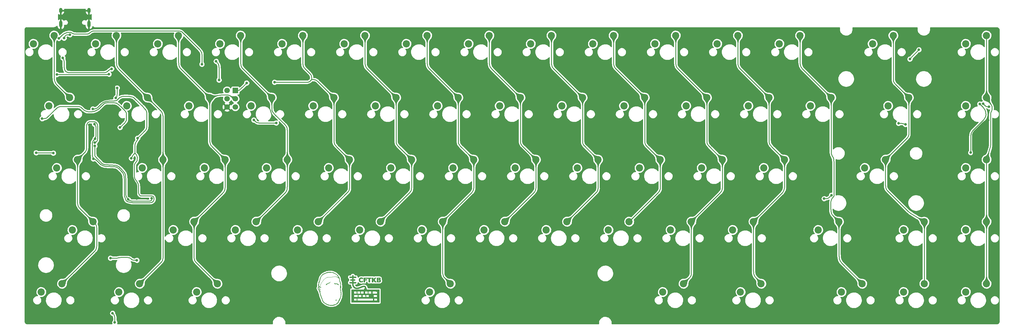
<source format=gbr>
G04 #@! TF.GenerationSoftware,KiCad,Pcbnew,(5.99.0-574-gd3edeaec5)*
G04 #@! TF.CreationDate,2019-12-28T10:11:49-05:00*
G04 #@! TF.ProjectId,mullet-pcb,6d756c6c-6574-42d7-9063-622e6b696361,rev?*
G04 #@! TF.SameCoordinates,Original*
G04 #@! TF.FileFunction,Copper,L1,Top*
G04 #@! TF.FilePolarity,Positive*
%FSLAX46Y46*%
G04 Gerber Fmt 4.6, Leading zero omitted, Abs format (unit mm)*
G04 Created by KiCad (PCBNEW (5.99.0-574-gd3edeaec5)) date 2019-12-28 10:11:49*
%MOMM*%
%LPD*%
G04 APERTURE LIST*
%ADD10C,0.010000*%
%ADD11C,0.120000*%
%ADD12C,2.200000*%
%ADD13O,1.000000X2.100000*%
%ADD14O,1.000000X1.600000*%
%ADD15R,1.700000X1.700000*%
%ADD16C,1.700000*%
%ADD17C,0.800000*%
%ADD18C,0.250000*%
%ADD19C,0.254000*%
%ADD20C,0.025400*%
G04 APERTURE END LIST*
G36*
X167220737Y-177200765D02*
G01*
X167296085Y-177200879D01*
X167365456Y-177201093D01*
X167427415Y-177201410D01*
X167480529Y-177201836D01*
X167523364Y-177202373D01*
X167554486Y-177203025D01*
X167572460Y-177203797D01*
X167576429Y-177204377D01*
X167577854Y-177213220D01*
X167578939Y-177234481D01*
X167579688Y-177265044D01*
X167580108Y-177301795D01*
X167580202Y-177341619D01*
X167579975Y-177381404D01*
X167579432Y-177418033D01*
X167578579Y-177448393D01*
X167577420Y-177469369D01*
X167576001Y-177477811D01*
X167567391Y-177478922D01*
X167545335Y-177479849D01*
X167511926Y-177480561D01*
X167469251Y-177481023D01*
X167419402Y-177481203D01*
X167368390Y-177481087D01*
X167299187Y-177480999D01*
X167244575Y-177481520D01*
X167203620Y-177482684D01*
X167175389Y-177484527D01*
X167158948Y-177487083D01*
X167154186Y-177489107D01*
X167152053Y-177492877D01*
X167150208Y-177501070D01*
X167148632Y-177514695D01*
X167147306Y-177534764D01*
X167146209Y-177562285D01*
X167145322Y-177598269D01*
X167144625Y-177643725D01*
X167144099Y-177699665D01*
X167143724Y-177767098D01*
X167143480Y-177847033D01*
X167143349Y-177940481D01*
X167143309Y-178048453D01*
X167143309Y-178599229D01*
X166962065Y-178599229D01*
X166910499Y-178599016D01*
X166864196Y-178598418D01*
X166825391Y-178597498D01*
X166796321Y-178596318D01*
X166779220Y-178594939D01*
X166775643Y-178594050D01*
X166774787Y-178585617D01*
X166773975Y-178562899D01*
X166773218Y-178527148D01*
X166772530Y-178479616D01*
X166771920Y-178421554D01*
X166771401Y-178354212D01*
X166770985Y-178278842D01*
X166770683Y-178196695D01*
X166770507Y-178109023D01*
X166770465Y-178038668D01*
X166770438Y-177947711D01*
X166770361Y-177861404D01*
X166770238Y-177780986D01*
X166770073Y-177707698D01*
X166769870Y-177642780D01*
X166769634Y-177587474D01*
X166769370Y-177543019D01*
X166769082Y-177510656D01*
X166768773Y-177491626D01*
X166768523Y-177486837D01*
X166760565Y-177486265D01*
X166739081Y-177485467D01*
X166706077Y-177484499D01*
X166663561Y-177483414D01*
X166613539Y-177482266D01*
X166558018Y-177481110D01*
X166552973Y-177481011D01*
X166339364Y-177476813D01*
X166337228Y-177345346D01*
X166336877Y-177301549D01*
X166337250Y-177263181D01*
X166338268Y-177232930D01*
X166339850Y-177213487D01*
X166341369Y-177207603D01*
X166349816Y-177206706D01*
X166372364Y-177205858D01*
X166407577Y-177205060D01*
X166454023Y-177204319D01*
X166510266Y-177203636D01*
X166574873Y-177203016D01*
X166646410Y-177202462D01*
X166723443Y-177201979D01*
X166804537Y-177201570D01*
X166888258Y-177201238D01*
X166973173Y-177200988D01*
X167057847Y-177200824D01*
X167140847Y-177200748D01*
X167220737Y-177200765D01*
G37*
D10*
X167220737Y-177200765D02*
X167296085Y-177200879D01*
X167365456Y-177201093D01*
X167427415Y-177201410D01*
X167480529Y-177201836D01*
X167523364Y-177202373D01*
X167554486Y-177203025D01*
X167572460Y-177203797D01*
X167576429Y-177204377D01*
X167577854Y-177213220D01*
X167578939Y-177234481D01*
X167579688Y-177265044D01*
X167580108Y-177301795D01*
X167580202Y-177341619D01*
X167579975Y-177381404D01*
X167579432Y-177418033D01*
X167578579Y-177448393D01*
X167577420Y-177469369D01*
X167576001Y-177477811D01*
X167567391Y-177478922D01*
X167545335Y-177479849D01*
X167511926Y-177480561D01*
X167469251Y-177481023D01*
X167419402Y-177481203D01*
X167368390Y-177481087D01*
X167299187Y-177480999D01*
X167244575Y-177481520D01*
X167203620Y-177482684D01*
X167175389Y-177484527D01*
X167158948Y-177487083D01*
X167154186Y-177489107D01*
X167152053Y-177492877D01*
X167150208Y-177501070D01*
X167148632Y-177514695D01*
X167147306Y-177534764D01*
X167146209Y-177562285D01*
X167145322Y-177598269D01*
X167144625Y-177643725D01*
X167144099Y-177699665D01*
X167143724Y-177767098D01*
X167143480Y-177847033D01*
X167143349Y-177940481D01*
X167143309Y-178048453D01*
X167143309Y-178599229D01*
X166962065Y-178599229D01*
X166910499Y-178599016D01*
X166864196Y-178598418D01*
X166825391Y-178597498D01*
X166796321Y-178596318D01*
X166779220Y-178594939D01*
X166775643Y-178594050D01*
X166774787Y-178585617D01*
X166773975Y-178562899D01*
X166773218Y-178527148D01*
X166772530Y-178479616D01*
X166771920Y-178421554D01*
X166771401Y-178354212D01*
X166770985Y-178278842D01*
X166770683Y-178196695D01*
X166770507Y-178109023D01*
X166770465Y-178038668D01*
X166770438Y-177947711D01*
X166770361Y-177861404D01*
X166770238Y-177780986D01*
X166770073Y-177707698D01*
X166769870Y-177642780D01*
X166769634Y-177587474D01*
X166769370Y-177543019D01*
X166769082Y-177510656D01*
X166768773Y-177491626D01*
X166768523Y-177486837D01*
X166760565Y-177486265D01*
X166739081Y-177485467D01*
X166706077Y-177484499D01*
X166663561Y-177483414D01*
X166613539Y-177482266D01*
X166558018Y-177481110D01*
X166552973Y-177481011D01*
X166339364Y-177476813D01*
X166337228Y-177345346D01*
X166336877Y-177301549D01*
X166337250Y-177263181D01*
X166338268Y-177232930D01*
X166339850Y-177213487D01*
X166341369Y-177207603D01*
X166349816Y-177206706D01*
X166372364Y-177205858D01*
X166407577Y-177205060D01*
X166454023Y-177204319D01*
X166510266Y-177203636D01*
X166574873Y-177203016D01*
X166646410Y-177202462D01*
X166723443Y-177201979D01*
X166804537Y-177201570D01*
X166888258Y-177201238D01*
X166973173Y-177200988D01*
X167057847Y-177200824D01*
X167140847Y-177200748D01*
X167220737Y-177200765D01*
G36*
X169279126Y-177896315D02*
G01*
X169279300Y-177805965D01*
X169279498Y-177717121D01*
X169279648Y-177658272D01*
X169644149Y-177658272D01*
X169644310Y-177697668D01*
X169646642Y-177725408D01*
X169652833Y-177743405D01*
X169664573Y-177753577D01*
X169683550Y-177757837D01*
X169711453Y-177758102D01*
X169749970Y-177756288D01*
X169776520Y-177755088D01*
X169830471Y-177751925D01*
X169872089Y-177746931D01*
X169904512Y-177739675D01*
X169915913Y-177735932D01*
X169943415Y-177723706D01*
X169967759Y-177709132D01*
X169978054Y-177700745D01*
X169987590Y-177689792D01*
X169993712Y-177677455D01*
X169997370Y-177659853D01*
X169999518Y-177633109D01*
X170000551Y-177609075D01*
X170001583Y-177575088D01*
X170001075Y-177552546D01*
X169998174Y-177537373D01*
X169992028Y-177525497D01*
X169981784Y-177512841D01*
X169979983Y-177510785D01*
X169954409Y-177489225D01*
X169922603Y-177472661D01*
X169919071Y-177471384D01*
X169893140Y-177465141D01*
X169856266Y-177459643D01*
X169813035Y-177455222D01*
X169768034Y-177452205D01*
X169725851Y-177450924D01*
X169691071Y-177451707D01*
X169673314Y-177453712D01*
X169644471Y-177459123D01*
X169644471Y-177605302D01*
X169644149Y-177658272D01*
X169279648Y-177658272D01*
X169279718Y-177631120D01*
X169279958Y-177549296D01*
X169280213Y-177472985D01*
X169280482Y-177403523D01*
X169280761Y-177342243D01*
X169281049Y-177290482D01*
X169281343Y-177249575D01*
X169281639Y-177220856D01*
X169281936Y-177205662D01*
X169282085Y-177203551D01*
X169290212Y-177202968D01*
X169312394Y-177202437D01*
X169347149Y-177201968D01*
X169392998Y-177201572D01*
X169448460Y-177201258D01*
X169512054Y-177201035D01*
X169582300Y-177200914D01*
X169657716Y-177200905D01*
X169676285Y-177200921D01*
X169764637Y-177201034D01*
X169838890Y-177201217D01*
X169900480Y-177201523D01*
X169950844Y-177202005D01*
X169991417Y-177202718D01*
X170023637Y-177203715D01*
X170048938Y-177205049D01*
X170068759Y-177206774D01*
X170084534Y-177208944D01*
X170097699Y-177211613D01*
X170109693Y-177214834D01*
X170118121Y-177217434D01*
X170150105Y-177228335D01*
X170181336Y-177240151D01*
X170200704Y-177248378D01*
X170221158Y-177257325D01*
X170235524Y-177262602D01*
X170238464Y-177263204D01*
X170250892Y-177268839D01*
X170269780Y-177283720D01*
X170292075Y-177304811D01*
X170314726Y-177329073D01*
X170334679Y-177353472D01*
X170346335Y-177370522D01*
X170370128Y-177423724D01*
X170383537Y-177484360D01*
X170386458Y-177548217D01*
X170378787Y-177611082D01*
X170360422Y-177668742D01*
X170353991Y-177682152D01*
X170336208Y-177710730D01*
X170312625Y-177740832D01*
X170286003Y-177769734D01*
X170259107Y-177794713D01*
X170234698Y-177813046D01*
X170215540Y-177822010D01*
X170211618Y-177822470D01*
X170201573Y-177828143D01*
X170199317Y-177831106D01*
X170199769Y-177841574D01*
X170212231Y-177849736D01*
X170233176Y-177853391D01*
X170235021Y-177853422D01*
X170256869Y-177857773D01*
X170269975Y-177864146D01*
X170289995Y-177875013D01*
X170304716Y-177880727D01*
X170322171Y-177889584D01*
X170346287Y-177906092D01*
X170372776Y-177926882D01*
X170397350Y-177948581D01*
X170415724Y-177967821D01*
X170416126Y-177968314D01*
X170446799Y-178017782D01*
X170467771Y-178077126D01*
X170478466Y-178143650D01*
X170478306Y-178214656D01*
X170475052Y-178243862D01*
X170469437Y-178278282D01*
X170462622Y-178305657D01*
X170452663Y-178330920D01*
X170437616Y-178359007D01*
X170415592Y-178394762D01*
X170399036Y-178416553D01*
X170375548Y-178441988D01*
X170347971Y-178468587D01*
X170319147Y-178493870D01*
X170291920Y-178515357D01*
X170269130Y-178530566D01*
X170253621Y-178537019D01*
X170252484Y-178537088D01*
X170242217Y-178540474D01*
X170224304Y-178548914D01*
X170218269Y-178552074D01*
X170191132Y-178563736D01*
X170162513Y-178572055D01*
X170160127Y-178572515D01*
X170136155Y-178578339D01*
X170116562Y-178585542D01*
X170114410Y-178586658D01*
X170103361Y-178588983D01*
X170078712Y-178591099D01*
X170040156Y-178593015D01*
X169987386Y-178594742D01*
X169920097Y-178596288D01*
X169837983Y-178597662D01*
X169740738Y-178598875D01*
X169706612Y-178599229D01*
X169629488Y-178599941D01*
X169556703Y-178600514D01*
X169489808Y-178600943D01*
X169430355Y-178601222D01*
X169379896Y-178601345D01*
X169339981Y-178601309D01*
X169312162Y-178601107D01*
X169297990Y-178600734D01*
X169296872Y-178600630D01*
X169283171Y-178595218D01*
X169279308Y-178588979D01*
X169279092Y-178556992D01*
X169278927Y-178513160D01*
X169278811Y-178458818D01*
X169278740Y-178395302D01*
X169278713Y-178323947D01*
X169278725Y-178246088D01*
X169278776Y-178163060D01*
X169278861Y-178076198D01*
X169278936Y-178018602D01*
X169644471Y-178018602D01*
X169644471Y-178180210D01*
X169644508Y-178234147D01*
X169644762Y-178274563D01*
X169645445Y-178303473D01*
X169646770Y-178322892D01*
X169648949Y-178334833D01*
X169652195Y-178341311D01*
X169656721Y-178344342D01*
X169661948Y-178345759D01*
X169675372Y-178346905D01*
X169701304Y-178347549D01*
X169736726Y-178347674D01*
X169778619Y-178347260D01*
X169809215Y-178346663D01*
X169863001Y-178344997D01*
X169903350Y-178342727D01*
X169932351Y-178339646D01*
X169952097Y-178335550D01*
X169962239Y-178331611D01*
X169983810Y-178323097D01*
X170002726Y-178319596D01*
X170020056Y-178313337D01*
X170041014Y-178297120D01*
X170062085Y-178274782D01*
X170079755Y-178250161D01*
X170090510Y-178227095D01*
X170091616Y-178222522D01*
X170093984Y-178198748D01*
X170094379Y-178168089D01*
X170093539Y-178149426D01*
X170085262Y-178107578D01*
X170066234Y-178075152D01*
X170034915Y-178050217D01*
X170002602Y-178035332D01*
X169982318Y-178028800D01*
X169959225Y-178023822D01*
X169930359Y-178020039D01*
X169892758Y-178017090D01*
X169843458Y-178014616D01*
X169826268Y-178013925D01*
X169780555Y-178012497D01*
X169738619Y-178011810D01*
X169703627Y-178011868D01*
X169678744Y-178012675D01*
X169668974Y-178013701D01*
X169644471Y-178018602D01*
X169278936Y-178018602D01*
X169278978Y-177986838D01*
X169279126Y-177896315D01*
G37*
X169279126Y-177896315D02*
X169279300Y-177805965D01*
X169279498Y-177717121D01*
X169279648Y-177658272D01*
X169644149Y-177658272D01*
X169644310Y-177697668D01*
X169646642Y-177725408D01*
X169652833Y-177743405D01*
X169664573Y-177753577D01*
X169683550Y-177757837D01*
X169711453Y-177758102D01*
X169749970Y-177756288D01*
X169776520Y-177755088D01*
X169830471Y-177751925D01*
X169872089Y-177746931D01*
X169904512Y-177739675D01*
X169915913Y-177735932D01*
X169943415Y-177723706D01*
X169967759Y-177709132D01*
X169978054Y-177700745D01*
X169987590Y-177689792D01*
X169993712Y-177677455D01*
X169997370Y-177659853D01*
X169999518Y-177633109D01*
X170000551Y-177609075D01*
X170001583Y-177575088D01*
X170001075Y-177552546D01*
X169998174Y-177537373D01*
X169992028Y-177525497D01*
X169981784Y-177512841D01*
X169979983Y-177510785D01*
X169954409Y-177489225D01*
X169922603Y-177472661D01*
X169919071Y-177471384D01*
X169893140Y-177465141D01*
X169856266Y-177459643D01*
X169813035Y-177455222D01*
X169768034Y-177452205D01*
X169725851Y-177450924D01*
X169691071Y-177451707D01*
X169673314Y-177453712D01*
X169644471Y-177459123D01*
X169644471Y-177605302D01*
X169644149Y-177658272D01*
X169279648Y-177658272D01*
X169279718Y-177631120D01*
X169279958Y-177549296D01*
X169280213Y-177472985D01*
X169280482Y-177403523D01*
X169280761Y-177342243D01*
X169281049Y-177290482D01*
X169281343Y-177249575D01*
X169281639Y-177220856D01*
X169281936Y-177205662D01*
X169282085Y-177203551D01*
X169290212Y-177202968D01*
X169312394Y-177202437D01*
X169347149Y-177201968D01*
X169392998Y-177201572D01*
X169448460Y-177201258D01*
X169512054Y-177201035D01*
X169582300Y-177200914D01*
X169657716Y-177200905D01*
X169676285Y-177200921D01*
X169764637Y-177201034D01*
X169838890Y-177201217D01*
X169900480Y-177201523D01*
X169950844Y-177202005D01*
X169991417Y-177202718D01*
X170023637Y-177203715D01*
X170048938Y-177205049D01*
X170068759Y-177206774D01*
X170084534Y-177208944D01*
X170097699Y-177211613D01*
X170109693Y-177214834D01*
X170118121Y-177217434D01*
X170150105Y-177228335D01*
X170181336Y-177240151D01*
X170200704Y-177248378D01*
X170221158Y-177257325D01*
X170235524Y-177262602D01*
X170238464Y-177263204D01*
X170250892Y-177268839D01*
X170269780Y-177283720D01*
X170292075Y-177304811D01*
X170314726Y-177329073D01*
X170334679Y-177353472D01*
X170346335Y-177370522D01*
X170370128Y-177423724D01*
X170383537Y-177484360D01*
X170386458Y-177548217D01*
X170378787Y-177611082D01*
X170360422Y-177668742D01*
X170353991Y-177682152D01*
X170336208Y-177710730D01*
X170312625Y-177740832D01*
X170286003Y-177769734D01*
X170259107Y-177794713D01*
X170234698Y-177813046D01*
X170215540Y-177822010D01*
X170211618Y-177822470D01*
X170201573Y-177828143D01*
X170199317Y-177831106D01*
X170199769Y-177841574D01*
X170212231Y-177849736D01*
X170233176Y-177853391D01*
X170235021Y-177853422D01*
X170256869Y-177857773D01*
X170269975Y-177864146D01*
X170289995Y-177875013D01*
X170304716Y-177880727D01*
X170322171Y-177889584D01*
X170346287Y-177906092D01*
X170372776Y-177926882D01*
X170397350Y-177948581D01*
X170415724Y-177967821D01*
X170416126Y-177968314D01*
X170446799Y-178017782D01*
X170467771Y-178077126D01*
X170478466Y-178143650D01*
X170478306Y-178214656D01*
X170475052Y-178243862D01*
X170469437Y-178278282D01*
X170462622Y-178305657D01*
X170452663Y-178330920D01*
X170437616Y-178359007D01*
X170415592Y-178394762D01*
X170399036Y-178416553D01*
X170375548Y-178441988D01*
X170347971Y-178468587D01*
X170319147Y-178493870D01*
X170291920Y-178515357D01*
X170269130Y-178530566D01*
X170253621Y-178537019D01*
X170252484Y-178537088D01*
X170242217Y-178540474D01*
X170224304Y-178548914D01*
X170218269Y-178552074D01*
X170191132Y-178563736D01*
X170162513Y-178572055D01*
X170160127Y-178572515D01*
X170136155Y-178578339D01*
X170116562Y-178585542D01*
X170114410Y-178586658D01*
X170103361Y-178588983D01*
X170078712Y-178591099D01*
X170040156Y-178593015D01*
X169987386Y-178594742D01*
X169920097Y-178596288D01*
X169837983Y-178597662D01*
X169740738Y-178598875D01*
X169706612Y-178599229D01*
X169629488Y-178599941D01*
X169556703Y-178600514D01*
X169489808Y-178600943D01*
X169430355Y-178601222D01*
X169379896Y-178601345D01*
X169339981Y-178601309D01*
X169312162Y-178601107D01*
X169297990Y-178600734D01*
X169296872Y-178600630D01*
X169283171Y-178595218D01*
X169279308Y-178588979D01*
X169279092Y-178556992D01*
X169278927Y-178513160D01*
X169278811Y-178458818D01*
X169278740Y-178395302D01*
X169278713Y-178323947D01*
X169278725Y-178246088D01*
X169278776Y-178163060D01*
X169278861Y-178076198D01*
X169278936Y-178018602D01*
X169644471Y-178018602D01*
X169644471Y-178180210D01*
X169644508Y-178234147D01*
X169644762Y-178274563D01*
X169645445Y-178303473D01*
X169646770Y-178322892D01*
X169648949Y-178334833D01*
X169652195Y-178341311D01*
X169656721Y-178344342D01*
X169661948Y-178345759D01*
X169675372Y-178346905D01*
X169701304Y-178347549D01*
X169736726Y-178347674D01*
X169778619Y-178347260D01*
X169809215Y-178346663D01*
X169863001Y-178344997D01*
X169903350Y-178342727D01*
X169932351Y-178339646D01*
X169952097Y-178335550D01*
X169962239Y-178331611D01*
X169983810Y-178323097D01*
X170002726Y-178319596D01*
X170020056Y-178313337D01*
X170041014Y-178297120D01*
X170062085Y-178274782D01*
X170079755Y-178250161D01*
X170090510Y-178227095D01*
X170091616Y-178222522D01*
X170093984Y-178198748D01*
X170094379Y-178168089D01*
X170093539Y-178149426D01*
X170085262Y-178107578D01*
X170066234Y-178075152D01*
X170034915Y-178050217D01*
X170002602Y-178035332D01*
X169982318Y-178028800D01*
X169959225Y-178023822D01*
X169930359Y-178020039D01*
X169892758Y-178017090D01*
X169843458Y-178014616D01*
X169826268Y-178013925D01*
X169780555Y-178012497D01*
X169738619Y-178011810D01*
X169703627Y-178011868D01*
X169678744Y-178012675D01*
X169668974Y-178013701D01*
X169644471Y-178018602D01*
X169278936Y-178018602D01*
X169278978Y-177986838D01*
X169279126Y-177896315D01*
G36*
X168971224Y-177200547D02*
G01*
X169007897Y-177201243D01*
X169035392Y-177202368D01*
X169051238Y-177203950D01*
X169053781Y-177204729D01*
X169060728Y-177211763D01*
X169058846Y-177221508D01*
X169047027Y-177237303D01*
X169040541Y-177244653D01*
X168992710Y-177298740D01*
X168940947Y-177358816D01*
X168890724Y-177418499D01*
X168871452Y-177441859D01*
X168848625Y-177469459D01*
X168828821Y-177492924D01*
X168814460Y-177509413D01*
X168808545Y-177515651D01*
X168800352Y-177524553D01*
X168784787Y-177542835D01*
X168764170Y-177567733D01*
X168743363Y-177593327D01*
X168720676Y-177621293D01*
X168701475Y-177644643D01*
X168687891Y-177660805D01*
X168682186Y-177667119D01*
X168675582Y-177674143D01*
X168660882Y-177690648D01*
X168640113Y-177714329D01*
X168615305Y-177742886D01*
X168609425Y-177749688D01*
X168578263Y-177786904D01*
X168557241Y-177814848D01*
X168545324Y-177835038D01*
X168541476Y-177848993D01*
X168541474Y-177849249D01*
X168543113Y-177859971D01*
X168548891Y-177873407D01*
X168560104Y-177891519D01*
X168578046Y-177916270D01*
X168604010Y-177949623D01*
X168624759Y-177975549D01*
X168634649Y-177987997D01*
X168648051Y-178005179D01*
X168665824Y-178028219D01*
X168688824Y-178058237D01*
X168717910Y-178096356D01*
X168753939Y-178143696D01*
X168797770Y-178201380D01*
X168840526Y-178257704D01*
X168890544Y-178323550D01*
X168932253Y-178378301D01*
X168966679Y-178423281D01*
X168994850Y-178459811D01*
X169017791Y-178489216D01*
X169036530Y-178512817D01*
X169052093Y-178531938D01*
X169065506Y-178547901D01*
X169067721Y-178550484D01*
X169081835Y-178568762D01*
X169089804Y-178582813D01*
X169090518Y-178587154D01*
X169087045Y-178591824D01*
X169079044Y-178595473D01*
X169064943Y-178598191D01*
X169043173Y-178600067D01*
X169012161Y-178601189D01*
X168970338Y-178601647D01*
X168916133Y-178601530D01*
X168847975Y-178600927D01*
X168847656Y-178600924D01*
X168645062Y-178598736D01*
X168622396Y-178567328D01*
X168607469Y-178546939D01*
X168586671Y-178518911D01*
X168563524Y-178487979D01*
X168553125Y-178474171D01*
X168525754Y-178437833D01*
X168494818Y-178396651D01*
X168466034Y-178358240D01*
X168459914Y-178350056D01*
X168432543Y-178313501D01*
X168401606Y-178272292D01*
X168372822Y-178234045D01*
X168366703Y-178225933D01*
X168340981Y-178191799D01*
X168313389Y-178155107D01*
X168288774Y-178122306D01*
X168282343Y-178113719D01*
X168263438Y-178090188D01*
X168246768Y-178072513D01*
X168235268Y-178063723D01*
X168233425Y-178063265D01*
X168219850Y-178069388D01*
X168201606Y-178085556D01*
X168181982Y-178108472D01*
X168167596Y-178129290D01*
X168163342Y-178137262D01*
X168160009Y-178147088D01*
X168157486Y-178160637D01*
X168155663Y-178179775D01*
X168154427Y-178206371D01*
X168153667Y-178242292D01*
X168153273Y-178289405D01*
X168153133Y-178349578D01*
X168153124Y-178372271D01*
X168152977Y-178439029D01*
X168152512Y-178491726D01*
X168151660Y-178531833D01*
X168150354Y-178560822D01*
X168148527Y-178580165D01*
X168146111Y-178591334D01*
X168143037Y-178595800D01*
X168142854Y-178595879D01*
X168132290Y-178597123D01*
X168109061Y-178598316D01*
X168076036Y-178599416D01*
X168036084Y-178600385D01*
X167992075Y-178601181D01*
X167946879Y-178601763D01*
X167903366Y-178602093D01*
X167864404Y-178602128D01*
X167832863Y-178601829D01*
X167811613Y-178601155D01*
X167805496Y-178600630D01*
X167791795Y-178595218D01*
X167787932Y-178588979D01*
X167787713Y-178556659D01*
X167787546Y-178512528D01*
X167787429Y-178457921D01*
X167787357Y-178394174D01*
X167787330Y-178322621D01*
X167787343Y-178244596D01*
X167787395Y-178161436D01*
X167787482Y-178074475D01*
X167787602Y-177985047D01*
X167787752Y-177894488D01*
X167787930Y-177804132D01*
X167788132Y-177715315D01*
X167788356Y-177629371D01*
X167788599Y-177547636D01*
X167788859Y-177471444D01*
X167789132Y-177402129D01*
X167789417Y-177341028D01*
X167789710Y-177289475D01*
X167790008Y-177248804D01*
X167790310Y-177220352D01*
X167790611Y-177205452D01*
X167790757Y-177203504D01*
X167799391Y-177202332D01*
X167820846Y-177201451D01*
X167852411Y-177200847D01*
X167891373Y-177200509D01*
X167935021Y-177200425D01*
X167980644Y-177200582D01*
X168025529Y-177200969D01*
X168066967Y-177201572D01*
X168102244Y-177202381D01*
X168128650Y-177203382D01*
X168143473Y-177204565D01*
X168145556Y-177205089D01*
X168147581Y-177214028D01*
X168149328Y-177237546D01*
X168150774Y-177274688D01*
X168151892Y-177324500D01*
X168152658Y-177386025D01*
X168153049Y-177458311D01*
X168153095Y-177496232D01*
X168153281Y-177564968D01*
X168153815Y-177627209D01*
X168154660Y-177681416D01*
X168155777Y-177726047D01*
X168157130Y-177759564D01*
X168158680Y-177780426D01*
X168160162Y-177787083D01*
X168173212Y-177788582D01*
X168189141Y-177777560D01*
X168209260Y-177753073D01*
X168211181Y-177750375D01*
X168221493Y-177736508D01*
X168239894Y-177712509D01*
X168264794Y-177680398D01*
X168294606Y-177642197D01*
X168327739Y-177599926D01*
X168362605Y-177555604D01*
X168397614Y-177511254D01*
X168431177Y-177468895D01*
X168461706Y-177430547D01*
X168487611Y-177398232D01*
X168505094Y-177376667D01*
X168522038Y-177355393D01*
X168543832Y-177327277D01*
X168566099Y-177297976D01*
X168568686Y-177294527D01*
X168588421Y-177268678D01*
X168606078Y-177246444D01*
X168618497Y-177231781D01*
X168620424Y-177229750D01*
X168631714Y-177216478D01*
X168635933Y-177209237D01*
X168644000Y-177207263D01*
X168665129Y-177205478D01*
X168696850Y-177203910D01*
X168736692Y-177202586D01*
X168782184Y-177201531D01*
X168830854Y-177200774D01*
X168880232Y-177200339D01*
X168927846Y-177200255D01*
X168971224Y-177200547D01*
G37*
X168971224Y-177200547D02*
X169007897Y-177201243D01*
X169035392Y-177202368D01*
X169051238Y-177203950D01*
X169053781Y-177204729D01*
X169060728Y-177211763D01*
X169058846Y-177221508D01*
X169047027Y-177237303D01*
X169040541Y-177244653D01*
X168992710Y-177298740D01*
X168940947Y-177358816D01*
X168890724Y-177418499D01*
X168871452Y-177441859D01*
X168848625Y-177469459D01*
X168828821Y-177492924D01*
X168814460Y-177509413D01*
X168808545Y-177515651D01*
X168800352Y-177524553D01*
X168784787Y-177542835D01*
X168764170Y-177567733D01*
X168743363Y-177593327D01*
X168720676Y-177621293D01*
X168701475Y-177644643D01*
X168687891Y-177660805D01*
X168682186Y-177667119D01*
X168675582Y-177674143D01*
X168660882Y-177690648D01*
X168640113Y-177714329D01*
X168615305Y-177742886D01*
X168609425Y-177749688D01*
X168578263Y-177786904D01*
X168557241Y-177814848D01*
X168545324Y-177835038D01*
X168541476Y-177848993D01*
X168541474Y-177849249D01*
X168543113Y-177859971D01*
X168548891Y-177873407D01*
X168560104Y-177891519D01*
X168578046Y-177916270D01*
X168604010Y-177949623D01*
X168624759Y-177975549D01*
X168634649Y-177987997D01*
X168648051Y-178005179D01*
X168665824Y-178028219D01*
X168688824Y-178058237D01*
X168717910Y-178096356D01*
X168753939Y-178143696D01*
X168797770Y-178201380D01*
X168840526Y-178257704D01*
X168890544Y-178323550D01*
X168932253Y-178378301D01*
X168966679Y-178423281D01*
X168994850Y-178459811D01*
X169017791Y-178489216D01*
X169036530Y-178512817D01*
X169052093Y-178531938D01*
X169065506Y-178547901D01*
X169067721Y-178550484D01*
X169081835Y-178568762D01*
X169089804Y-178582813D01*
X169090518Y-178587154D01*
X169087045Y-178591824D01*
X169079044Y-178595473D01*
X169064943Y-178598191D01*
X169043173Y-178600067D01*
X169012161Y-178601189D01*
X168970338Y-178601647D01*
X168916133Y-178601530D01*
X168847975Y-178600927D01*
X168847656Y-178600924D01*
X168645062Y-178598736D01*
X168622396Y-178567328D01*
X168607469Y-178546939D01*
X168586671Y-178518911D01*
X168563524Y-178487979D01*
X168553125Y-178474171D01*
X168525754Y-178437833D01*
X168494818Y-178396651D01*
X168466034Y-178358240D01*
X168459914Y-178350056D01*
X168432543Y-178313501D01*
X168401606Y-178272292D01*
X168372822Y-178234045D01*
X168366703Y-178225933D01*
X168340981Y-178191799D01*
X168313389Y-178155107D01*
X168288774Y-178122306D01*
X168282343Y-178113719D01*
X168263438Y-178090188D01*
X168246768Y-178072513D01*
X168235268Y-178063723D01*
X168233425Y-178063265D01*
X168219850Y-178069388D01*
X168201606Y-178085556D01*
X168181982Y-178108472D01*
X168167596Y-178129290D01*
X168163342Y-178137262D01*
X168160009Y-178147088D01*
X168157486Y-178160637D01*
X168155663Y-178179775D01*
X168154427Y-178206371D01*
X168153667Y-178242292D01*
X168153273Y-178289405D01*
X168153133Y-178349578D01*
X168153124Y-178372271D01*
X168152977Y-178439029D01*
X168152512Y-178491726D01*
X168151660Y-178531833D01*
X168150354Y-178560822D01*
X168148527Y-178580165D01*
X168146111Y-178591334D01*
X168143037Y-178595800D01*
X168142854Y-178595879D01*
X168132290Y-178597123D01*
X168109061Y-178598316D01*
X168076036Y-178599416D01*
X168036084Y-178600385D01*
X167992075Y-178601181D01*
X167946879Y-178601763D01*
X167903366Y-178602093D01*
X167864404Y-178602128D01*
X167832863Y-178601829D01*
X167811613Y-178601155D01*
X167805496Y-178600630D01*
X167791795Y-178595218D01*
X167787932Y-178588979D01*
X167787713Y-178556659D01*
X167787546Y-178512528D01*
X167787429Y-178457921D01*
X167787357Y-178394174D01*
X167787330Y-178322621D01*
X167787343Y-178244596D01*
X167787395Y-178161436D01*
X167787482Y-178074475D01*
X167787602Y-177985047D01*
X167787752Y-177894488D01*
X167787930Y-177804132D01*
X167788132Y-177715315D01*
X167788356Y-177629371D01*
X167788599Y-177547636D01*
X167788859Y-177471444D01*
X167789132Y-177402129D01*
X167789417Y-177341028D01*
X167789710Y-177289475D01*
X167790008Y-177248804D01*
X167790310Y-177220352D01*
X167790611Y-177205452D01*
X167790757Y-177203504D01*
X167799391Y-177202332D01*
X167820846Y-177201451D01*
X167852411Y-177200847D01*
X167891373Y-177200509D01*
X167935021Y-177200425D01*
X167980644Y-177200582D01*
X168025529Y-177200969D01*
X168066967Y-177201572D01*
X168102244Y-177202381D01*
X168128650Y-177203382D01*
X168143473Y-177204565D01*
X168145556Y-177205089D01*
X168147581Y-177214028D01*
X168149328Y-177237546D01*
X168150774Y-177274688D01*
X168151892Y-177324500D01*
X168152658Y-177386025D01*
X168153049Y-177458311D01*
X168153095Y-177496232D01*
X168153281Y-177564968D01*
X168153815Y-177627209D01*
X168154660Y-177681416D01*
X168155777Y-177726047D01*
X168157130Y-177759564D01*
X168158680Y-177780426D01*
X168160162Y-177787083D01*
X168173212Y-177788582D01*
X168189141Y-177777560D01*
X168209260Y-177753073D01*
X168211181Y-177750375D01*
X168221493Y-177736508D01*
X168239894Y-177712509D01*
X168264794Y-177680398D01*
X168294606Y-177642197D01*
X168327739Y-177599926D01*
X168362605Y-177555604D01*
X168397614Y-177511254D01*
X168431177Y-177468895D01*
X168461706Y-177430547D01*
X168487611Y-177398232D01*
X168505094Y-177376667D01*
X168522038Y-177355393D01*
X168543832Y-177327277D01*
X168566099Y-177297976D01*
X168568686Y-177294527D01*
X168588421Y-177268678D01*
X168606078Y-177246444D01*
X168618497Y-177231781D01*
X168620424Y-177229750D01*
X168631714Y-177216478D01*
X168635933Y-177209237D01*
X168644000Y-177207263D01*
X168665129Y-177205478D01*
X168696850Y-177203910D01*
X168736692Y-177202586D01*
X168782184Y-177201531D01*
X168830854Y-177200774D01*
X168880232Y-177200339D01*
X168927846Y-177200255D01*
X168971224Y-177200547D01*
G36*
X165845244Y-177200793D02*
G01*
X165934552Y-177200949D01*
X166010272Y-177201256D01*
X166073377Y-177201733D01*
X166124841Y-177202400D01*
X166165637Y-177203275D01*
X166196738Y-177204376D01*
X166219117Y-177205724D01*
X166233749Y-177207337D01*
X166241606Y-177209233D01*
X166243493Y-177210545D01*
X166245897Y-177222005D01*
X166247708Y-177245633D01*
X166248928Y-177278074D01*
X166249560Y-177315975D01*
X166249607Y-177355979D01*
X166249069Y-177394733D01*
X166247951Y-177428880D01*
X166246253Y-177455067D01*
X166243979Y-177469937D01*
X166243312Y-177471508D01*
X166238760Y-177474236D01*
X166228043Y-177476442D01*
X166209856Y-177478167D01*
X166182893Y-177479452D01*
X166145849Y-177480341D01*
X166097418Y-177480873D01*
X166036296Y-177481092D01*
X165961177Y-177481039D01*
X165946321Y-177481004D01*
X165879591Y-177480970D01*
X165816908Y-177481195D01*
X165760175Y-177481654D01*
X165711294Y-177482319D01*
X165672170Y-177483165D01*
X165644704Y-177484165D01*
X165630800Y-177485294D01*
X165630572Y-177485338D01*
X165605327Y-177490406D01*
X165605327Y-177719550D01*
X165629601Y-177724405D01*
X165642940Y-177725548D01*
X165669834Y-177726595D01*
X165708304Y-177727514D01*
X165756371Y-177728272D01*
X165812054Y-177728836D01*
X165873375Y-177729174D01*
X165924311Y-177729259D01*
X166001575Y-177729480D01*
X166067268Y-177730127D01*
X166120622Y-177731179D01*
X166160875Y-177732616D01*
X166187259Y-177734414D01*
X166199012Y-177736554D01*
X166199509Y-177736965D01*
X166201127Y-177747015D01*
X166202509Y-177769784D01*
X166203554Y-177802452D01*
X166204160Y-177842203D01*
X166204271Y-177869076D01*
X166203986Y-177911795D01*
X166203201Y-177949172D01*
X166202015Y-177978390D01*
X166200531Y-177996631D01*
X166199509Y-178001187D01*
X166190413Y-178003385D01*
X166166549Y-178005245D01*
X166128684Y-178006747D01*
X166077581Y-178007868D01*
X166014006Y-178008588D01*
X165938724Y-178008885D01*
X165924311Y-178008892D01*
X165859945Y-178009029D01*
X165799659Y-178009418D01*
X165745431Y-178010026D01*
X165699242Y-178010821D01*
X165663071Y-178011770D01*
X165638897Y-178012840D01*
X165629601Y-178013747D01*
X165605327Y-178018602D01*
X165605327Y-178305275D01*
X165605229Y-178382232D01*
X165604903Y-178444960D01*
X165604303Y-178494764D01*
X165603383Y-178532949D01*
X165602098Y-178560822D01*
X165600401Y-178579686D01*
X165598247Y-178590848D01*
X165595588Y-178595612D01*
X165595086Y-178595879D01*
X165584523Y-178597123D01*
X165561293Y-178598316D01*
X165528268Y-178599416D01*
X165488316Y-178600385D01*
X165444308Y-178601181D01*
X165399112Y-178601763D01*
X165355598Y-178602093D01*
X165316636Y-178602128D01*
X165285095Y-178601829D01*
X165263845Y-178601155D01*
X165257728Y-178600630D01*
X165244027Y-178595218D01*
X165240164Y-178588979D01*
X165239961Y-178558423D01*
X165239805Y-178515877D01*
X165239694Y-178462676D01*
X165239626Y-178400157D01*
X165239598Y-178329656D01*
X165239607Y-178252510D01*
X165239652Y-178170055D01*
X165239729Y-178083627D01*
X165239837Y-177994564D01*
X165239972Y-177904200D01*
X165240132Y-177813874D01*
X165240315Y-177724920D01*
X165240519Y-177638677D01*
X165240740Y-177556479D01*
X165240976Y-177479663D01*
X165241225Y-177409567D01*
X165241484Y-177347525D01*
X165241751Y-177294875D01*
X165242024Y-177252953D01*
X165242299Y-177223096D01*
X165242575Y-177206639D01*
X165242739Y-177203754D01*
X165250790Y-177203261D01*
X165273065Y-177202789D01*
X165308252Y-177202349D01*
X165355039Y-177201946D01*
X165412116Y-177201589D01*
X165478170Y-177201287D01*
X165551890Y-177201046D01*
X165631964Y-177200875D01*
X165717081Y-177200781D01*
X165741375Y-177200769D01*
X165845244Y-177200793D01*
G37*
X165845244Y-177200793D02*
X165934552Y-177200949D01*
X166010272Y-177201256D01*
X166073377Y-177201733D01*
X166124841Y-177202400D01*
X166165637Y-177203275D01*
X166196738Y-177204376D01*
X166219117Y-177205724D01*
X166233749Y-177207337D01*
X166241606Y-177209233D01*
X166243493Y-177210545D01*
X166245897Y-177222005D01*
X166247708Y-177245633D01*
X166248928Y-177278074D01*
X166249560Y-177315975D01*
X166249607Y-177355979D01*
X166249069Y-177394733D01*
X166247951Y-177428880D01*
X166246253Y-177455067D01*
X166243979Y-177469937D01*
X166243312Y-177471508D01*
X166238760Y-177474236D01*
X166228043Y-177476442D01*
X166209856Y-177478167D01*
X166182893Y-177479452D01*
X166145849Y-177480341D01*
X166097418Y-177480873D01*
X166036296Y-177481092D01*
X165961177Y-177481039D01*
X165946321Y-177481004D01*
X165879591Y-177480970D01*
X165816908Y-177481195D01*
X165760175Y-177481654D01*
X165711294Y-177482319D01*
X165672170Y-177483165D01*
X165644704Y-177484165D01*
X165630800Y-177485294D01*
X165630572Y-177485338D01*
X165605327Y-177490406D01*
X165605327Y-177719550D01*
X165629601Y-177724405D01*
X165642940Y-177725548D01*
X165669834Y-177726595D01*
X165708304Y-177727514D01*
X165756371Y-177728272D01*
X165812054Y-177728836D01*
X165873375Y-177729174D01*
X165924311Y-177729259D01*
X166001575Y-177729480D01*
X166067268Y-177730127D01*
X166120622Y-177731179D01*
X166160875Y-177732616D01*
X166187259Y-177734414D01*
X166199012Y-177736554D01*
X166199509Y-177736965D01*
X166201127Y-177747015D01*
X166202509Y-177769784D01*
X166203554Y-177802452D01*
X166204160Y-177842203D01*
X166204271Y-177869076D01*
X166203986Y-177911795D01*
X166203201Y-177949172D01*
X166202015Y-177978390D01*
X166200531Y-177996631D01*
X166199509Y-178001187D01*
X166190413Y-178003385D01*
X166166549Y-178005245D01*
X166128684Y-178006747D01*
X166077581Y-178007868D01*
X166014006Y-178008588D01*
X165938724Y-178008885D01*
X165924311Y-178008892D01*
X165859945Y-178009029D01*
X165799659Y-178009418D01*
X165745431Y-178010026D01*
X165699242Y-178010821D01*
X165663071Y-178011770D01*
X165638897Y-178012840D01*
X165629601Y-178013747D01*
X165605327Y-178018602D01*
X165605327Y-178305275D01*
X165605229Y-178382232D01*
X165604903Y-178444960D01*
X165604303Y-178494764D01*
X165603383Y-178532949D01*
X165602098Y-178560822D01*
X165600401Y-178579686D01*
X165598247Y-178590848D01*
X165595588Y-178595612D01*
X165595086Y-178595879D01*
X165584523Y-178597123D01*
X165561293Y-178598316D01*
X165528268Y-178599416D01*
X165488316Y-178600385D01*
X165444308Y-178601181D01*
X165399112Y-178601763D01*
X165355598Y-178602093D01*
X165316636Y-178602128D01*
X165285095Y-178601829D01*
X165263845Y-178601155D01*
X165257728Y-178600630D01*
X165244027Y-178595218D01*
X165240164Y-178588979D01*
X165239961Y-178558423D01*
X165239805Y-178515877D01*
X165239694Y-178462676D01*
X165239626Y-178400157D01*
X165239598Y-178329656D01*
X165239607Y-178252510D01*
X165239652Y-178170055D01*
X165239729Y-178083627D01*
X165239837Y-177994564D01*
X165239972Y-177904200D01*
X165240132Y-177813874D01*
X165240315Y-177724920D01*
X165240519Y-177638677D01*
X165240740Y-177556479D01*
X165240976Y-177479663D01*
X165241225Y-177409567D01*
X165241484Y-177347525D01*
X165241751Y-177294875D01*
X165242024Y-177252953D01*
X165242299Y-177223096D01*
X165242575Y-177206639D01*
X165242739Y-177203754D01*
X165250790Y-177203261D01*
X165273065Y-177202789D01*
X165308252Y-177202349D01*
X165355039Y-177201946D01*
X165412116Y-177201589D01*
X165478170Y-177201287D01*
X165551890Y-177201046D01*
X165631964Y-177200875D01*
X165717081Y-177200781D01*
X165741375Y-177200769D01*
X165845244Y-177200793D01*
G36*
X164575135Y-177171136D02*
G01*
X164608589Y-177172063D01*
X164635334Y-177174057D01*
X164658310Y-177177300D01*
X164680456Y-177181976D01*
X164693357Y-177185227D01*
X164723325Y-177192703D01*
X164748391Y-177198276D01*
X164764028Y-177200959D01*
X164765799Y-177201064D01*
X164780952Y-177204083D01*
X164805697Y-177212026D01*
X164835562Y-177223218D01*
X164866074Y-177235986D01*
X164892248Y-177248391D01*
X164913121Y-177257798D01*
X164929565Y-177262901D01*
X164932465Y-177263204D01*
X164944806Y-177268870D01*
X164959216Y-177282631D01*
X164960205Y-177283863D01*
X164965608Y-177291476D01*
X164969620Y-177300138D01*
X164972411Y-177312061D01*
X164974149Y-177329458D01*
X164975005Y-177354539D01*
X164975149Y-177389517D01*
X164974750Y-177436604D01*
X164974362Y-177468343D01*
X164972269Y-177632165D01*
X164947340Y-177634575D01*
X164931114Y-177633803D01*
X164913851Y-177626918D01*
X164891598Y-177612005D01*
X164876557Y-177600294D01*
X164802706Y-177548159D01*
X164723236Y-177504540D01*
X164643404Y-177472276D01*
X164634379Y-177469404D01*
X164596283Y-177461983D01*
X164548558Y-177459099D01*
X164496387Y-177460598D01*
X164444949Y-177466326D01*
X164399428Y-177476128D01*
X164398333Y-177476447D01*
X164353536Y-177494541D01*
X164307381Y-177521429D01*
X164266853Y-177552800D01*
X164253768Y-177565653D01*
X164235079Y-177587597D01*
X164216917Y-177612067D01*
X164201997Y-177635024D01*
X164193034Y-177652430D01*
X164191627Y-177658100D01*
X164187642Y-177671289D01*
X164179643Y-177685955D01*
X164174864Y-177694188D01*
X164170671Y-177704448D01*
X164166522Y-177719121D01*
X164161877Y-177740590D01*
X164156198Y-177771240D01*
X164148944Y-177813455D01*
X164143755Y-177844458D01*
X164140326Y-177867418D01*
X164138499Y-177888329D01*
X164138493Y-177910159D01*
X164140526Y-177935877D01*
X164144815Y-177968452D01*
X164151579Y-178010852D01*
X164159259Y-178055819D01*
X164176830Y-178115669D01*
X164207204Y-178173847D01*
X164247772Y-178226703D01*
X164295930Y-178270590D01*
X164327382Y-178291099D01*
X164373863Y-178312204D01*
X164426931Y-178328358D01*
X164482675Y-178339045D01*
X164537180Y-178343749D01*
X164586535Y-178341953D01*
X164626827Y-178333142D01*
X164631694Y-178331247D01*
X164652983Y-178323603D01*
X164669663Y-178319718D01*
X164671713Y-178319596D01*
X164689105Y-178315285D01*
X164715943Y-178303565D01*
X164749174Y-178286250D01*
X164785746Y-178265155D01*
X164822605Y-178242096D01*
X164856699Y-178218888D01*
X164884975Y-178197346D01*
X164900142Y-178183764D01*
X164920224Y-178168818D01*
X164942210Y-178165338D01*
X164946497Y-178165654D01*
X164972269Y-178168128D01*
X164974364Y-178332733D01*
X164976459Y-178497337D01*
X164955025Y-178517213D01*
X164938204Y-178530299D01*
X164924421Y-178536897D01*
X164922710Y-178537088D01*
X164909335Y-178540156D01*
X164888604Y-178547868D01*
X164879909Y-178551667D01*
X164844793Y-178566952D01*
X164810319Y-178580659D01*
X164780183Y-178591438D01*
X164758078Y-178597938D01*
X164749813Y-178599229D01*
X164736261Y-178601498D01*
X164713246Y-178607415D01*
X164688752Y-178614764D01*
X164670201Y-178620138D01*
X164651219Y-178624102D01*
X164629130Y-178626843D01*
X164601256Y-178628552D01*
X164564920Y-178629416D01*
X164517445Y-178629625D01*
X164479958Y-178629502D01*
X164422704Y-178629003D01*
X164378436Y-178628021D01*
X164344608Y-178626369D01*
X164318674Y-178623857D01*
X164298087Y-178620295D01*
X164280302Y-178615495D01*
X164277070Y-178614442D01*
X164250190Y-178606422D01*
X164226701Y-178601036D01*
X164216128Y-178599703D01*
X164195542Y-178595661D01*
X164177290Y-178588311D01*
X164159303Y-178579180D01*
X164133409Y-178566492D01*
X164110067Y-178555303D01*
X164060602Y-178529583D01*
X164017853Y-178501646D01*
X163977611Y-178468214D01*
X163935666Y-178426011D01*
X163915878Y-178404147D01*
X163888769Y-178369693D01*
X163862210Y-178329548D01*
X163843837Y-178296293D01*
X163834166Y-178277269D01*
X163827514Y-178265223D01*
X163816590Y-178242007D01*
X163803925Y-178207388D01*
X163790763Y-178165209D01*
X163778349Y-178119311D01*
X163772953Y-178096790D01*
X163765952Y-178062266D01*
X163761198Y-178027960D01*
X163758337Y-177989634D01*
X163757020Y-177943050D01*
X163756828Y-177902601D01*
X163757409Y-177857790D01*
X163758888Y-177816047D01*
X163761070Y-177780945D01*
X163763761Y-177756055D01*
X163765204Y-177748678D01*
X163771578Y-177723237D01*
X163779141Y-177691308D01*
X163783753Y-177671002D01*
X163810468Y-177583596D01*
X163850071Y-177500317D01*
X163900929Y-177423292D01*
X163961413Y-177354647D01*
X164029891Y-177296508D01*
X164104734Y-177251002D01*
X164106565Y-177250098D01*
X164156898Y-177226321D01*
X164201411Y-177207957D01*
X164243503Y-177194284D01*
X164286571Y-177184584D01*
X164334016Y-177178135D01*
X164389236Y-177174218D01*
X164455631Y-177172112D01*
X164476343Y-177171754D01*
X164532033Y-177171094D01*
X164575135Y-177171136D01*
G37*
X164575135Y-177171136D02*
X164608589Y-177172063D01*
X164635334Y-177174057D01*
X164658310Y-177177300D01*
X164680456Y-177181976D01*
X164693357Y-177185227D01*
X164723325Y-177192703D01*
X164748391Y-177198276D01*
X164764028Y-177200959D01*
X164765799Y-177201064D01*
X164780952Y-177204083D01*
X164805697Y-177212026D01*
X164835562Y-177223218D01*
X164866074Y-177235986D01*
X164892248Y-177248391D01*
X164913121Y-177257798D01*
X164929565Y-177262901D01*
X164932465Y-177263204D01*
X164944806Y-177268870D01*
X164959216Y-177282631D01*
X164960205Y-177283863D01*
X164965608Y-177291476D01*
X164969620Y-177300138D01*
X164972411Y-177312061D01*
X164974149Y-177329458D01*
X164975005Y-177354539D01*
X164975149Y-177389517D01*
X164974750Y-177436604D01*
X164974362Y-177468343D01*
X164972269Y-177632165D01*
X164947340Y-177634575D01*
X164931114Y-177633803D01*
X164913851Y-177626918D01*
X164891598Y-177612005D01*
X164876557Y-177600294D01*
X164802706Y-177548159D01*
X164723236Y-177504540D01*
X164643404Y-177472276D01*
X164634379Y-177469404D01*
X164596283Y-177461983D01*
X164548558Y-177459099D01*
X164496387Y-177460598D01*
X164444949Y-177466326D01*
X164399428Y-177476128D01*
X164398333Y-177476447D01*
X164353536Y-177494541D01*
X164307381Y-177521429D01*
X164266853Y-177552800D01*
X164253768Y-177565653D01*
X164235079Y-177587597D01*
X164216917Y-177612067D01*
X164201997Y-177635024D01*
X164193034Y-177652430D01*
X164191627Y-177658100D01*
X164187642Y-177671289D01*
X164179643Y-177685955D01*
X164174864Y-177694188D01*
X164170671Y-177704448D01*
X164166522Y-177719121D01*
X164161877Y-177740590D01*
X164156198Y-177771240D01*
X164148944Y-177813455D01*
X164143755Y-177844458D01*
X164140326Y-177867418D01*
X164138499Y-177888329D01*
X164138493Y-177910159D01*
X164140526Y-177935877D01*
X164144815Y-177968452D01*
X164151579Y-178010852D01*
X164159259Y-178055819D01*
X164176830Y-178115669D01*
X164207204Y-178173847D01*
X164247772Y-178226703D01*
X164295930Y-178270590D01*
X164327382Y-178291099D01*
X164373863Y-178312204D01*
X164426931Y-178328358D01*
X164482675Y-178339045D01*
X164537180Y-178343749D01*
X164586535Y-178341953D01*
X164626827Y-178333142D01*
X164631694Y-178331247D01*
X164652983Y-178323603D01*
X164669663Y-178319718D01*
X164671713Y-178319596D01*
X164689105Y-178315285D01*
X164715943Y-178303565D01*
X164749174Y-178286250D01*
X164785746Y-178265155D01*
X164822605Y-178242096D01*
X164856699Y-178218888D01*
X164884975Y-178197346D01*
X164900142Y-178183764D01*
X164920224Y-178168818D01*
X164942210Y-178165338D01*
X164946497Y-178165654D01*
X164972269Y-178168128D01*
X164974364Y-178332733D01*
X164976459Y-178497337D01*
X164955025Y-178517213D01*
X164938204Y-178530299D01*
X164924421Y-178536897D01*
X164922710Y-178537088D01*
X164909335Y-178540156D01*
X164888604Y-178547868D01*
X164879909Y-178551667D01*
X164844793Y-178566952D01*
X164810319Y-178580659D01*
X164780183Y-178591438D01*
X164758078Y-178597938D01*
X164749813Y-178599229D01*
X164736261Y-178601498D01*
X164713246Y-178607415D01*
X164688752Y-178614764D01*
X164670201Y-178620138D01*
X164651219Y-178624102D01*
X164629130Y-178626843D01*
X164601256Y-178628552D01*
X164564920Y-178629416D01*
X164517445Y-178629625D01*
X164479958Y-178629502D01*
X164422704Y-178629003D01*
X164378436Y-178628021D01*
X164344608Y-178626369D01*
X164318674Y-178623857D01*
X164298087Y-178620295D01*
X164280302Y-178615495D01*
X164277070Y-178614442D01*
X164250190Y-178606422D01*
X164226701Y-178601036D01*
X164216128Y-178599703D01*
X164195542Y-178595661D01*
X164177290Y-178588311D01*
X164159303Y-178579180D01*
X164133409Y-178566492D01*
X164110067Y-178555303D01*
X164060602Y-178529583D01*
X164017853Y-178501646D01*
X163977611Y-178468214D01*
X163935666Y-178426011D01*
X163915878Y-178404147D01*
X163888769Y-178369693D01*
X163862210Y-178329548D01*
X163843837Y-178296293D01*
X163834166Y-178277269D01*
X163827514Y-178265223D01*
X163816590Y-178242007D01*
X163803925Y-178207388D01*
X163790763Y-178165209D01*
X163778349Y-178119311D01*
X163772953Y-178096790D01*
X163765952Y-178062266D01*
X163761198Y-178027960D01*
X163758337Y-177989634D01*
X163757020Y-177943050D01*
X163756828Y-177902601D01*
X163757409Y-177857790D01*
X163758888Y-177816047D01*
X163761070Y-177780945D01*
X163763761Y-177756055D01*
X163765204Y-177748678D01*
X163771578Y-177723237D01*
X163779141Y-177691308D01*
X163783753Y-177671002D01*
X163810468Y-177583596D01*
X163850071Y-177500317D01*
X163900929Y-177423292D01*
X163961413Y-177354647D01*
X164029891Y-177296508D01*
X164104734Y-177251002D01*
X164106565Y-177250098D01*
X164156898Y-177226321D01*
X164201411Y-177207957D01*
X164243503Y-177194284D01*
X164286571Y-177184584D01*
X164334016Y-177178135D01*
X164389236Y-177174218D01*
X164455631Y-177172112D01*
X164476343Y-177171754D01*
X164532033Y-177171094D01*
X164575135Y-177171136D01*
G36*
X161489278Y-183873678D02*
G01*
X161489065Y-183730500D01*
X161488884Y-183580349D01*
X161488736Y-183423883D01*
X161488623Y-183261759D01*
X161488548Y-183094637D01*
X161488523Y-182978071D01*
X162212252Y-182978071D01*
X162212274Y-183038313D01*
X162212465Y-183090617D01*
X162212818Y-183133348D01*
X162213325Y-183164865D01*
X162213977Y-183183532D01*
X162214466Y-183187976D01*
X162218063Y-183189819D01*
X162227915Y-183191407D01*
X162244883Y-183192750D01*
X162269831Y-183193860D01*
X162303620Y-183194748D01*
X162347114Y-183195424D01*
X162401173Y-183195899D01*
X162466661Y-183196184D01*
X162544440Y-183196290D01*
X162635373Y-183196228D01*
X162740321Y-183196009D01*
X162830132Y-183195744D01*
X163442055Y-183193755D01*
X163443191Y-183003755D01*
X163633537Y-183003755D01*
X163633848Y-183063629D01*
X163634564Y-183110620D01*
X163635702Y-183145609D01*
X163637280Y-183169479D01*
X163639315Y-183183113D01*
X163640838Y-183186842D01*
X163644996Y-183189235D01*
X163653939Y-183191260D01*
X163668809Y-183192946D01*
X163690747Y-183194321D01*
X163720897Y-183195413D01*
X163760399Y-183196252D01*
X163810396Y-183196864D01*
X163872030Y-183197279D01*
X163946443Y-183197525D01*
X164034778Y-183197630D01*
X164075606Y-183197639D01*
X164180043Y-183197494D01*
X164270432Y-183197065D01*
X164346545Y-183196355D01*
X164408154Y-183195368D01*
X164455029Y-183194108D01*
X164486944Y-183192579D01*
X164503668Y-183190786D01*
X164506267Y-183189786D01*
X164507556Y-183180127D01*
X164508624Y-183156984D01*
X164509477Y-183122298D01*
X164510121Y-183078012D01*
X164510563Y-183026068D01*
X164510768Y-182978065D01*
X164884299Y-182978065D01*
X164884319Y-183038301D01*
X164884508Y-183090599D01*
X164884858Y-183133322D01*
X164885362Y-183164832D01*
X164886010Y-183183490D01*
X164886497Y-183187929D01*
X164894913Y-183190226D01*
X164917148Y-183192245D01*
X164951489Y-183193985D01*
X164996222Y-183195448D01*
X165049635Y-183196636D01*
X165110013Y-183197548D01*
X165175644Y-183198187D01*
X165244813Y-183198554D01*
X165315808Y-183198649D01*
X165386916Y-183198473D01*
X165456422Y-183198028D01*
X165522614Y-183197315D01*
X165583777Y-183196335D01*
X165638200Y-183195088D01*
X165684167Y-183193576D01*
X165719967Y-183191801D01*
X165743885Y-183189763D01*
X165754208Y-183187462D01*
X165754298Y-183187381D01*
X165756825Y-183182220D01*
X165758842Y-183171476D01*
X165760372Y-183153898D01*
X165761438Y-183128231D01*
X165762063Y-183093224D01*
X165762271Y-183047622D01*
X165762084Y-182990174D01*
X165761524Y-182919627D01*
X165761426Y-182910349D01*
X165954228Y-182910349D01*
X165954253Y-182971614D01*
X165954467Y-183028995D01*
X165954878Y-183080551D01*
X165955494Y-183124338D01*
X165956322Y-183158416D01*
X165957370Y-183180842D01*
X165958571Y-183189577D01*
X165967372Y-183191603D01*
X165991146Y-183193334D01*
X166029978Y-183194771D01*
X166083956Y-183195915D01*
X166153166Y-183196768D01*
X166237695Y-183197332D01*
X166337630Y-183197608D01*
X166389361Y-183197639D01*
X166483780Y-183197583D01*
X166563806Y-183197399D01*
X166630582Y-183197058D01*
X166685248Y-183196530D01*
X166728948Y-183195789D01*
X166762823Y-183194805D01*
X166788016Y-183193550D01*
X166805668Y-183191996D01*
X166816921Y-183190115D01*
X166822917Y-183187877D01*
X166824129Y-183186842D01*
X166826460Y-183179198D01*
X166828324Y-183161872D01*
X166829737Y-183133983D01*
X166830716Y-183094649D01*
X166831280Y-183042986D01*
X166831380Y-183003315D01*
X168263012Y-183003315D01*
X168263315Y-183063026D01*
X168264020Y-183109922D01*
X168265145Y-183144907D01*
X168266707Y-183168888D01*
X168268726Y-183182770D01*
X168270364Y-183186897D01*
X168274166Y-183189079D01*
X168282372Y-183190937D01*
X168296024Y-183192490D01*
X168316168Y-183193754D01*
X168343849Y-183194747D01*
X168380110Y-183195487D01*
X168425998Y-183195992D01*
X168482557Y-183196278D01*
X168550832Y-183196364D01*
X168631866Y-183196267D01*
X168726706Y-183196005D01*
X168796859Y-183195751D01*
X169314349Y-183193755D01*
X169316373Y-182852452D01*
X169316651Y-182781029D01*
X169316629Y-182714382D01*
X169316327Y-182654120D01*
X169315768Y-182601852D01*
X169314971Y-182559188D01*
X169313959Y-182527736D01*
X169312752Y-182509106D01*
X169311823Y-182504574D01*
X169303206Y-182503509D01*
X169280621Y-182502533D01*
X169245634Y-182501649D01*
X169199809Y-182500861D01*
X169144712Y-182500170D01*
X169081910Y-182499579D01*
X169012968Y-182499090D01*
X168939451Y-182498706D01*
X168862926Y-182498428D01*
X168784959Y-182498261D01*
X168707114Y-182498205D01*
X168630958Y-182498263D01*
X168558057Y-182498438D01*
X168489975Y-182498733D01*
X168428280Y-182499149D01*
X168374536Y-182499689D01*
X168330310Y-182500355D01*
X168297167Y-182501151D01*
X168276673Y-182502077D01*
X168270375Y-182502962D01*
X168269345Y-182511467D01*
X168268294Y-182533893D01*
X168267255Y-182568623D01*
X168266260Y-182614045D01*
X168265342Y-182668542D01*
X168264532Y-182730499D01*
X168263865Y-182798303D01*
X168263541Y-182841825D01*
X168263094Y-182929883D01*
X168263012Y-183003315D01*
X166831380Y-183003315D01*
X166831445Y-182978112D01*
X166831229Y-182899145D01*
X166830905Y-182841825D01*
X166830340Y-182771249D01*
X166829612Y-182705533D01*
X166828754Y-182646292D01*
X166827799Y-182595142D01*
X166826779Y-182553697D01*
X166825728Y-182523573D01*
X166824677Y-182506384D01*
X166824051Y-182502941D01*
X166815379Y-182501831D01*
X166792897Y-182500880D01*
X166758327Y-182500085D01*
X166713394Y-182499441D01*
X166659820Y-182498947D01*
X166599330Y-182498598D01*
X166533646Y-182498391D01*
X166464493Y-182498323D01*
X166393593Y-182498390D01*
X166322671Y-182498590D01*
X166253450Y-182498919D01*
X166187653Y-182499374D01*
X166127003Y-182499951D01*
X166073226Y-182500648D01*
X166028043Y-182501460D01*
X165993179Y-182502385D01*
X165970356Y-182503419D01*
X165961299Y-182504559D01*
X165961263Y-182504590D01*
X165959927Y-182513427D01*
X165958712Y-182535857D01*
X165957626Y-182569938D01*
X165956675Y-182613728D01*
X165955868Y-182665285D01*
X165955212Y-182722668D01*
X165954715Y-182783934D01*
X165954384Y-182847141D01*
X165954228Y-182910349D01*
X165761426Y-182910349D01*
X165760679Y-182840128D01*
X165756795Y-182503133D01*
X165738904Y-182498902D01*
X165727903Y-182498170D01*
X165702870Y-182497619D01*
X165665305Y-182497253D01*
X165616709Y-182497071D01*
X165558585Y-182497076D01*
X165492433Y-182497268D01*
X165419755Y-182497649D01*
X165342052Y-182498219D01*
X165303919Y-182498556D01*
X164886826Y-182502440D01*
X164884799Y-182840330D01*
X164884457Y-182911529D01*
X164884299Y-182978065D01*
X164510768Y-182978065D01*
X164510810Y-182968410D01*
X164510867Y-182906978D01*
X164510741Y-182843717D01*
X164510439Y-182780568D01*
X164509967Y-182719473D01*
X164509331Y-182662376D01*
X164508538Y-182611219D01*
X164507594Y-182567944D01*
X164506506Y-182534493D01*
X164505279Y-182512810D01*
X164504007Y-182504893D01*
X164495299Y-182503716D01*
X164472781Y-182502644D01*
X164438177Y-182501680D01*
X164393211Y-182500829D01*
X164339606Y-182500094D01*
X164279086Y-182499480D01*
X164213375Y-182498989D01*
X164144197Y-182498627D01*
X164073275Y-182498398D01*
X164002334Y-182498303D01*
X163933096Y-182498349D01*
X163867287Y-182498539D01*
X163806629Y-182498876D01*
X163752847Y-182499365D01*
X163707664Y-182500009D01*
X163672804Y-182500812D01*
X163649990Y-182501779D01*
X163640948Y-182502913D01*
X163640915Y-182502941D01*
X163639881Y-182511451D01*
X163638827Y-182533881D01*
X163637784Y-182568615D01*
X163636786Y-182614041D01*
X163635865Y-182668541D01*
X163635053Y-182730501D01*
X163634385Y-182798306D01*
X163634061Y-182841825D01*
X163633614Y-182930115D01*
X163633537Y-183003755D01*
X163443191Y-183003755D01*
X163444078Y-182855518D01*
X163444493Y-182769864D01*
X163444607Y-182698587D01*
X163444395Y-182640531D01*
X163443829Y-182594540D01*
X163442886Y-182559458D01*
X163441539Y-182534130D01*
X163439762Y-182517398D01*
X163437530Y-182508108D01*
X163436310Y-182505976D01*
X163432881Y-182503881D01*
X163425829Y-182502083D01*
X163414164Y-182500571D01*
X163396899Y-182499332D01*
X163373044Y-182498354D01*
X163341612Y-182497626D01*
X163301612Y-182497136D01*
X163252057Y-182496872D01*
X163191958Y-182496821D01*
X163120326Y-182496972D01*
X163036172Y-182497314D01*
X162938508Y-182497834D01*
X162826346Y-182498519D01*
X162820648Y-182498556D01*
X162214777Y-182502440D01*
X162212750Y-182840330D01*
X162212408Y-182911531D01*
X162212252Y-182978071D01*
X161488523Y-182978071D01*
X161488511Y-182923175D01*
X161488508Y-182852240D01*
X161488524Y-182636606D01*
X161488573Y-182436058D01*
X161488657Y-182250144D01*
X161488779Y-182078416D01*
X161488941Y-181920422D01*
X161489138Y-181779771D01*
X162210819Y-181779771D01*
X162210928Y-181843425D01*
X162211170Y-181905160D01*
X162211545Y-181963035D01*
X162212052Y-182015113D01*
X162212688Y-182059454D01*
X162213453Y-182094118D01*
X162214345Y-182117166D01*
X162215364Y-182126658D01*
X162215386Y-182126697D01*
X162223724Y-182127974D01*
X162246166Y-182129173D01*
X162281283Y-182130271D01*
X162327642Y-182131245D01*
X162383814Y-182132072D01*
X162448367Y-182132729D01*
X162519871Y-182133193D01*
X162596896Y-182133442D01*
X162640968Y-182133479D01*
X162737817Y-182133399D01*
X162820137Y-182133144D01*
X162888933Y-182132690D01*
X162945210Y-182132016D01*
X162989973Y-182131099D01*
X163024227Y-182129917D01*
X163048977Y-182128447D01*
X163065229Y-182126666D01*
X163073988Y-182124553D01*
X163075417Y-182123770D01*
X163078581Y-182120330D01*
X163081197Y-182114227D01*
X163083319Y-182104078D01*
X163085000Y-182088499D01*
X163086294Y-182066109D01*
X163087254Y-182035524D01*
X163087935Y-181995361D01*
X163088390Y-181944237D01*
X163088672Y-181880771D01*
X163088835Y-181803577D01*
X163088870Y-181776825D01*
X163088871Y-181765544D01*
X163282820Y-181765544D01*
X163282820Y-181775448D01*
X163282935Y-181863012D01*
X163283297Y-181936032D01*
X163283934Y-181995498D01*
X163284871Y-182042401D01*
X163286135Y-182077729D01*
X163287753Y-182102474D01*
X163289750Y-182117625D01*
X163292141Y-182124158D01*
X163298278Y-182126320D01*
X163312631Y-182128155D01*
X163336113Y-182129681D01*
X163369633Y-182130919D01*
X163414104Y-182131889D01*
X163470437Y-182132611D01*
X163539541Y-182133103D01*
X163622330Y-182133386D01*
X163719714Y-182133479D01*
X163722968Y-182133479D01*
X163814593Y-182133463D01*
X163891923Y-182133386D01*
X163956198Y-182133204D01*
X164008657Y-182132874D01*
X164050542Y-182132353D01*
X164083092Y-182131598D01*
X164107547Y-182130564D01*
X164125148Y-182129209D01*
X164137134Y-182127489D01*
X164144745Y-182125360D01*
X164149221Y-182122781D01*
X164151803Y-182119706D01*
X164152516Y-182118455D01*
X164154685Y-182106788D01*
X164156530Y-182081811D01*
X164158055Y-182045492D01*
X164159263Y-181999798D01*
X164160159Y-181946695D01*
X164160746Y-181888149D01*
X164161028Y-181826128D01*
X164161009Y-181765544D01*
X164346979Y-181765544D01*
X164346979Y-181775448D01*
X164347094Y-181863012D01*
X164347456Y-181936032D01*
X164348093Y-181995498D01*
X164349030Y-182042401D01*
X164350294Y-182077729D01*
X164351912Y-182102474D01*
X164353909Y-182117625D01*
X164356300Y-182124158D01*
X164362437Y-182126320D01*
X164376790Y-182128155D01*
X164400272Y-182129681D01*
X164433792Y-182130919D01*
X164478263Y-182131889D01*
X164534596Y-182132611D01*
X164603700Y-182133103D01*
X164686489Y-182133386D01*
X164783873Y-182133479D01*
X164787127Y-182133479D01*
X164878752Y-182133463D01*
X164956082Y-182133386D01*
X165020357Y-182133204D01*
X165072816Y-182132874D01*
X165114701Y-182132353D01*
X165147251Y-182131598D01*
X165171706Y-182130564D01*
X165189307Y-182129209D01*
X165201293Y-182127489D01*
X165208904Y-182125360D01*
X165213380Y-182122781D01*
X165215962Y-182119706D01*
X165216675Y-182118455D01*
X165218844Y-182106788D01*
X165220689Y-182081811D01*
X165222214Y-182045492D01*
X165223422Y-181999798D01*
X165224318Y-181946695D01*
X165224905Y-181888149D01*
X165225187Y-181826128D01*
X165225173Y-181781052D01*
X165596644Y-181781052D01*
X165596729Y-181844664D01*
X165596963Y-181906303D01*
X165597345Y-181964024D01*
X165597876Y-182015880D01*
X165598555Y-182059927D01*
X165599381Y-182094219D01*
X165600355Y-182116811D01*
X165601442Y-182125709D01*
X165610385Y-182127585D01*
X165634512Y-182129215D01*
X165673473Y-182130591D01*
X165726920Y-182131707D01*
X165794502Y-182132558D01*
X165875871Y-182133136D01*
X165970677Y-182133436D01*
X166028564Y-182133479D01*
X166121276Y-182133440D01*
X166199674Y-182133298D01*
X166264978Y-182133021D01*
X166318409Y-182132572D01*
X166361189Y-182131919D01*
X166394538Y-182131027D01*
X166419677Y-182129861D01*
X166437827Y-182128387D01*
X166450208Y-182126572D01*
X166458042Y-182124380D01*
X166462549Y-182121777D01*
X166463091Y-182121273D01*
X166466082Y-182116799D01*
X166468549Y-182108994D01*
X166470542Y-182096477D01*
X166472109Y-182077867D01*
X166473298Y-182051781D01*
X166474159Y-182016838D01*
X166474740Y-181971658D01*
X166475091Y-181914858D01*
X166475260Y-181845057D01*
X166475297Y-181775889D01*
X166661719Y-181775889D01*
X166661773Y-181857592D01*
X166661969Y-181925141D01*
X166662354Y-181979918D01*
X166662979Y-182023305D01*
X166663891Y-182056683D01*
X166665139Y-182081433D01*
X166666773Y-182098938D01*
X166668841Y-182110578D01*
X166671392Y-182117734D01*
X166673925Y-182121273D01*
X166677972Y-182123952D01*
X166685131Y-182126214D01*
X166696622Y-182128093D01*
X166713666Y-182129624D01*
X166737484Y-182130842D01*
X166769297Y-182131780D01*
X166810326Y-182132473D01*
X166861791Y-182132955D01*
X166924913Y-182133260D01*
X167000914Y-182133423D01*
X167091014Y-182133478D01*
X167108451Y-182133479D01*
X167204566Y-182133405D01*
X167286155Y-182133166D01*
X167354229Y-182132740D01*
X167409798Y-182132105D01*
X167453872Y-182131236D01*
X167487459Y-182130112D01*
X167511569Y-182128709D01*
X167527213Y-182127004D01*
X167535401Y-182124975D01*
X167537055Y-182123770D01*
X167538966Y-182113256D01*
X167540657Y-182089262D01*
X167542122Y-182053751D01*
X167543356Y-182008687D01*
X167544356Y-181956033D01*
X167545115Y-181897752D01*
X167545628Y-181835807D01*
X167545843Y-181783652D01*
X167911348Y-181783652D01*
X167911433Y-181847202D01*
X167911869Y-181908677D01*
X167912659Y-181966121D01*
X167913806Y-182017577D01*
X167915314Y-182061088D01*
X167917187Y-182094700D01*
X167919427Y-182116454D01*
X167921621Y-182124158D01*
X167926980Y-182125869D01*
X167939918Y-182127375D01*
X167961177Y-182128686D01*
X167991495Y-182129812D01*
X168031613Y-182130764D01*
X168082272Y-182131550D01*
X168144212Y-182132182D01*
X168218172Y-182132667D01*
X168304893Y-182133017D01*
X168405115Y-182133241D01*
X168519579Y-182133350D01*
X168614878Y-182133361D01*
X168716741Y-182133274D01*
X168814234Y-182133056D01*
X168906229Y-182132718D01*
X168991594Y-182132270D01*
X169069202Y-182131722D01*
X169137922Y-182131085D01*
X169196624Y-182130369D01*
X169244180Y-182129583D01*
X169279460Y-182128740D01*
X169301334Y-182127848D01*
X169308605Y-182127026D01*
X169311024Y-182122344D01*
X169312990Y-182110906D01*
X169314529Y-182091572D01*
X169315664Y-182063198D01*
X169316423Y-182024644D01*
X169316830Y-181974769D01*
X169316909Y-181912430D01*
X169316688Y-181836486D01*
X169316372Y-181775662D01*
X169314349Y-181430513D01*
X168623880Y-181428529D01*
X168494351Y-181428217D01*
X168379763Y-181428073D01*
X168279521Y-181428102D01*
X168193034Y-181428311D01*
X168119708Y-181428706D01*
X168058948Y-181429291D01*
X168010162Y-181430073D01*
X167972757Y-181431057D01*
X167946138Y-181432249D01*
X167929712Y-181433656D01*
X167922886Y-181435281D01*
X167922856Y-181435306D01*
X167920265Y-181445029D01*
X167917996Y-181468328D01*
X167916053Y-181503246D01*
X167914439Y-181547827D01*
X167913158Y-181600114D01*
X167912214Y-181658152D01*
X167911609Y-181719983D01*
X167911348Y-181783652D01*
X167545843Y-181783652D01*
X167545891Y-181772161D01*
X167545898Y-181708779D01*
X167545645Y-181647622D01*
X167545126Y-181590654D01*
X167544336Y-181539839D01*
X167543271Y-181497139D01*
X167541924Y-181464518D01*
X167540292Y-181443940D01*
X167538821Y-181437516D01*
X167534695Y-181435088D01*
X167525904Y-181433037D01*
X167511289Y-181431332D01*
X167489693Y-181429944D01*
X167459958Y-181428845D01*
X167420925Y-181428004D01*
X167371437Y-181427393D01*
X167310335Y-181426980D01*
X167236461Y-181426738D01*
X167148658Y-181426637D01*
X167110777Y-181426629D01*
X167006056Y-181426783D01*
X166915275Y-181427239D01*
X166838685Y-181427994D01*
X166776535Y-181429043D01*
X166729076Y-181430381D01*
X166696558Y-181432005D01*
X166679232Y-181433908D01*
X166676743Y-181434670D01*
X166673106Y-181437139D01*
X166670108Y-181441223D01*
X166667687Y-181448324D01*
X166665783Y-181459842D01*
X166664333Y-181477180D01*
X166663276Y-181501738D01*
X166662549Y-181534920D01*
X166662092Y-181578125D01*
X166661843Y-181632755D01*
X166661739Y-181700213D01*
X166661719Y-181775889D01*
X166475297Y-181775889D01*
X166475273Y-181695211D01*
X166475161Y-181628666D01*
X166474900Y-181574854D01*
X166474426Y-181532372D01*
X166473679Y-181499819D01*
X166472597Y-181475793D01*
X166471119Y-181458894D01*
X166469181Y-181447719D01*
X166466724Y-181440867D01*
X166463684Y-181436937D01*
X166460272Y-181434670D01*
X166449462Y-181432921D01*
X166425104Y-181431377D01*
X166388924Y-181430039D01*
X166342648Y-181428907D01*
X166288002Y-181427981D01*
X166226713Y-181427262D01*
X166160506Y-181426750D01*
X166091108Y-181426445D01*
X166020245Y-181426347D01*
X165949643Y-181426456D01*
X165881028Y-181426774D01*
X165816126Y-181427299D01*
X165756664Y-181428033D01*
X165704367Y-181428975D01*
X165660961Y-181430126D01*
X165628174Y-181431485D01*
X165607730Y-181433055D01*
X165601349Y-181434549D01*
X165600235Y-181443917D01*
X165599272Y-181466875D01*
X165598459Y-181501476D01*
X165597796Y-181545775D01*
X165597284Y-181597828D01*
X165596921Y-181655689D01*
X165596708Y-181717412D01*
X165596644Y-181781052D01*
X165225173Y-181781052D01*
X165225167Y-181762598D01*
X165224850Y-181699526D01*
X165224238Y-181638878D01*
X165223335Y-181582622D01*
X165222146Y-181532725D01*
X165220673Y-181491152D01*
X165218921Y-181459870D01*
X165216894Y-181440847D01*
X165215395Y-181435950D01*
X165209238Y-181433778D01*
X165194849Y-181431936D01*
X165171311Y-181430405D01*
X165137711Y-181429166D01*
X165093132Y-181428197D01*
X165036661Y-181427478D01*
X164967383Y-181426991D01*
X164884381Y-181426715D01*
X164788813Y-181426629D01*
X164709453Y-181426715D01*
X164634583Y-181426961D01*
X164565678Y-181427352D01*
X164504213Y-181427870D01*
X164451662Y-181428501D01*
X164409502Y-181429227D01*
X164379207Y-181430033D01*
X164362252Y-181430902D01*
X164359265Y-181431344D01*
X164356292Y-181433794D01*
X164353834Y-181439545D01*
X164351844Y-181449942D01*
X164350273Y-181466325D01*
X164349075Y-181490039D01*
X164348200Y-181522425D01*
X164347601Y-181564826D01*
X164347230Y-181618584D01*
X164347038Y-181685043D01*
X164346979Y-181765544D01*
X164161009Y-181765544D01*
X164161008Y-181762598D01*
X164160691Y-181699526D01*
X164160079Y-181638878D01*
X164159176Y-181582622D01*
X164157987Y-181532725D01*
X164156514Y-181491152D01*
X164154762Y-181459870D01*
X164152735Y-181440847D01*
X164151236Y-181435950D01*
X164145079Y-181433778D01*
X164130690Y-181431936D01*
X164107152Y-181430405D01*
X164073552Y-181429166D01*
X164028973Y-181428197D01*
X163972502Y-181427478D01*
X163903224Y-181426991D01*
X163820222Y-181426715D01*
X163724654Y-181426629D01*
X163645294Y-181426715D01*
X163570424Y-181426961D01*
X163501519Y-181427352D01*
X163440054Y-181427870D01*
X163387503Y-181428501D01*
X163345343Y-181429227D01*
X163315048Y-181430033D01*
X163298093Y-181430902D01*
X163295106Y-181431344D01*
X163292133Y-181433794D01*
X163289675Y-181439545D01*
X163287685Y-181449942D01*
X163286114Y-181466325D01*
X163284916Y-181490039D01*
X163284041Y-181522425D01*
X163283442Y-181564826D01*
X163283070Y-181618584D01*
X163282879Y-181685043D01*
X163282820Y-181765544D01*
X163088871Y-181765544D01*
X163088881Y-181692247D01*
X163088675Y-181622022D01*
X163088221Y-181564964D01*
X163087484Y-181519894D01*
X163086432Y-181485626D01*
X163085031Y-181460979D01*
X163083248Y-181444771D01*
X163081051Y-181435818D01*
X163079237Y-181433228D01*
X163069403Y-181431777D01*
X163045916Y-181430513D01*
X163010494Y-181429433D01*
X162964855Y-181428537D01*
X162910716Y-181427821D01*
X162849795Y-181427286D01*
X162783809Y-181426927D01*
X162714476Y-181426744D01*
X162643513Y-181426736D01*
X162572639Y-181426899D01*
X162503570Y-181427232D01*
X162438024Y-181427733D01*
X162377719Y-181428401D01*
X162324371Y-181429233D01*
X162279700Y-181430228D01*
X162245422Y-181431384D01*
X162223255Y-181432699D01*
X162214923Y-181434160D01*
X162213915Y-181443354D01*
X162213050Y-181466142D01*
X162212328Y-181500587D01*
X162211748Y-181544748D01*
X162211309Y-181596686D01*
X162211008Y-181654462D01*
X162210845Y-181716137D01*
X162210819Y-181779771D01*
X161489138Y-181779771D01*
X161489144Y-181775713D01*
X161489391Y-181643839D01*
X161489684Y-181524350D01*
X161490026Y-181416795D01*
X161490417Y-181320725D01*
X161490861Y-181235690D01*
X161491360Y-181161239D01*
X161491916Y-181096923D01*
X161492530Y-181042290D01*
X161493206Y-180996893D01*
X161493944Y-180960279D01*
X161494748Y-180932000D01*
X161495619Y-180911605D01*
X161496560Y-180898644D01*
X161497573Y-180892667D01*
X161497829Y-180892220D01*
X161502188Y-180891186D01*
X161513424Y-180890226D01*
X161531989Y-180889336D01*
X161558335Y-180888514D01*
X161592912Y-180887758D01*
X161636173Y-180887067D01*
X161688568Y-180886437D01*
X161750548Y-180885867D01*
X161822565Y-180885355D01*
X161905071Y-180884898D01*
X161998517Y-180884494D01*
X162103353Y-180884141D01*
X162220032Y-180883838D01*
X162349005Y-180883581D01*
X162490722Y-180883368D01*
X162645636Y-180883198D01*
X162814198Y-180883068D01*
X162996859Y-180882977D01*
X163194070Y-180882921D01*
X163406282Y-180882899D01*
X163446541Y-180882898D01*
X163656426Y-180882887D01*
X163851295Y-180882851D01*
X164031667Y-180882787D01*
X164198060Y-180882693D01*
X164350993Y-180882566D01*
X164490986Y-180882404D01*
X164618558Y-180882202D01*
X164734226Y-180881960D01*
X164838510Y-180881674D01*
X164931930Y-180881341D01*
X165015003Y-180880958D01*
X165088250Y-180880523D01*
X165152188Y-180880034D01*
X165207336Y-180879486D01*
X165254215Y-180878878D01*
X165293341Y-180878207D01*
X165325235Y-180877470D01*
X165350415Y-180876664D01*
X165369401Y-180875787D01*
X165382710Y-180874835D01*
X165390863Y-180873807D01*
X165394377Y-180872699D01*
X165394493Y-180872584D01*
X165397776Y-180860708D01*
X165400555Y-180834079D01*
X165402782Y-180793476D01*
X165404411Y-180739672D01*
X165405154Y-180695871D01*
X165407254Y-180529473D01*
X165507729Y-180527289D01*
X165554301Y-180525548D01*
X165589677Y-180522684D01*
X165612231Y-180518860D01*
X165619307Y-180515890D01*
X165624183Y-180508890D01*
X165626857Y-180496063D01*
X165627496Y-180474648D01*
X165626268Y-180441888D01*
X165625043Y-180420980D01*
X165621478Y-180372331D01*
X165617224Y-180334704D01*
X165611480Y-180303585D01*
X165603449Y-180274458D01*
X165594563Y-180248810D01*
X165573545Y-180205015D01*
X165544890Y-180163690D01*
X165511639Y-180128215D01*
X165476835Y-180101969D01*
X165452136Y-180090562D01*
X165430511Y-180083238D01*
X165404602Y-180073882D01*
X165399486Y-180071964D01*
X165378923Y-180067382D01*
X165346549Y-180063829D01*
X165306058Y-180061366D01*
X165261145Y-180060052D01*
X165215502Y-180059948D01*
X165172825Y-180061114D01*
X165136806Y-180063610D01*
X165112086Y-180067277D01*
X165058663Y-180080228D01*
X165014579Y-180092556D01*
X164982051Y-180103602D01*
X164967187Y-180110306D01*
X164948504Y-180118575D01*
X164934880Y-180121675D01*
X164923370Y-180124500D01*
X164900899Y-180132100D01*
X164870790Y-180143162D01*
X164836369Y-180156373D01*
X164800960Y-180170422D01*
X164767889Y-180183995D01*
X164740478Y-180195781D01*
X164722054Y-180204466D01*
X164716327Y-180207957D01*
X164702436Y-180214250D01*
X164696609Y-180214886D01*
X164682324Y-180218264D01*
X164661410Y-180226722D01*
X164653798Y-180230421D01*
X164633761Y-180239928D01*
X164619496Y-180245419D01*
X164616721Y-180245957D01*
X164606422Y-180249056D01*
X164586356Y-180257119D01*
X164560719Y-180268296D01*
X164533703Y-180280736D01*
X164509503Y-180292586D01*
X164501132Y-180296972D01*
X164483447Y-180305009D01*
X164471522Y-180308097D01*
X164463096Y-180309950D01*
X164446828Y-180315970D01*
X164421055Y-180326853D01*
X164384109Y-180343294D01*
X164350862Y-180358410D01*
X164326881Y-180368180D01*
X164300253Y-180377453D01*
X164298539Y-180377986D01*
X164278773Y-180385445D01*
X164266299Y-180392706D01*
X164265069Y-180394107D01*
X164254283Y-180400501D01*
X164247994Y-180401308D01*
X164233445Y-180404449D01*
X164212035Y-180412328D01*
X164203789Y-180415973D01*
X164178082Y-180427281D01*
X164153756Y-180437015D01*
X164148905Y-180438771D01*
X164129901Y-180445589D01*
X164102266Y-180455720D01*
X164071905Y-180466998D01*
X164071229Y-180467251D01*
X164040119Y-180478561D01*
X164010821Y-180488656D01*
X163989675Y-180495352D01*
X163989670Y-180495353D01*
X163963421Y-180503921D01*
X163939181Y-180513384D01*
X163929437Y-180517459D01*
X163917509Y-180521870D01*
X163901259Y-180527284D01*
X163878550Y-180534370D01*
X163847245Y-180543796D01*
X163805206Y-180556228D01*
X163752759Y-180571612D01*
X163652865Y-180598695D01*
X163559542Y-180619297D01*
X163536127Y-180623683D01*
X163506504Y-180629399D01*
X163482768Y-180634653D01*
X163469120Y-180638496D01*
X163467797Y-180639112D01*
X163457144Y-180641719D01*
X163433749Y-180645195D01*
X163400367Y-180649265D01*
X163359748Y-180653653D01*
X163314645Y-180658083D01*
X163267810Y-180662281D01*
X163221995Y-180665969D01*
X163179953Y-180668874D01*
X163158538Y-180670082D01*
X163088745Y-180670487D01*
X163010007Y-180665709D01*
X162926896Y-180656403D01*
X162843985Y-180643226D01*
X162765845Y-180626831D01*
X162697049Y-180607874D01*
X162676948Y-180601086D01*
X162624589Y-180580764D01*
X162568521Y-180556251D01*
X162512588Y-180529453D01*
X162460634Y-180502276D01*
X162416504Y-180476627D01*
X162389548Y-180458585D01*
X162361218Y-180437790D01*
X162330713Y-180415456D01*
X162319663Y-180407384D01*
X162270047Y-180367144D01*
X162215480Y-180315926D01*
X162158298Y-180256472D01*
X162100835Y-180191522D01*
X162045428Y-180123820D01*
X161994413Y-180056106D01*
X161950127Y-179991123D01*
X161915930Y-179933520D01*
X161887864Y-179880957D01*
X161864588Y-179836216D01*
X161846790Y-179800672D01*
X161835154Y-179775700D01*
X161830366Y-179762676D01*
X161830281Y-179761840D01*
X161826831Y-179749540D01*
X161818212Y-179730203D01*
X161814746Y-179723500D01*
X161804720Y-179700857D01*
X161799209Y-179680803D01*
X161798870Y-179677009D01*
X161795890Y-179658614D01*
X161788912Y-179634699D01*
X161786631Y-179628434D01*
X161773800Y-179589586D01*
X161759685Y-179537123D01*
X161744738Y-179472867D01*
X161729413Y-179398638D01*
X161729237Y-179397734D01*
X161726591Y-179375643D01*
X161724411Y-179339947D01*
X161722755Y-179292571D01*
X161721684Y-179235437D01*
X161721257Y-179170472D01*
X161721288Y-179139855D01*
X161721453Y-179076689D01*
X161721408Y-179027279D01*
X161721032Y-178989848D01*
X161720207Y-178962617D01*
X161718811Y-178943809D01*
X161716724Y-178931646D01*
X161713827Y-178924348D01*
X161709999Y-178920138D01*
X161706289Y-178917854D01*
X161695384Y-178915743D01*
X161671003Y-178913977D01*
X161632833Y-178912551D01*
X161580558Y-178911461D01*
X161513864Y-178910699D01*
X161432436Y-178910261D01*
X161335961Y-178910141D01*
X161277682Y-178910206D01*
X161184026Y-178910312D01*
X161104801Y-178910243D01*
X161038904Y-178909976D01*
X160985232Y-178909484D01*
X160942681Y-178908744D01*
X160910148Y-178907731D01*
X160886530Y-178906418D01*
X160870723Y-178904783D01*
X160861625Y-178902799D01*
X160858286Y-178900735D01*
X160855798Y-178889072D01*
X160853913Y-178864911D01*
X160852618Y-178831275D01*
X160851901Y-178791190D01*
X160851750Y-178747680D01*
X160852151Y-178703769D01*
X160853092Y-178662482D01*
X160854560Y-178626842D01*
X160856544Y-178599876D01*
X160859030Y-178584606D01*
X160859607Y-178583183D01*
X160861815Y-178579905D01*
X160865472Y-178577143D01*
X160871823Y-178574850D01*
X160882111Y-178572985D01*
X160897584Y-178571502D01*
X160919485Y-178570359D01*
X160949060Y-178569511D01*
X160987553Y-178568913D01*
X161036211Y-178568524D01*
X161096277Y-178568297D01*
X161168998Y-178568191D01*
X161255618Y-178568159D01*
X161285873Y-178568158D01*
X161379631Y-178568100D01*
X161458995Y-178567905D01*
X161525102Y-178567545D01*
X161579093Y-178566993D01*
X161622108Y-178566219D01*
X161655285Y-178565195D01*
X161679764Y-178563893D01*
X161696685Y-178562284D01*
X161707188Y-178560340D01*
X161712411Y-178558033D01*
X161712932Y-178557514D01*
X161715675Y-178548500D01*
X161717746Y-178528327D01*
X161719168Y-178496138D01*
X161719965Y-178451077D01*
X161720160Y-178392288D01*
X161719777Y-178318914D01*
X161719709Y-178310893D01*
X161717651Y-178074917D01*
X161453837Y-178072870D01*
X161390414Y-178072176D01*
X161332235Y-178071151D01*
X161281100Y-178069856D01*
X161238811Y-178068352D01*
X161207172Y-178066700D01*
X161187983Y-178064961D01*
X161182903Y-178063704D01*
X161180961Y-178054294D01*
X161179377Y-178032191D01*
X161178156Y-178000231D01*
X161177305Y-177961251D01*
X161176831Y-177918084D01*
X161176740Y-177873569D01*
X161177038Y-177830539D01*
X161177732Y-177791831D01*
X161178828Y-177760282D01*
X161180332Y-177738725D01*
X161182150Y-177730082D01*
X161190757Y-177728862D01*
X161213077Y-177727534D01*
X161247289Y-177726155D01*
X161291572Y-177724783D01*
X161344105Y-177723476D01*
X161403066Y-177722292D01*
X161452249Y-177721492D01*
X161717651Y-177717608D01*
X161717651Y-177236018D01*
X161298202Y-177234138D01*
X161206882Y-177233719D01*
X161129836Y-177233312D01*
X161065805Y-177232863D01*
X161013528Y-177232321D01*
X160971744Y-177231630D01*
X160939192Y-177230738D01*
X160914614Y-177229592D01*
X160896747Y-177228137D01*
X160884332Y-177226322D01*
X160876109Y-177224091D01*
X160870816Y-177221392D01*
X160867193Y-177218172D01*
X160865159Y-177215800D01*
X160860196Y-177208039D01*
X160856589Y-177197011D01*
X160854130Y-177180362D01*
X160852613Y-177155737D01*
X160851829Y-177120782D01*
X160851572Y-177073142D01*
X160851566Y-177061338D01*
X160851806Y-177009532D01*
X160852627Y-176971237D01*
X160854182Y-176944434D01*
X160856623Y-176927105D01*
X160860104Y-176917232D01*
X160862701Y-176914092D01*
X160869519Y-176911907D01*
X160884869Y-176910076D01*
X160909656Y-176908581D01*
X160944782Y-176907404D01*
X160991152Y-176906525D01*
X161049669Y-176905928D01*
X161121238Y-176905592D01*
X161206763Y-176905500D01*
X161280208Y-176905579D01*
X161371146Y-176905700D01*
X161447814Y-176905686D01*
X161511476Y-176905503D01*
X161563398Y-176905116D01*
X161604843Y-176904491D01*
X161637077Y-176903594D01*
X161661364Y-176902389D01*
X161678969Y-176900843D01*
X161691157Y-176898920D01*
X161699191Y-176896587D01*
X161704058Y-176894009D01*
X161709283Y-176890001D01*
X161713347Y-176884989D01*
X161716395Y-176877136D01*
X161718574Y-176864604D01*
X161720030Y-176845555D01*
X161720907Y-176818152D01*
X161721354Y-176780555D01*
X161721514Y-176730928D01*
X161721535Y-176673981D01*
X161721757Y-176605535D01*
X161722454Y-176551492D01*
X161723676Y-176510726D01*
X161725470Y-176482109D01*
X161727885Y-176464517D01*
X161730856Y-176456929D01*
X161740191Y-176453347D01*
X161760797Y-176450687D01*
X161793768Y-176448886D01*
X161840195Y-176447882D01*
X161893535Y-176447608D01*
X161945989Y-176447668D01*
X161985090Y-176448000D01*
X162013020Y-176448832D01*
X162031962Y-176450391D01*
X162044097Y-176452905D01*
X162051609Y-176456602D01*
X162056678Y-176461709D01*
X162058985Y-176464871D01*
X162062733Y-176472308D01*
X162065641Y-176483836D01*
X162067809Y-176501277D01*
X162069336Y-176526452D01*
X162070321Y-176561183D01*
X162070865Y-176607290D01*
X162071068Y-176666596D01*
X162071077Y-176685974D01*
X162071123Y-176747541D01*
X162071352Y-176795396D01*
X162071898Y-176831360D01*
X162072894Y-176857258D01*
X162074474Y-176874912D01*
X162076773Y-176886144D01*
X162079924Y-176892777D01*
X162084062Y-176896634D01*
X162086674Y-176898161D01*
X162097816Y-176900284D01*
X162122803Y-176902048D01*
X162161900Y-176903455D01*
X162215369Y-176904512D01*
X162283475Y-176905223D01*
X162366481Y-176905592D01*
X162464650Y-176905625D01*
X162507850Y-176905545D01*
X162913429Y-176904581D01*
X162927721Y-176922231D01*
X162932919Y-176930008D01*
X162936602Y-176940097D01*
X162938959Y-176954936D01*
X162940181Y-176976963D01*
X162940456Y-177008614D01*
X162939973Y-177052326D01*
X162939588Y-177074997D01*
X162938572Y-177124239D01*
X162937373Y-177160265D01*
X162935713Y-177185392D01*
X162933314Y-177201941D01*
X162929898Y-177212229D01*
X162925188Y-177218575D01*
X162922084Y-177221124D01*
X162916541Y-177223601D01*
X162906462Y-177225691D01*
X162890660Y-177227424D01*
X162867949Y-177228831D01*
X162837141Y-177229942D01*
X162797050Y-177230788D01*
X162746488Y-177231399D01*
X162684268Y-177231806D01*
X162609203Y-177232040D01*
X162520107Y-177232130D01*
X162493876Y-177232134D01*
X162398800Y-177232211D01*
X162318238Y-177232457D01*
X162251172Y-177232897D01*
X162196581Y-177233553D01*
X162153448Y-177234449D01*
X162120751Y-177235610D01*
X162097472Y-177237057D01*
X162082591Y-177238816D01*
X162075089Y-177240909D01*
X162073927Y-177241843D01*
X162072330Y-177251819D01*
X162071128Y-177275338D01*
X162070343Y-177310412D01*
X162069999Y-177355054D01*
X162070120Y-177407275D01*
X162070729Y-177465088D01*
X162071034Y-177484580D01*
X162074960Y-177717608D01*
X162337407Y-177721492D01*
X162409679Y-177722649D01*
X162467913Y-177723816D01*
X162513603Y-177725078D01*
X162548245Y-177726523D01*
X162573335Y-177728237D01*
X162590370Y-177730304D01*
X162600843Y-177732812D01*
X162606252Y-177735847D01*
X162607211Y-177737027D01*
X162609843Y-177748911D01*
X162611890Y-177773270D01*
X162613351Y-177807054D01*
X162614227Y-177847213D01*
X162614517Y-177890697D01*
X162614221Y-177934457D01*
X162613339Y-177975443D01*
X162611870Y-178010605D01*
X162609815Y-178036894D01*
X162607232Y-178051108D01*
X162599657Y-178071033D01*
X162340202Y-178071033D01*
X162265634Y-178071170D01*
X162205354Y-178071611D01*
X162158118Y-178072401D01*
X162122682Y-178073586D01*
X162097800Y-178075211D01*
X162082229Y-178077321D01*
X162074723Y-178079962D01*
X162073938Y-178080742D01*
X162072360Y-178090691D01*
X162071166Y-178114192D01*
X162070379Y-178149265D01*
X162070023Y-178193930D01*
X162070120Y-178246209D01*
X162070694Y-178304122D01*
X162071045Y-178327363D01*
X162074960Y-178564275D01*
X162498066Y-178568158D01*
X162921172Y-178572042D01*
X162931250Y-178591461D01*
X162934655Y-178605797D01*
X162937178Y-178631929D01*
X162938844Y-178666828D01*
X162939679Y-178707464D01*
X162939709Y-178750808D01*
X162938960Y-178793831D01*
X162937457Y-178833503D01*
X162935225Y-178866794D01*
X162932292Y-178890675D01*
X162928682Y-178902118D01*
X162928613Y-178902189D01*
X162920609Y-178904293D01*
X162900802Y-178906058D01*
X162868650Y-178907495D01*
X162823613Y-178908615D01*
X162765150Y-178909427D01*
X162692720Y-178909942D01*
X162605782Y-178910171D01*
X162515132Y-178910142D01*
X162436702Y-178910120D01*
X162362555Y-178910273D01*
X162294224Y-178910585D01*
X162233240Y-178911042D01*
X162181135Y-178911628D01*
X162139441Y-178912329D01*
X162109690Y-178913128D01*
X162093413Y-178914011D01*
X162091201Y-178914333D01*
X162075665Y-178921203D01*
X162069398Y-178928110D01*
X162068852Y-178937796D01*
X162068598Y-178961118D01*
X162068625Y-178996182D01*
X162068922Y-179041091D01*
X162069478Y-179093950D01*
X162070282Y-179152864D01*
X162070931Y-179193449D01*
X162075267Y-179449779D01*
X162096474Y-179493962D01*
X162107513Y-179517655D01*
X162115183Y-179535451D01*
X162117682Y-179542882D01*
X162121570Y-179551356D01*
X162131756Y-179568984D01*
X162145816Y-179591600D01*
X162165298Y-179623303D01*
X162185454Y-179658019D01*
X162196767Y-179678612D01*
X162234458Y-179747197D01*
X162269985Y-179806004D01*
X162306470Y-179859860D01*
X162347036Y-179913597D01*
X162355891Y-179924726D01*
X162425240Y-180005152D01*
X162492407Y-180070722D01*
X162525480Y-180098154D01*
X162546305Y-180114473D01*
X162563684Y-180128289D01*
X162569164Y-180132739D01*
X162588689Y-180146473D01*
X162617993Y-180164306D01*
X162652742Y-180183843D01*
X162688603Y-180202689D01*
X162721241Y-180218448D01*
X162735205Y-180224507D01*
X162829269Y-180257206D01*
X162933332Y-180282661D01*
X162961135Y-180287879D01*
X162999418Y-180293020D01*
X163045930Y-180296799D01*
X163096832Y-180299161D01*
X163148284Y-180300048D01*
X163196446Y-180299403D01*
X163237478Y-180297169D01*
X163267541Y-180293289D01*
X163271168Y-180292490D01*
X163293381Y-180288141D01*
X163325243Y-180283117D01*
X163360945Y-180278312D01*
X163372147Y-180276975D01*
X163408564Y-180271999D01*
X163443650Y-180265875D01*
X163471238Y-180259715D01*
X163477009Y-180258064D01*
X163507500Y-180250091D01*
X163541145Y-180243394D01*
X163550699Y-180241942D01*
X163577855Y-180236815D01*
X163601601Y-180229949D01*
X163608956Y-180226866D01*
X163629458Y-180219307D01*
X163655541Y-180213001D01*
X163661383Y-180212008D01*
X163689411Y-180206068D01*
X163715897Y-180197958D01*
X163719639Y-180196490D01*
X163751997Y-180184123D01*
X163793698Y-180169642D01*
X163839085Y-180154979D01*
X163857621Y-180149312D01*
X163883192Y-180141038D01*
X163915918Y-180129647D01*
X163946948Y-180118264D01*
X163980071Y-180106068D01*
X164013318Y-180094357D01*
X164037884Y-180086185D01*
X164060102Y-180078033D01*
X164075525Y-180070243D01*
X164079122Y-180067100D01*
X164090074Y-180060504D01*
X164097232Y-180059535D01*
X164112262Y-180056136D01*
X164133642Y-180047630D01*
X164141138Y-180043999D01*
X164161645Y-180034451D01*
X164176853Y-180028974D01*
X164179976Y-180028464D01*
X164191595Y-180025162D01*
X164210808Y-180016870D01*
X164218814Y-180012929D01*
X164239013Y-180003408D01*
X164253603Y-179997922D01*
X164256501Y-179997394D01*
X164267439Y-179994360D01*
X164286552Y-179986713D01*
X164295639Y-179982644D01*
X164320083Y-179971754D01*
X164351477Y-179958302D01*
X164378049Y-179947247D01*
X164406978Y-179935019D01*
X164432923Y-179923369D01*
X164449156Y-179915391D01*
X164466824Y-179907300D01*
X164478765Y-179904183D01*
X164490381Y-179901049D01*
X164511969Y-179892777D01*
X164539553Y-179881061D01*
X164569151Y-179867593D01*
X164596787Y-179854068D01*
X164598113Y-179853386D01*
X164616142Y-179845382D01*
X164628656Y-179842042D01*
X164628673Y-179842042D01*
X164640557Y-179839041D01*
X164660284Y-179831497D01*
X164668823Y-179827774D01*
X164706189Y-179811730D01*
X164744844Y-179796526D01*
X164779892Y-179783992D01*
X164806438Y-179775960D01*
X164809150Y-179775309D01*
X164828292Y-179769722D01*
X164840220Y-179764246D01*
X164853314Y-179757879D01*
X164867407Y-179753212D01*
X164884937Y-179748314D01*
X164911308Y-179740809D01*
X164937315Y-179733330D01*
X165001471Y-179715639D01*
X165055988Y-179702886D01*
X165105694Y-179694350D01*
X165155417Y-179689305D01*
X165209985Y-179687029D01*
X165248535Y-179686690D01*
X165354072Y-179691012D01*
X165449142Y-179704434D01*
X165536334Y-179727642D01*
X165618241Y-179761321D01*
X165695536Y-179804927D01*
X165748931Y-179845699D01*
X165801173Y-179897770D01*
X165850080Y-179957944D01*
X165893474Y-180023020D01*
X165929175Y-180089802D01*
X165955003Y-180155089D01*
X165966948Y-180203235D01*
X165972077Y-180229423D01*
X165979159Y-180261062D01*
X165982977Y-180276717D01*
X165987722Y-180304226D01*
X165991310Y-180342476D01*
X165993365Y-180386690D01*
X165993707Y-180413038D01*
X165994551Y-180461977D01*
X165997087Y-180495514D01*
X166001319Y-180513692D01*
X166003028Y-180516268D01*
X166015798Y-180521353D01*
X166039699Y-180524664D01*
X166064337Y-180525590D01*
X166094132Y-180526486D01*
X166111625Y-180529630D01*
X166119970Y-180535705D01*
X166121041Y-180537876D01*
X166122478Y-180549132D01*
X166123739Y-180573362D01*
X166124752Y-180608006D01*
X166125445Y-180650505D01*
X166125748Y-180698299D01*
X166125755Y-180707210D01*
X166126092Y-180767139D01*
X166127144Y-180812649D01*
X166128972Y-180844844D01*
X166131638Y-180864827D01*
X166135077Y-180873577D01*
X166139435Y-180874611D01*
X166150672Y-180875571D01*
X166169237Y-180876461D01*
X166195583Y-180877283D01*
X166230161Y-180878039D01*
X166273422Y-180878730D01*
X166325818Y-180879360D01*
X166387800Y-180879930D01*
X166459818Y-180880442D01*
X166542326Y-180880899D01*
X166635773Y-180881303D01*
X166740612Y-180881656D01*
X166857294Y-180881960D01*
X166986269Y-180882217D01*
X167127990Y-180882429D01*
X167282908Y-180882599D01*
X167451474Y-180882729D01*
X167634140Y-180882820D01*
X167831356Y-180882876D01*
X168043575Y-180882898D01*
X168083536Y-180882898D01*
X168288615Y-180882901D01*
X168478730Y-180882913D01*
X168654449Y-180882937D01*
X168816345Y-180882978D01*
X168964987Y-180883041D01*
X169100946Y-180883128D01*
X169224792Y-180883245D01*
X169337095Y-180883395D01*
X169438426Y-180883583D01*
X169529356Y-180883813D01*
X169610453Y-180884089D01*
X169682290Y-180884415D01*
X169745436Y-180884795D01*
X169800462Y-180885233D01*
X169847938Y-180885734D01*
X169888434Y-180886302D01*
X169922521Y-180886941D01*
X169950769Y-180887655D01*
X169973748Y-180888448D01*
X169992030Y-180889324D01*
X170006184Y-180890288D01*
X170016780Y-180891343D01*
X170024390Y-180892494D01*
X170029582Y-180893745D01*
X170032929Y-180895100D01*
X170035000Y-180896563D01*
X170035530Y-180897103D01*
X170036895Y-180899392D01*
X170038160Y-180903507D01*
X170039329Y-180910016D01*
X170040406Y-180919484D01*
X170041395Y-180932478D01*
X170042300Y-180949565D01*
X170043123Y-180971311D01*
X170043870Y-180998283D01*
X170044543Y-181031047D01*
X170045146Y-181070170D01*
X170045684Y-181116218D01*
X170046160Y-181169757D01*
X170046577Y-181231355D01*
X170046939Y-181301577D01*
X170047251Y-181380991D01*
X170047515Y-181470162D01*
X170047736Y-181569658D01*
X170047917Y-181680044D01*
X170048062Y-181801888D01*
X170048175Y-181935755D01*
X170048259Y-182082212D01*
X170048318Y-182241826D01*
X170048357Y-182415164D01*
X170048378Y-182602791D01*
X170048385Y-182805274D01*
X170048385Y-182847278D01*
X170048357Y-183080554D01*
X170048271Y-183298414D01*
X170048127Y-183500976D01*
X170047925Y-183688360D01*
X170047664Y-183860684D01*
X170047343Y-184018066D01*
X170046963Y-184160626D01*
X170046522Y-184288482D01*
X170046020Y-184401753D01*
X170045458Y-184500557D01*
X170044833Y-184585015D01*
X170044146Y-184655243D01*
X170043396Y-184711361D01*
X170042583Y-184753488D01*
X170041706Y-184781743D01*
X170040765Y-184796243D01*
X170040345Y-184798271D01*
X170039596Y-184799355D01*
X170038282Y-184800385D01*
X170036021Y-184801363D01*
X170032429Y-184802290D01*
X170027122Y-184803168D01*
X170019717Y-184803998D01*
X170009831Y-184804781D01*
X169997080Y-184805520D01*
X169981082Y-184806214D01*
X169961453Y-184806865D01*
X169937809Y-184807476D01*
X169909767Y-184808046D01*
X169876944Y-184808578D01*
X169838957Y-184809073D01*
X169795421Y-184809532D01*
X169745955Y-184809956D01*
X169690175Y-184810347D01*
X169627696Y-184810707D01*
X169558137Y-184811036D01*
X169481113Y-184811336D01*
X169396241Y-184811608D01*
X169303138Y-184811854D01*
X169201421Y-184812074D01*
X169090707Y-184812271D01*
X168970611Y-184812446D01*
X168840751Y-184812599D01*
X168700743Y-184812733D01*
X168550204Y-184812849D01*
X168388751Y-184812947D01*
X168216000Y-184813030D01*
X168031568Y-184813099D01*
X167835072Y-184813155D01*
X167626129Y-184813199D01*
X167404354Y-184813233D01*
X167169365Y-184813258D01*
X166920779Y-184813275D01*
X166658211Y-184813286D01*
X166381279Y-184813292D01*
X166089600Y-184813295D01*
X165782790Y-184813296D01*
X165765584Y-184813296D01*
X165508813Y-184813287D01*
X165255920Y-184813259D01*
X165007351Y-184813214D01*
X164763549Y-184813151D01*
X164524959Y-184813071D01*
X164292026Y-184812976D01*
X164065194Y-184812865D01*
X163844907Y-184812738D01*
X163631610Y-184812598D01*
X163425747Y-184812443D01*
X163227762Y-184812274D01*
X163038101Y-184812093D01*
X162857207Y-184811900D01*
X162685525Y-184811694D01*
X162523499Y-184811477D01*
X162371575Y-184811250D01*
X162230195Y-184811012D01*
X162099805Y-184810764D01*
X161980849Y-184810508D01*
X161873772Y-184810242D01*
X161779017Y-184809969D01*
X161697030Y-184809688D01*
X161628255Y-184809400D01*
X161573136Y-184809106D01*
X161532117Y-184808805D01*
X161505644Y-184808500D01*
X161494160Y-184808189D01*
X161493686Y-184808118D01*
X161493227Y-184799996D01*
X161492778Y-184776997D01*
X161492343Y-184739780D01*
X161491921Y-184689004D01*
X161491516Y-184625327D01*
X161491129Y-184549407D01*
X161490761Y-184461904D01*
X161490415Y-184363475D01*
X161490092Y-184254779D01*
X161489793Y-184136476D01*
X161489609Y-184049992D01*
X162212250Y-184049992D01*
X162212270Y-184110228D01*
X162212459Y-184162526D01*
X162212809Y-184205249D01*
X162213313Y-184236758D01*
X162213962Y-184255417D01*
X162214448Y-184259856D01*
X162222837Y-184262093D01*
X162245039Y-184264066D01*
X162279335Y-184265774D01*
X162324005Y-184267218D01*
X162377329Y-184268398D01*
X162437587Y-184269312D01*
X162503061Y-184269963D01*
X162572029Y-184270349D01*
X162642774Y-184270470D01*
X162713574Y-184270327D01*
X162782710Y-184269919D01*
X162848463Y-184269247D01*
X162909113Y-184268310D01*
X162962940Y-184267109D01*
X163008225Y-184265643D01*
X163043247Y-184263913D01*
X163066288Y-184261918D01*
X163075416Y-184259856D01*
X163078597Y-184256397D01*
X163081224Y-184250264D01*
X163083351Y-184240064D01*
X163085034Y-184224406D01*
X163086326Y-184201899D01*
X163087283Y-184171151D01*
X163087958Y-184130771D01*
X163088408Y-184079368D01*
X163088423Y-184075818D01*
X163284251Y-184075818D01*
X163284617Y-184136713D01*
X163285389Y-184184432D01*
X163286583Y-184219761D01*
X163288214Y-184243485D01*
X163290298Y-184256388D01*
X163291455Y-184258959D01*
X163300026Y-184260047D01*
X163323405Y-184261083D01*
X163360867Y-184262066D01*
X163411684Y-184262998D01*
X163475130Y-184263877D01*
X163550479Y-184264705D01*
X163637004Y-184265480D01*
X163733979Y-184266203D01*
X163840677Y-184266874D01*
X163956372Y-184267493D01*
X164080337Y-184268060D01*
X164211845Y-184268575D01*
X164350171Y-184269038D01*
X164494588Y-184269448D01*
X164644368Y-184269807D01*
X164798787Y-184270114D01*
X164957117Y-184270368D01*
X165118631Y-184270570D01*
X165282604Y-184270720D01*
X165448309Y-184270819D01*
X165615019Y-184270865D01*
X165782008Y-184270859D01*
X165948549Y-184270800D01*
X166113916Y-184270690D01*
X166277383Y-184270528D01*
X166438222Y-184270313D01*
X166595708Y-184270047D01*
X166749114Y-184269728D01*
X166897713Y-184269358D01*
X167040779Y-184268935D01*
X167177586Y-184268460D01*
X167307406Y-184267933D01*
X167429514Y-184267354D01*
X167543183Y-184266723D01*
X167647686Y-184266040D01*
X167742298Y-184265305D01*
X167826291Y-184264517D01*
X167898939Y-184263678D01*
X167959516Y-184262786D01*
X168007294Y-184261843D01*
X168041548Y-184260847D01*
X168061552Y-184259799D01*
X168066784Y-184258959D01*
X168069088Y-184250938D01*
X168070933Y-184232471D01*
X168072334Y-184202772D01*
X168073305Y-184161057D01*
X168073863Y-184106541D01*
X168073934Y-184075818D01*
X168449695Y-184075818D01*
X168450060Y-184136713D01*
X168450833Y-184184432D01*
X168452027Y-184219761D01*
X168453658Y-184243485D01*
X168455741Y-184256388D01*
X168456898Y-184258959D01*
X168461211Y-184261339D01*
X168470637Y-184263350D01*
X168486311Y-184265021D01*
X168509372Y-184266380D01*
X168540955Y-184267455D01*
X168582198Y-184268275D01*
X168634239Y-184268867D01*
X168698213Y-184269260D01*
X168775258Y-184269483D01*
X168866510Y-184269564D01*
X168883248Y-184269565D01*
X168976989Y-184269506D01*
X169056332Y-184269309D01*
X169122414Y-184268946D01*
X169176372Y-184268389D01*
X169219343Y-184267609D01*
X169252464Y-184266579D01*
X169276871Y-184265270D01*
X169293702Y-184263653D01*
X169304094Y-184261701D01*
X169309183Y-184259384D01*
X169309597Y-184258959D01*
X169311902Y-184250938D01*
X169313747Y-184232471D01*
X169315147Y-184202772D01*
X169316119Y-184161057D01*
X169316676Y-184106541D01*
X169316835Y-184038439D01*
X169316611Y-183955965D01*
X169316374Y-183911360D01*
X169314349Y-183574366D01*
X168452147Y-183574366D01*
X168450122Y-183911360D01*
X168449720Y-184000962D01*
X168449695Y-184075818D01*
X168073934Y-184075818D01*
X168074022Y-184038439D01*
X168073798Y-183955965D01*
X168073560Y-183911360D01*
X168071535Y-183574366D01*
X163286703Y-183574366D01*
X163284678Y-183911360D01*
X163284277Y-184000962D01*
X163284251Y-184075818D01*
X163088423Y-184075818D01*
X163088685Y-184015550D01*
X163088845Y-183937926D01*
X163088872Y-183916848D01*
X163088807Y-183846284D01*
X163088458Y-183780507D01*
X163087856Y-183721149D01*
X163087030Y-183669838D01*
X163086010Y-183628205D01*
X163084825Y-183597878D01*
X163083505Y-183580488D01*
X163082669Y-183576950D01*
X163073879Y-183575754D01*
X163050979Y-183574700D01*
X163015394Y-183573801D01*
X162968551Y-183573072D01*
X162911874Y-183572529D01*
X162846789Y-183572187D01*
X162774721Y-183572061D01*
X162697095Y-183572165D01*
X162645423Y-183572358D01*
X162214777Y-183574366D01*
X162212750Y-183912256D01*
X162212408Y-183983455D01*
X162212250Y-184049992D01*
X161489609Y-184049992D01*
X161489522Y-184009222D01*
X161489278Y-183873678D01*
G37*
X161489278Y-183873678D02*
X161489065Y-183730500D01*
X161488884Y-183580349D01*
X161488736Y-183423883D01*
X161488623Y-183261759D01*
X161488548Y-183094637D01*
X161488523Y-182978071D01*
X162212252Y-182978071D01*
X162212274Y-183038313D01*
X162212465Y-183090617D01*
X162212818Y-183133348D01*
X162213325Y-183164865D01*
X162213977Y-183183532D01*
X162214466Y-183187976D01*
X162218063Y-183189819D01*
X162227915Y-183191407D01*
X162244883Y-183192750D01*
X162269831Y-183193860D01*
X162303620Y-183194748D01*
X162347114Y-183195424D01*
X162401173Y-183195899D01*
X162466661Y-183196184D01*
X162544440Y-183196290D01*
X162635373Y-183196228D01*
X162740321Y-183196009D01*
X162830132Y-183195744D01*
X163442055Y-183193755D01*
X163443191Y-183003755D01*
X163633537Y-183003755D01*
X163633848Y-183063629D01*
X163634564Y-183110620D01*
X163635702Y-183145609D01*
X163637280Y-183169479D01*
X163639315Y-183183113D01*
X163640838Y-183186842D01*
X163644996Y-183189235D01*
X163653939Y-183191260D01*
X163668809Y-183192946D01*
X163690747Y-183194321D01*
X163720897Y-183195413D01*
X163760399Y-183196252D01*
X163810396Y-183196864D01*
X163872030Y-183197279D01*
X163946443Y-183197525D01*
X164034778Y-183197630D01*
X164075606Y-183197639D01*
X164180043Y-183197494D01*
X164270432Y-183197065D01*
X164346545Y-183196355D01*
X164408154Y-183195368D01*
X164455029Y-183194108D01*
X164486944Y-183192579D01*
X164503668Y-183190786D01*
X164506267Y-183189786D01*
X164507556Y-183180127D01*
X164508624Y-183156984D01*
X164509477Y-183122298D01*
X164510121Y-183078012D01*
X164510563Y-183026068D01*
X164510768Y-182978065D01*
X164884299Y-182978065D01*
X164884319Y-183038301D01*
X164884508Y-183090599D01*
X164884858Y-183133322D01*
X164885362Y-183164832D01*
X164886010Y-183183490D01*
X164886497Y-183187929D01*
X164894913Y-183190226D01*
X164917148Y-183192245D01*
X164951489Y-183193985D01*
X164996222Y-183195448D01*
X165049635Y-183196636D01*
X165110013Y-183197548D01*
X165175644Y-183198187D01*
X165244813Y-183198554D01*
X165315808Y-183198649D01*
X165386916Y-183198473D01*
X165456422Y-183198028D01*
X165522614Y-183197315D01*
X165583777Y-183196335D01*
X165638200Y-183195088D01*
X165684167Y-183193576D01*
X165719967Y-183191801D01*
X165743885Y-183189763D01*
X165754208Y-183187462D01*
X165754298Y-183187381D01*
X165756825Y-183182220D01*
X165758842Y-183171476D01*
X165760372Y-183153898D01*
X165761438Y-183128231D01*
X165762063Y-183093224D01*
X165762271Y-183047622D01*
X165762084Y-182990174D01*
X165761524Y-182919627D01*
X165761426Y-182910349D01*
X165954228Y-182910349D01*
X165954253Y-182971614D01*
X165954467Y-183028995D01*
X165954878Y-183080551D01*
X165955494Y-183124338D01*
X165956322Y-183158416D01*
X165957370Y-183180842D01*
X165958571Y-183189577D01*
X165967372Y-183191603D01*
X165991146Y-183193334D01*
X166029978Y-183194771D01*
X166083956Y-183195915D01*
X166153166Y-183196768D01*
X166237695Y-183197332D01*
X166337630Y-183197608D01*
X166389361Y-183197639D01*
X166483780Y-183197583D01*
X166563806Y-183197399D01*
X166630582Y-183197058D01*
X166685248Y-183196530D01*
X166728948Y-183195789D01*
X166762823Y-183194805D01*
X166788016Y-183193550D01*
X166805668Y-183191996D01*
X166816921Y-183190115D01*
X166822917Y-183187877D01*
X166824129Y-183186842D01*
X166826460Y-183179198D01*
X166828324Y-183161872D01*
X166829737Y-183133983D01*
X166830716Y-183094649D01*
X166831280Y-183042986D01*
X166831380Y-183003315D01*
X168263012Y-183003315D01*
X168263315Y-183063026D01*
X168264020Y-183109922D01*
X168265145Y-183144907D01*
X168266707Y-183168888D01*
X168268726Y-183182770D01*
X168270364Y-183186897D01*
X168274166Y-183189079D01*
X168282372Y-183190937D01*
X168296024Y-183192490D01*
X168316168Y-183193754D01*
X168343849Y-183194747D01*
X168380110Y-183195487D01*
X168425998Y-183195992D01*
X168482557Y-183196278D01*
X168550832Y-183196364D01*
X168631866Y-183196267D01*
X168726706Y-183196005D01*
X168796859Y-183195751D01*
X169314349Y-183193755D01*
X169316373Y-182852452D01*
X169316651Y-182781029D01*
X169316629Y-182714382D01*
X169316327Y-182654120D01*
X169315768Y-182601852D01*
X169314971Y-182559188D01*
X169313959Y-182527736D01*
X169312752Y-182509106D01*
X169311823Y-182504574D01*
X169303206Y-182503509D01*
X169280621Y-182502533D01*
X169245634Y-182501649D01*
X169199809Y-182500861D01*
X169144712Y-182500170D01*
X169081910Y-182499579D01*
X169012968Y-182499090D01*
X168939451Y-182498706D01*
X168862926Y-182498428D01*
X168784959Y-182498261D01*
X168707114Y-182498205D01*
X168630958Y-182498263D01*
X168558057Y-182498438D01*
X168489975Y-182498733D01*
X168428280Y-182499149D01*
X168374536Y-182499689D01*
X168330310Y-182500355D01*
X168297167Y-182501151D01*
X168276673Y-182502077D01*
X168270375Y-182502962D01*
X168269345Y-182511467D01*
X168268294Y-182533893D01*
X168267255Y-182568623D01*
X168266260Y-182614045D01*
X168265342Y-182668542D01*
X168264532Y-182730499D01*
X168263865Y-182798303D01*
X168263541Y-182841825D01*
X168263094Y-182929883D01*
X168263012Y-183003315D01*
X166831380Y-183003315D01*
X166831445Y-182978112D01*
X166831229Y-182899145D01*
X166830905Y-182841825D01*
X166830340Y-182771249D01*
X166829612Y-182705533D01*
X166828754Y-182646292D01*
X166827799Y-182595142D01*
X166826779Y-182553697D01*
X166825728Y-182523573D01*
X166824677Y-182506384D01*
X166824051Y-182502941D01*
X166815379Y-182501831D01*
X166792897Y-182500880D01*
X166758327Y-182500085D01*
X166713394Y-182499441D01*
X166659820Y-182498947D01*
X166599330Y-182498598D01*
X166533646Y-182498391D01*
X166464493Y-182498323D01*
X166393593Y-182498390D01*
X166322671Y-182498590D01*
X166253450Y-182498919D01*
X166187653Y-182499374D01*
X166127003Y-182499951D01*
X166073226Y-182500648D01*
X166028043Y-182501460D01*
X165993179Y-182502385D01*
X165970356Y-182503419D01*
X165961299Y-182504559D01*
X165961263Y-182504590D01*
X165959927Y-182513427D01*
X165958712Y-182535857D01*
X165957626Y-182569938D01*
X165956675Y-182613728D01*
X165955868Y-182665285D01*
X165955212Y-182722668D01*
X165954715Y-182783934D01*
X165954384Y-182847141D01*
X165954228Y-182910349D01*
X165761426Y-182910349D01*
X165760679Y-182840128D01*
X165756795Y-182503133D01*
X165738904Y-182498902D01*
X165727903Y-182498170D01*
X165702870Y-182497619D01*
X165665305Y-182497253D01*
X165616709Y-182497071D01*
X165558585Y-182497076D01*
X165492433Y-182497268D01*
X165419755Y-182497649D01*
X165342052Y-182498219D01*
X165303919Y-182498556D01*
X164886826Y-182502440D01*
X164884799Y-182840330D01*
X164884457Y-182911529D01*
X164884299Y-182978065D01*
X164510768Y-182978065D01*
X164510810Y-182968410D01*
X164510867Y-182906978D01*
X164510741Y-182843717D01*
X164510439Y-182780568D01*
X164509967Y-182719473D01*
X164509331Y-182662376D01*
X164508538Y-182611219D01*
X164507594Y-182567944D01*
X164506506Y-182534493D01*
X164505279Y-182512810D01*
X164504007Y-182504893D01*
X164495299Y-182503716D01*
X164472781Y-182502644D01*
X164438177Y-182501680D01*
X164393211Y-182500829D01*
X164339606Y-182500094D01*
X164279086Y-182499480D01*
X164213375Y-182498989D01*
X164144197Y-182498627D01*
X164073275Y-182498398D01*
X164002334Y-182498303D01*
X163933096Y-182498349D01*
X163867287Y-182498539D01*
X163806629Y-182498876D01*
X163752847Y-182499365D01*
X163707664Y-182500009D01*
X163672804Y-182500812D01*
X163649990Y-182501779D01*
X163640948Y-182502913D01*
X163640915Y-182502941D01*
X163639881Y-182511451D01*
X163638827Y-182533881D01*
X163637784Y-182568615D01*
X163636786Y-182614041D01*
X163635865Y-182668541D01*
X163635053Y-182730501D01*
X163634385Y-182798306D01*
X163634061Y-182841825D01*
X163633614Y-182930115D01*
X163633537Y-183003755D01*
X163443191Y-183003755D01*
X163444078Y-182855518D01*
X163444493Y-182769864D01*
X163444607Y-182698587D01*
X163444395Y-182640531D01*
X163443829Y-182594540D01*
X163442886Y-182559458D01*
X163441539Y-182534130D01*
X163439762Y-182517398D01*
X163437530Y-182508108D01*
X163436310Y-182505976D01*
X163432881Y-182503881D01*
X163425829Y-182502083D01*
X163414164Y-182500571D01*
X163396899Y-182499332D01*
X163373044Y-182498354D01*
X163341612Y-182497626D01*
X163301612Y-182497136D01*
X163252057Y-182496872D01*
X163191958Y-182496821D01*
X163120326Y-182496972D01*
X163036172Y-182497314D01*
X162938508Y-182497834D01*
X162826346Y-182498519D01*
X162820648Y-182498556D01*
X162214777Y-182502440D01*
X162212750Y-182840330D01*
X162212408Y-182911531D01*
X162212252Y-182978071D01*
X161488523Y-182978071D01*
X161488511Y-182923175D01*
X161488508Y-182852240D01*
X161488524Y-182636606D01*
X161488573Y-182436058D01*
X161488657Y-182250144D01*
X161488779Y-182078416D01*
X161488941Y-181920422D01*
X161489138Y-181779771D01*
X162210819Y-181779771D01*
X162210928Y-181843425D01*
X162211170Y-181905160D01*
X162211545Y-181963035D01*
X162212052Y-182015113D01*
X162212688Y-182059454D01*
X162213453Y-182094118D01*
X162214345Y-182117166D01*
X162215364Y-182126658D01*
X162215386Y-182126697D01*
X162223724Y-182127974D01*
X162246166Y-182129173D01*
X162281283Y-182130271D01*
X162327642Y-182131245D01*
X162383814Y-182132072D01*
X162448367Y-182132729D01*
X162519871Y-182133193D01*
X162596896Y-182133442D01*
X162640968Y-182133479D01*
X162737817Y-182133399D01*
X162820137Y-182133144D01*
X162888933Y-182132690D01*
X162945210Y-182132016D01*
X162989973Y-182131099D01*
X163024227Y-182129917D01*
X163048977Y-182128447D01*
X163065229Y-182126666D01*
X163073988Y-182124553D01*
X163075417Y-182123770D01*
X163078581Y-182120330D01*
X163081197Y-182114227D01*
X163083319Y-182104078D01*
X163085000Y-182088499D01*
X163086294Y-182066109D01*
X163087254Y-182035524D01*
X163087935Y-181995361D01*
X163088390Y-181944237D01*
X163088672Y-181880771D01*
X163088835Y-181803577D01*
X163088870Y-181776825D01*
X163088871Y-181765544D01*
X163282820Y-181765544D01*
X163282820Y-181775448D01*
X163282935Y-181863012D01*
X163283297Y-181936032D01*
X163283934Y-181995498D01*
X163284871Y-182042401D01*
X163286135Y-182077729D01*
X163287753Y-182102474D01*
X163289750Y-182117625D01*
X163292141Y-182124158D01*
X163298278Y-182126320D01*
X163312631Y-182128155D01*
X163336113Y-182129681D01*
X163369633Y-182130919D01*
X163414104Y-182131889D01*
X163470437Y-182132611D01*
X163539541Y-182133103D01*
X163622330Y-182133386D01*
X163719714Y-182133479D01*
X163722968Y-182133479D01*
X163814593Y-182133463D01*
X163891923Y-182133386D01*
X163956198Y-182133204D01*
X164008657Y-182132874D01*
X164050542Y-182132353D01*
X164083092Y-182131598D01*
X164107547Y-182130564D01*
X164125148Y-182129209D01*
X164137134Y-182127489D01*
X164144745Y-182125360D01*
X164149221Y-182122781D01*
X164151803Y-182119706D01*
X164152516Y-182118455D01*
X164154685Y-182106788D01*
X164156530Y-182081811D01*
X164158055Y-182045492D01*
X164159263Y-181999798D01*
X164160159Y-181946695D01*
X164160746Y-181888149D01*
X164161028Y-181826128D01*
X164161009Y-181765544D01*
X164346979Y-181765544D01*
X164346979Y-181775448D01*
X164347094Y-181863012D01*
X164347456Y-181936032D01*
X164348093Y-181995498D01*
X164349030Y-182042401D01*
X164350294Y-182077729D01*
X164351912Y-182102474D01*
X164353909Y-182117625D01*
X164356300Y-182124158D01*
X164362437Y-182126320D01*
X164376790Y-182128155D01*
X164400272Y-182129681D01*
X164433792Y-182130919D01*
X164478263Y-182131889D01*
X164534596Y-182132611D01*
X164603700Y-182133103D01*
X164686489Y-182133386D01*
X164783873Y-182133479D01*
X164787127Y-182133479D01*
X164878752Y-182133463D01*
X164956082Y-182133386D01*
X165020357Y-182133204D01*
X165072816Y-182132874D01*
X165114701Y-182132353D01*
X165147251Y-182131598D01*
X165171706Y-182130564D01*
X165189307Y-182129209D01*
X165201293Y-182127489D01*
X165208904Y-182125360D01*
X165213380Y-182122781D01*
X165215962Y-182119706D01*
X165216675Y-182118455D01*
X165218844Y-182106788D01*
X165220689Y-182081811D01*
X165222214Y-182045492D01*
X165223422Y-181999798D01*
X165224318Y-181946695D01*
X165224905Y-181888149D01*
X165225187Y-181826128D01*
X165225173Y-181781052D01*
X165596644Y-181781052D01*
X165596729Y-181844664D01*
X165596963Y-181906303D01*
X165597345Y-181964024D01*
X165597876Y-182015880D01*
X165598555Y-182059927D01*
X165599381Y-182094219D01*
X165600355Y-182116811D01*
X165601442Y-182125709D01*
X165610385Y-182127585D01*
X165634512Y-182129215D01*
X165673473Y-182130591D01*
X165726920Y-182131707D01*
X165794502Y-182132558D01*
X165875871Y-182133136D01*
X165970677Y-182133436D01*
X166028564Y-182133479D01*
X166121276Y-182133440D01*
X166199674Y-182133298D01*
X166264978Y-182133021D01*
X166318409Y-182132572D01*
X166361189Y-182131919D01*
X166394538Y-182131027D01*
X166419677Y-182129861D01*
X166437827Y-182128387D01*
X166450208Y-182126572D01*
X166458042Y-182124380D01*
X166462549Y-182121777D01*
X166463091Y-182121273D01*
X166466082Y-182116799D01*
X166468549Y-182108994D01*
X166470542Y-182096477D01*
X166472109Y-182077867D01*
X166473298Y-182051781D01*
X166474159Y-182016838D01*
X166474740Y-181971658D01*
X166475091Y-181914858D01*
X166475260Y-181845057D01*
X166475297Y-181775889D01*
X166661719Y-181775889D01*
X166661773Y-181857592D01*
X166661969Y-181925141D01*
X166662354Y-181979918D01*
X166662979Y-182023305D01*
X166663891Y-182056683D01*
X166665139Y-182081433D01*
X166666773Y-182098938D01*
X166668841Y-182110578D01*
X166671392Y-182117734D01*
X166673925Y-182121273D01*
X166677972Y-182123952D01*
X166685131Y-182126214D01*
X166696622Y-182128093D01*
X166713666Y-182129624D01*
X166737484Y-182130842D01*
X166769297Y-182131780D01*
X166810326Y-182132473D01*
X166861791Y-182132955D01*
X166924913Y-182133260D01*
X167000914Y-182133423D01*
X167091014Y-182133478D01*
X167108451Y-182133479D01*
X167204566Y-182133405D01*
X167286155Y-182133166D01*
X167354229Y-182132740D01*
X167409798Y-182132105D01*
X167453872Y-182131236D01*
X167487459Y-182130112D01*
X167511569Y-182128709D01*
X167527213Y-182127004D01*
X167535401Y-182124975D01*
X167537055Y-182123770D01*
X167538966Y-182113256D01*
X167540657Y-182089262D01*
X167542122Y-182053751D01*
X167543356Y-182008687D01*
X167544356Y-181956033D01*
X167545115Y-181897752D01*
X167545628Y-181835807D01*
X167545843Y-181783652D01*
X167911348Y-181783652D01*
X167911433Y-181847202D01*
X167911869Y-181908677D01*
X167912659Y-181966121D01*
X167913806Y-182017577D01*
X167915314Y-182061088D01*
X167917187Y-182094700D01*
X167919427Y-182116454D01*
X167921621Y-182124158D01*
X167926980Y-182125869D01*
X167939918Y-182127375D01*
X167961177Y-182128686D01*
X167991495Y-182129812D01*
X168031613Y-182130764D01*
X168082272Y-182131550D01*
X168144212Y-182132182D01*
X168218172Y-182132667D01*
X168304893Y-182133017D01*
X168405115Y-182133241D01*
X168519579Y-182133350D01*
X168614878Y-182133361D01*
X168716741Y-182133274D01*
X168814234Y-182133056D01*
X168906229Y-182132718D01*
X168991594Y-182132270D01*
X169069202Y-182131722D01*
X169137922Y-182131085D01*
X169196624Y-182130369D01*
X169244180Y-182129583D01*
X169279460Y-182128740D01*
X169301334Y-182127848D01*
X169308605Y-182127026D01*
X169311024Y-182122344D01*
X169312990Y-182110906D01*
X169314529Y-182091572D01*
X169315664Y-182063198D01*
X169316423Y-182024644D01*
X169316830Y-181974769D01*
X169316909Y-181912430D01*
X169316688Y-181836486D01*
X169316372Y-181775662D01*
X169314349Y-181430513D01*
X168623880Y-181428529D01*
X168494351Y-181428217D01*
X168379763Y-181428073D01*
X168279521Y-181428102D01*
X168193034Y-181428311D01*
X168119708Y-181428706D01*
X168058948Y-181429291D01*
X168010162Y-181430073D01*
X167972757Y-181431057D01*
X167946138Y-181432249D01*
X167929712Y-181433656D01*
X167922886Y-181435281D01*
X167922856Y-181435306D01*
X167920265Y-181445029D01*
X167917996Y-181468328D01*
X167916053Y-181503246D01*
X167914439Y-181547827D01*
X167913158Y-181600114D01*
X167912214Y-181658152D01*
X167911609Y-181719983D01*
X167911348Y-181783652D01*
X167545843Y-181783652D01*
X167545891Y-181772161D01*
X167545898Y-181708779D01*
X167545645Y-181647622D01*
X167545126Y-181590654D01*
X167544336Y-181539839D01*
X167543271Y-181497139D01*
X167541924Y-181464518D01*
X167540292Y-181443940D01*
X167538821Y-181437516D01*
X167534695Y-181435088D01*
X167525904Y-181433037D01*
X167511289Y-181431332D01*
X167489693Y-181429944D01*
X167459958Y-181428845D01*
X167420925Y-181428004D01*
X167371437Y-181427393D01*
X167310335Y-181426980D01*
X167236461Y-181426738D01*
X167148658Y-181426637D01*
X167110777Y-181426629D01*
X167006056Y-181426783D01*
X166915275Y-181427239D01*
X166838685Y-181427994D01*
X166776535Y-181429043D01*
X166729076Y-181430381D01*
X166696558Y-181432005D01*
X166679232Y-181433908D01*
X166676743Y-181434670D01*
X166673106Y-181437139D01*
X166670108Y-181441223D01*
X166667687Y-181448324D01*
X166665783Y-181459842D01*
X166664333Y-181477180D01*
X166663276Y-181501738D01*
X166662549Y-181534920D01*
X166662092Y-181578125D01*
X166661843Y-181632755D01*
X166661739Y-181700213D01*
X166661719Y-181775889D01*
X166475297Y-181775889D01*
X166475273Y-181695211D01*
X166475161Y-181628666D01*
X166474900Y-181574854D01*
X166474426Y-181532372D01*
X166473679Y-181499819D01*
X166472597Y-181475793D01*
X166471119Y-181458894D01*
X166469181Y-181447719D01*
X166466724Y-181440867D01*
X166463684Y-181436937D01*
X166460272Y-181434670D01*
X166449462Y-181432921D01*
X166425104Y-181431377D01*
X166388924Y-181430039D01*
X166342648Y-181428907D01*
X166288002Y-181427981D01*
X166226713Y-181427262D01*
X166160506Y-181426750D01*
X166091108Y-181426445D01*
X166020245Y-181426347D01*
X165949643Y-181426456D01*
X165881028Y-181426774D01*
X165816126Y-181427299D01*
X165756664Y-181428033D01*
X165704367Y-181428975D01*
X165660961Y-181430126D01*
X165628174Y-181431485D01*
X165607730Y-181433055D01*
X165601349Y-181434549D01*
X165600235Y-181443917D01*
X165599272Y-181466875D01*
X165598459Y-181501476D01*
X165597796Y-181545775D01*
X165597284Y-181597828D01*
X165596921Y-181655689D01*
X165596708Y-181717412D01*
X165596644Y-181781052D01*
X165225173Y-181781052D01*
X165225167Y-181762598D01*
X165224850Y-181699526D01*
X165224238Y-181638878D01*
X165223335Y-181582622D01*
X165222146Y-181532725D01*
X165220673Y-181491152D01*
X165218921Y-181459870D01*
X165216894Y-181440847D01*
X165215395Y-181435950D01*
X165209238Y-181433778D01*
X165194849Y-181431936D01*
X165171311Y-181430405D01*
X165137711Y-181429166D01*
X165093132Y-181428197D01*
X165036661Y-181427478D01*
X164967383Y-181426991D01*
X164884381Y-181426715D01*
X164788813Y-181426629D01*
X164709453Y-181426715D01*
X164634583Y-181426961D01*
X164565678Y-181427352D01*
X164504213Y-181427870D01*
X164451662Y-181428501D01*
X164409502Y-181429227D01*
X164379207Y-181430033D01*
X164362252Y-181430902D01*
X164359265Y-181431344D01*
X164356292Y-181433794D01*
X164353834Y-181439545D01*
X164351844Y-181449942D01*
X164350273Y-181466325D01*
X164349075Y-181490039D01*
X164348200Y-181522425D01*
X164347601Y-181564826D01*
X164347230Y-181618584D01*
X164347038Y-181685043D01*
X164346979Y-181765544D01*
X164161009Y-181765544D01*
X164161008Y-181762598D01*
X164160691Y-181699526D01*
X164160079Y-181638878D01*
X164159176Y-181582622D01*
X164157987Y-181532725D01*
X164156514Y-181491152D01*
X164154762Y-181459870D01*
X164152735Y-181440847D01*
X164151236Y-181435950D01*
X164145079Y-181433778D01*
X164130690Y-181431936D01*
X164107152Y-181430405D01*
X164073552Y-181429166D01*
X164028973Y-181428197D01*
X163972502Y-181427478D01*
X163903224Y-181426991D01*
X163820222Y-181426715D01*
X163724654Y-181426629D01*
X163645294Y-181426715D01*
X163570424Y-181426961D01*
X163501519Y-181427352D01*
X163440054Y-181427870D01*
X163387503Y-181428501D01*
X163345343Y-181429227D01*
X163315048Y-181430033D01*
X163298093Y-181430902D01*
X163295106Y-181431344D01*
X163292133Y-181433794D01*
X163289675Y-181439545D01*
X163287685Y-181449942D01*
X163286114Y-181466325D01*
X163284916Y-181490039D01*
X163284041Y-181522425D01*
X163283442Y-181564826D01*
X163283070Y-181618584D01*
X163282879Y-181685043D01*
X163282820Y-181765544D01*
X163088871Y-181765544D01*
X163088881Y-181692247D01*
X163088675Y-181622022D01*
X163088221Y-181564964D01*
X163087484Y-181519894D01*
X163086432Y-181485626D01*
X163085031Y-181460979D01*
X163083248Y-181444771D01*
X163081051Y-181435818D01*
X163079237Y-181433228D01*
X163069403Y-181431777D01*
X163045916Y-181430513D01*
X163010494Y-181429433D01*
X162964855Y-181428537D01*
X162910716Y-181427821D01*
X162849795Y-181427286D01*
X162783809Y-181426927D01*
X162714476Y-181426744D01*
X162643513Y-181426736D01*
X162572639Y-181426899D01*
X162503570Y-181427232D01*
X162438024Y-181427733D01*
X162377719Y-181428401D01*
X162324371Y-181429233D01*
X162279700Y-181430228D01*
X162245422Y-181431384D01*
X162223255Y-181432699D01*
X162214923Y-181434160D01*
X162213915Y-181443354D01*
X162213050Y-181466142D01*
X162212328Y-181500587D01*
X162211748Y-181544748D01*
X162211309Y-181596686D01*
X162211008Y-181654462D01*
X162210845Y-181716137D01*
X162210819Y-181779771D01*
X161489138Y-181779771D01*
X161489144Y-181775713D01*
X161489391Y-181643839D01*
X161489684Y-181524350D01*
X161490026Y-181416795D01*
X161490417Y-181320725D01*
X161490861Y-181235690D01*
X161491360Y-181161239D01*
X161491916Y-181096923D01*
X161492530Y-181042290D01*
X161493206Y-180996893D01*
X161493944Y-180960279D01*
X161494748Y-180932000D01*
X161495619Y-180911605D01*
X161496560Y-180898644D01*
X161497573Y-180892667D01*
X161497829Y-180892220D01*
X161502188Y-180891186D01*
X161513424Y-180890226D01*
X161531989Y-180889336D01*
X161558335Y-180888514D01*
X161592912Y-180887758D01*
X161636173Y-180887067D01*
X161688568Y-180886437D01*
X161750548Y-180885867D01*
X161822565Y-180885355D01*
X161905071Y-180884898D01*
X161998517Y-180884494D01*
X162103353Y-180884141D01*
X162220032Y-180883838D01*
X162349005Y-180883581D01*
X162490722Y-180883368D01*
X162645636Y-180883198D01*
X162814198Y-180883068D01*
X162996859Y-180882977D01*
X163194070Y-180882921D01*
X163406282Y-180882899D01*
X163446541Y-180882898D01*
X163656426Y-180882887D01*
X163851295Y-180882851D01*
X164031667Y-180882787D01*
X164198060Y-180882693D01*
X164350993Y-180882566D01*
X164490986Y-180882404D01*
X164618558Y-180882202D01*
X164734226Y-180881960D01*
X164838510Y-180881674D01*
X164931930Y-180881341D01*
X165015003Y-180880958D01*
X165088250Y-180880523D01*
X165152188Y-180880034D01*
X165207336Y-180879486D01*
X165254215Y-180878878D01*
X165293341Y-180878207D01*
X165325235Y-180877470D01*
X165350415Y-180876664D01*
X165369401Y-180875787D01*
X165382710Y-180874835D01*
X165390863Y-180873807D01*
X165394377Y-180872699D01*
X165394493Y-180872584D01*
X165397776Y-180860708D01*
X165400555Y-180834079D01*
X165402782Y-180793476D01*
X165404411Y-180739672D01*
X165405154Y-180695871D01*
X165407254Y-180529473D01*
X165507729Y-180527289D01*
X165554301Y-180525548D01*
X165589677Y-180522684D01*
X165612231Y-180518860D01*
X165619307Y-180515890D01*
X165624183Y-180508890D01*
X165626857Y-180496063D01*
X165627496Y-180474648D01*
X165626268Y-180441888D01*
X165625043Y-180420980D01*
X165621478Y-180372331D01*
X165617224Y-180334704D01*
X165611480Y-180303585D01*
X165603449Y-180274458D01*
X165594563Y-180248810D01*
X165573545Y-180205015D01*
X165544890Y-180163690D01*
X165511639Y-180128215D01*
X165476835Y-180101969D01*
X165452136Y-180090562D01*
X165430511Y-180083238D01*
X165404602Y-180073882D01*
X165399486Y-180071964D01*
X165378923Y-180067382D01*
X165346549Y-180063829D01*
X165306058Y-180061366D01*
X165261145Y-180060052D01*
X165215502Y-180059948D01*
X165172825Y-180061114D01*
X165136806Y-180063610D01*
X165112086Y-180067277D01*
X165058663Y-180080228D01*
X165014579Y-180092556D01*
X164982051Y-180103602D01*
X164967187Y-180110306D01*
X164948504Y-180118575D01*
X164934880Y-180121675D01*
X164923370Y-180124500D01*
X164900899Y-180132100D01*
X164870790Y-180143162D01*
X164836369Y-180156373D01*
X164800960Y-180170422D01*
X164767889Y-180183995D01*
X164740478Y-180195781D01*
X164722054Y-180204466D01*
X164716327Y-180207957D01*
X164702436Y-180214250D01*
X164696609Y-180214886D01*
X164682324Y-180218264D01*
X164661410Y-180226722D01*
X164653798Y-180230421D01*
X164633761Y-180239928D01*
X164619496Y-180245419D01*
X164616721Y-180245957D01*
X164606422Y-180249056D01*
X164586356Y-180257119D01*
X164560719Y-180268296D01*
X164533703Y-180280736D01*
X164509503Y-180292586D01*
X164501132Y-180296972D01*
X164483447Y-180305009D01*
X164471522Y-180308097D01*
X164463096Y-180309950D01*
X164446828Y-180315970D01*
X164421055Y-180326853D01*
X164384109Y-180343294D01*
X164350862Y-180358410D01*
X164326881Y-180368180D01*
X164300253Y-180377453D01*
X164298539Y-180377986D01*
X164278773Y-180385445D01*
X164266299Y-180392706D01*
X164265069Y-180394107D01*
X164254283Y-180400501D01*
X164247994Y-180401308D01*
X164233445Y-180404449D01*
X164212035Y-180412328D01*
X164203789Y-180415973D01*
X164178082Y-180427281D01*
X164153756Y-180437015D01*
X164148905Y-180438771D01*
X164129901Y-180445589D01*
X164102266Y-180455720D01*
X164071905Y-180466998D01*
X164071229Y-180467251D01*
X164040119Y-180478561D01*
X164010821Y-180488656D01*
X163989675Y-180495352D01*
X163989670Y-180495353D01*
X163963421Y-180503921D01*
X163939181Y-180513384D01*
X163929437Y-180517459D01*
X163917509Y-180521870D01*
X163901259Y-180527284D01*
X163878550Y-180534370D01*
X163847245Y-180543796D01*
X163805206Y-180556228D01*
X163752759Y-180571612D01*
X163652865Y-180598695D01*
X163559542Y-180619297D01*
X163536127Y-180623683D01*
X163506504Y-180629399D01*
X163482768Y-180634653D01*
X163469120Y-180638496D01*
X163467797Y-180639112D01*
X163457144Y-180641719D01*
X163433749Y-180645195D01*
X163400367Y-180649265D01*
X163359748Y-180653653D01*
X163314645Y-180658083D01*
X163267810Y-180662281D01*
X163221995Y-180665969D01*
X163179953Y-180668874D01*
X163158538Y-180670082D01*
X163088745Y-180670487D01*
X163010007Y-180665709D01*
X162926896Y-180656403D01*
X162843985Y-180643226D01*
X162765845Y-180626831D01*
X162697049Y-180607874D01*
X162676948Y-180601086D01*
X162624589Y-180580764D01*
X162568521Y-180556251D01*
X162512588Y-180529453D01*
X162460634Y-180502276D01*
X162416504Y-180476627D01*
X162389548Y-180458585D01*
X162361218Y-180437790D01*
X162330713Y-180415456D01*
X162319663Y-180407384D01*
X162270047Y-180367144D01*
X162215480Y-180315926D01*
X162158298Y-180256472D01*
X162100835Y-180191522D01*
X162045428Y-180123820D01*
X161994413Y-180056106D01*
X161950127Y-179991123D01*
X161915930Y-179933520D01*
X161887864Y-179880957D01*
X161864588Y-179836216D01*
X161846790Y-179800672D01*
X161835154Y-179775700D01*
X161830366Y-179762676D01*
X161830281Y-179761840D01*
X161826831Y-179749540D01*
X161818212Y-179730203D01*
X161814746Y-179723500D01*
X161804720Y-179700857D01*
X161799209Y-179680803D01*
X161798870Y-179677009D01*
X161795890Y-179658614D01*
X161788912Y-179634699D01*
X161786631Y-179628434D01*
X161773800Y-179589586D01*
X161759685Y-179537123D01*
X161744738Y-179472867D01*
X161729413Y-179398638D01*
X161729237Y-179397734D01*
X161726591Y-179375643D01*
X161724411Y-179339947D01*
X161722755Y-179292571D01*
X161721684Y-179235437D01*
X161721257Y-179170472D01*
X161721288Y-179139855D01*
X161721453Y-179076689D01*
X161721408Y-179027279D01*
X161721032Y-178989848D01*
X161720207Y-178962617D01*
X161718811Y-178943809D01*
X161716724Y-178931646D01*
X161713827Y-178924348D01*
X161709999Y-178920138D01*
X161706289Y-178917854D01*
X161695384Y-178915743D01*
X161671003Y-178913977D01*
X161632833Y-178912551D01*
X161580558Y-178911461D01*
X161513864Y-178910699D01*
X161432436Y-178910261D01*
X161335961Y-178910141D01*
X161277682Y-178910206D01*
X161184026Y-178910312D01*
X161104801Y-178910243D01*
X161038904Y-178909976D01*
X160985232Y-178909484D01*
X160942681Y-178908744D01*
X160910148Y-178907731D01*
X160886530Y-178906418D01*
X160870723Y-178904783D01*
X160861625Y-178902799D01*
X160858286Y-178900735D01*
X160855798Y-178889072D01*
X160853913Y-178864911D01*
X160852618Y-178831275D01*
X160851901Y-178791190D01*
X160851750Y-178747680D01*
X160852151Y-178703769D01*
X160853092Y-178662482D01*
X160854560Y-178626842D01*
X160856544Y-178599876D01*
X160859030Y-178584606D01*
X160859607Y-178583183D01*
X160861815Y-178579905D01*
X160865472Y-178577143D01*
X160871823Y-178574850D01*
X160882111Y-178572985D01*
X160897584Y-178571502D01*
X160919485Y-178570359D01*
X160949060Y-178569511D01*
X160987553Y-178568913D01*
X161036211Y-178568524D01*
X161096277Y-178568297D01*
X161168998Y-178568191D01*
X161255618Y-178568159D01*
X161285873Y-178568158D01*
X161379631Y-178568100D01*
X161458995Y-178567905D01*
X161525102Y-178567545D01*
X161579093Y-178566993D01*
X161622108Y-178566219D01*
X161655285Y-178565195D01*
X161679764Y-178563893D01*
X161696685Y-178562284D01*
X161707188Y-178560340D01*
X161712411Y-178558033D01*
X161712932Y-178557514D01*
X161715675Y-178548500D01*
X161717746Y-178528327D01*
X161719168Y-178496138D01*
X161719965Y-178451077D01*
X161720160Y-178392288D01*
X161719777Y-178318914D01*
X161719709Y-178310893D01*
X161717651Y-178074917D01*
X161453837Y-178072870D01*
X161390414Y-178072176D01*
X161332235Y-178071151D01*
X161281100Y-178069856D01*
X161238811Y-178068352D01*
X161207172Y-178066700D01*
X161187983Y-178064961D01*
X161182903Y-178063704D01*
X161180961Y-178054294D01*
X161179377Y-178032191D01*
X161178156Y-178000231D01*
X161177305Y-177961251D01*
X161176831Y-177918084D01*
X161176740Y-177873569D01*
X161177038Y-177830539D01*
X161177732Y-177791831D01*
X161178828Y-177760282D01*
X161180332Y-177738725D01*
X161182150Y-177730082D01*
X161190757Y-177728862D01*
X161213077Y-177727534D01*
X161247289Y-177726155D01*
X161291572Y-177724783D01*
X161344105Y-177723476D01*
X161403066Y-177722292D01*
X161452249Y-177721492D01*
X161717651Y-177717608D01*
X161717651Y-177236018D01*
X161298202Y-177234138D01*
X161206882Y-177233719D01*
X161129836Y-177233312D01*
X161065805Y-177232863D01*
X161013528Y-177232321D01*
X160971744Y-177231630D01*
X160939192Y-177230738D01*
X160914614Y-177229592D01*
X160896747Y-177228137D01*
X160884332Y-177226322D01*
X160876109Y-177224091D01*
X160870816Y-177221392D01*
X160867193Y-177218172D01*
X160865159Y-177215800D01*
X160860196Y-177208039D01*
X160856589Y-177197011D01*
X160854130Y-177180362D01*
X160852613Y-177155737D01*
X160851829Y-177120782D01*
X160851572Y-177073142D01*
X160851566Y-177061338D01*
X160851806Y-177009532D01*
X160852627Y-176971237D01*
X160854182Y-176944434D01*
X160856623Y-176927105D01*
X160860104Y-176917232D01*
X160862701Y-176914092D01*
X160869519Y-176911907D01*
X160884869Y-176910076D01*
X160909656Y-176908581D01*
X160944782Y-176907404D01*
X160991152Y-176906525D01*
X161049669Y-176905928D01*
X161121238Y-176905592D01*
X161206763Y-176905500D01*
X161280208Y-176905579D01*
X161371146Y-176905700D01*
X161447814Y-176905686D01*
X161511476Y-176905503D01*
X161563398Y-176905116D01*
X161604843Y-176904491D01*
X161637077Y-176903594D01*
X161661364Y-176902389D01*
X161678969Y-176900843D01*
X161691157Y-176898920D01*
X161699191Y-176896587D01*
X161704058Y-176894009D01*
X161709283Y-176890001D01*
X161713347Y-176884989D01*
X161716395Y-176877136D01*
X161718574Y-176864604D01*
X161720030Y-176845555D01*
X161720907Y-176818152D01*
X161721354Y-176780555D01*
X161721514Y-176730928D01*
X161721535Y-176673981D01*
X161721757Y-176605535D01*
X161722454Y-176551492D01*
X161723676Y-176510726D01*
X161725470Y-176482109D01*
X161727885Y-176464517D01*
X161730856Y-176456929D01*
X161740191Y-176453347D01*
X161760797Y-176450687D01*
X161793768Y-176448886D01*
X161840195Y-176447882D01*
X161893535Y-176447608D01*
X161945989Y-176447668D01*
X161985090Y-176448000D01*
X162013020Y-176448832D01*
X162031962Y-176450391D01*
X162044097Y-176452905D01*
X162051609Y-176456602D01*
X162056678Y-176461709D01*
X162058985Y-176464871D01*
X162062733Y-176472308D01*
X162065641Y-176483836D01*
X162067809Y-176501277D01*
X162069336Y-176526452D01*
X162070321Y-176561183D01*
X162070865Y-176607290D01*
X162071068Y-176666596D01*
X162071077Y-176685974D01*
X162071123Y-176747541D01*
X162071352Y-176795396D01*
X162071898Y-176831360D01*
X162072894Y-176857258D01*
X162074474Y-176874912D01*
X162076773Y-176886144D01*
X162079924Y-176892777D01*
X162084062Y-176896634D01*
X162086674Y-176898161D01*
X162097816Y-176900284D01*
X162122803Y-176902048D01*
X162161900Y-176903455D01*
X162215369Y-176904512D01*
X162283475Y-176905223D01*
X162366481Y-176905592D01*
X162464650Y-176905625D01*
X162507850Y-176905545D01*
X162913429Y-176904581D01*
X162927721Y-176922231D01*
X162932919Y-176930008D01*
X162936602Y-176940097D01*
X162938959Y-176954936D01*
X162940181Y-176976963D01*
X162940456Y-177008614D01*
X162939973Y-177052326D01*
X162939588Y-177074997D01*
X162938572Y-177124239D01*
X162937373Y-177160265D01*
X162935713Y-177185392D01*
X162933314Y-177201941D01*
X162929898Y-177212229D01*
X162925188Y-177218575D01*
X162922084Y-177221124D01*
X162916541Y-177223601D01*
X162906462Y-177225691D01*
X162890660Y-177227424D01*
X162867949Y-177228831D01*
X162837141Y-177229942D01*
X162797050Y-177230788D01*
X162746488Y-177231399D01*
X162684268Y-177231806D01*
X162609203Y-177232040D01*
X162520107Y-177232130D01*
X162493876Y-177232134D01*
X162398800Y-177232211D01*
X162318238Y-177232457D01*
X162251172Y-177232897D01*
X162196581Y-177233553D01*
X162153448Y-177234449D01*
X162120751Y-177235610D01*
X162097472Y-177237057D01*
X162082591Y-177238816D01*
X162075089Y-177240909D01*
X162073927Y-177241843D01*
X162072330Y-177251819D01*
X162071128Y-177275338D01*
X162070343Y-177310412D01*
X162069999Y-177355054D01*
X162070120Y-177407275D01*
X162070729Y-177465088D01*
X162071034Y-177484580D01*
X162074960Y-177717608D01*
X162337407Y-177721492D01*
X162409679Y-177722649D01*
X162467913Y-177723816D01*
X162513603Y-177725078D01*
X162548245Y-177726523D01*
X162573335Y-177728237D01*
X162590370Y-177730304D01*
X162600843Y-177732812D01*
X162606252Y-177735847D01*
X162607211Y-177737027D01*
X162609843Y-177748911D01*
X162611890Y-177773270D01*
X162613351Y-177807054D01*
X162614227Y-177847213D01*
X162614517Y-177890697D01*
X162614221Y-177934457D01*
X162613339Y-177975443D01*
X162611870Y-178010605D01*
X162609815Y-178036894D01*
X162607232Y-178051108D01*
X162599657Y-178071033D01*
X162340202Y-178071033D01*
X162265634Y-178071170D01*
X162205354Y-178071611D01*
X162158118Y-178072401D01*
X162122682Y-178073586D01*
X162097800Y-178075211D01*
X162082229Y-178077321D01*
X162074723Y-178079962D01*
X162073938Y-178080742D01*
X162072360Y-178090691D01*
X162071166Y-178114192D01*
X162070379Y-178149265D01*
X162070023Y-178193930D01*
X162070120Y-178246209D01*
X162070694Y-178304122D01*
X162071045Y-178327363D01*
X162074960Y-178564275D01*
X162498066Y-178568158D01*
X162921172Y-178572042D01*
X162931250Y-178591461D01*
X162934655Y-178605797D01*
X162937178Y-178631929D01*
X162938844Y-178666828D01*
X162939679Y-178707464D01*
X162939709Y-178750808D01*
X162938960Y-178793831D01*
X162937457Y-178833503D01*
X162935225Y-178866794D01*
X162932292Y-178890675D01*
X162928682Y-178902118D01*
X162928613Y-178902189D01*
X162920609Y-178904293D01*
X162900802Y-178906058D01*
X162868650Y-178907495D01*
X162823613Y-178908615D01*
X162765150Y-178909427D01*
X162692720Y-178909942D01*
X162605782Y-178910171D01*
X162515132Y-178910142D01*
X162436702Y-178910120D01*
X162362555Y-178910273D01*
X162294224Y-178910585D01*
X162233240Y-178911042D01*
X162181135Y-178911628D01*
X162139441Y-178912329D01*
X162109690Y-178913128D01*
X162093413Y-178914011D01*
X162091201Y-178914333D01*
X162075665Y-178921203D01*
X162069398Y-178928110D01*
X162068852Y-178937796D01*
X162068598Y-178961118D01*
X162068625Y-178996182D01*
X162068922Y-179041091D01*
X162069478Y-179093950D01*
X162070282Y-179152864D01*
X162070931Y-179193449D01*
X162075267Y-179449779D01*
X162096474Y-179493962D01*
X162107513Y-179517655D01*
X162115183Y-179535451D01*
X162117682Y-179542882D01*
X162121570Y-179551356D01*
X162131756Y-179568984D01*
X162145816Y-179591600D01*
X162165298Y-179623303D01*
X162185454Y-179658019D01*
X162196767Y-179678612D01*
X162234458Y-179747197D01*
X162269985Y-179806004D01*
X162306470Y-179859860D01*
X162347036Y-179913597D01*
X162355891Y-179924726D01*
X162425240Y-180005152D01*
X162492407Y-180070722D01*
X162525480Y-180098154D01*
X162546305Y-180114473D01*
X162563684Y-180128289D01*
X162569164Y-180132739D01*
X162588689Y-180146473D01*
X162617993Y-180164306D01*
X162652742Y-180183843D01*
X162688603Y-180202689D01*
X162721241Y-180218448D01*
X162735205Y-180224507D01*
X162829269Y-180257206D01*
X162933332Y-180282661D01*
X162961135Y-180287879D01*
X162999418Y-180293020D01*
X163045930Y-180296799D01*
X163096832Y-180299161D01*
X163148284Y-180300048D01*
X163196446Y-180299403D01*
X163237478Y-180297169D01*
X163267541Y-180293289D01*
X163271168Y-180292490D01*
X163293381Y-180288141D01*
X163325243Y-180283117D01*
X163360945Y-180278312D01*
X163372147Y-180276975D01*
X163408564Y-180271999D01*
X163443650Y-180265875D01*
X163471238Y-180259715D01*
X163477009Y-180258064D01*
X163507500Y-180250091D01*
X163541145Y-180243394D01*
X163550699Y-180241942D01*
X163577855Y-180236815D01*
X163601601Y-180229949D01*
X163608956Y-180226866D01*
X163629458Y-180219307D01*
X163655541Y-180213001D01*
X163661383Y-180212008D01*
X163689411Y-180206068D01*
X163715897Y-180197958D01*
X163719639Y-180196490D01*
X163751997Y-180184123D01*
X163793698Y-180169642D01*
X163839085Y-180154979D01*
X163857621Y-180149312D01*
X163883192Y-180141038D01*
X163915918Y-180129647D01*
X163946948Y-180118264D01*
X163980071Y-180106068D01*
X164013318Y-180094357D01*
X164037884Y-180086185D01*
X164060102Y-180078033D01*
X164075525Y-180070243D01*
X164079122Y-180067100D01*
X164090074Y-180060504D01*
X164097232Y-180059535D01*
X164112262Y-180056136D01*
X164133642Y-180047630D01*
X164141138Y-180043999D01*
X164161645Y-180034451D01*
X164176853Y-180028974D01*
X164179976Y-180028464D01*
X164191595Y-180025162D01*
X164210808Y-180016870D01*
X164218814Y-180012929D01*
X164239013Y-180003408D01*
X164253603Y-179997922D01*
X164256501Y-179997394D01*
X164267439Y-179994360D01*
X164286552Y-179986713D01*
X164295639Y-179982644D01*
X164320083Y-179971754D01*
X164351477Y-179958302D01*
X164378049Y-179947247D01*
X164406978Y-179935019D01*
X164432923Y-179923369D01*
X164449156Y-179915391D01*
X164466824Y-179907300D01*
X164478765Y-179904183D01*
X164490381Y-179901049D01*
X164511969Y-179892777D01*
X164539553Y-179881061D01*
X164569151Y-179867593D01*
X164596787Y-179854068D01*
X164598113Y-179853386D01*
X164616142Y-179845382D01*
X164628656Y-179842042D01*
X164628673Y-179842042D01*
X164640557Y-179839041D01*
X164660284Y-179831497D01*
X164668823Y-179827774D01*
X164706189Y-179811730D01*
X164744844Y-179796526D01*
X164779892Y-179783992D01*
X164806438Y-179775960D01*
X164809150Y-179775309D01*
X164828292Y-179769722D01*
X164840220Y-179764246D01*
X164853314Y-179757879D01*
X164867407Y-179753212D01*
X164884937Y-179748314D01*
X164911308Y-179740809D01*
X164937315Y-179733330D01*
X165001471Y-179715639D01*
X165055988Y-179702886D01*
X165105694Y-179694350D01*
X165155417Y-179689305D01*
X165209985Y-179687029D01*
X165248535Y-179686690D01*
X165354072Y-179691012D01*
X165449142Y-179704434D01*
X165536334Y-179727642D01*
X165618241Y-179761321D01*
X165695536Y-179804927D01*
X165748931Y-179845699D01*
X165801173Y-179897770D01*
X165850080Y-179957944D01*
X165893474Y-180023020D01*
X165929175Y-180089802D01*
X165955003Y-180155089D01*
X165966948Y-180203235D01*
X165972077Y-180229423D01*
X165979159Y-180261062D01*
X165982977Y-180276717D01*
X165987722Y-180304226D01*
X165991310Y-180342476D01*
X165993365Y-180386690D01*
X165993707Y-180413038D01*
X165994551Y-180461977D01*
X165997087Y-180495514D01*
X166001319Y-180513692D01*
X166003028Y-180516268D01*
X166015798Y-180521353D01*
X166039699Y-180524664D01*
X166064337Y-180525590D01*
X166094132Y-180526486D01*
X166111625Y-180529630D01*
X166119970Y-180535705D01*
X166121041Y-180537876D01*
X166122478Y-180549132D01*
X166123739Y-180573362D01*
X166124752Y-180608006D01*
X166125445Y-180650505D01*
X166125748Y-180698299D01*
X166125755Y-180707210D01*
X166126092Y-180767139D01*
X166127144Y-180812649D01*
X166128972Y-180844844D01*
X166131638Y-180864827D01*
X166135077Y-180873577D01*
X166139435Y-180874611D01*
X166150672Y-180875571D01*
X166169237Y-180876461D01*
X166195583Y-180877283D01*
X166230161Y-180878039D01*
X166273422Y-180878730D01*
X166325818Y-180879360D01*
X166387800Y-180879930D01*
X166459818Y-180880442D01*
X166542326Y-180880899D01*
X166635773Y-180881303D01*
X166740612Y-180881656D01*
X166857294Y-180881960D01*
X166986269Y-180882217D01*
X167127990Y-180882429D01*
X167282908Y-180882599D01*
X167451474Y-180882729D01*
X167634140Y-180882820D01*
X167831356Y-180882876D01*
X168043575Y-180882898D01*
X168083536Y-180882898D01*
X168288615Y-180882901D01*
X168478730Y-180882913D01*
X168654449Y-180882937D01*
X168816345Y-180882978D01*
X168964987Y-180883041D01*
X169100946Y-180883128D01*
X169224792Y-180883245D01*
X169337095Y-180883395D01*
X169438426Y-180883583D01*
X169529356Y-180883813D01*
X169610453Y-180884089D01*
X169682290Y-180884415D01*
X169745436Y-180884795D01*
X169800462Y-180885233D01*
X169847938Y-180885734D01*
X169888434Y-180886302D01*
X169922521Y-180886941D01*
X169950769Y-180887655D01*
X169973748Y-180888448D01*
X169992030Y-180889324D01*
X170006184Y-180890288D01*
X170016780Y-180891343D01*
X170024390Y-180892494D01*
X170029582Y-180893745D01*
X170032929Y-180895100D01*
X170035000Y-180896563D01*
X170035530Y-180897103D01*
X170036895Y-180899392D01*
X170038160Y-180903507D01*
X170039329Y-180910016D01*
X170040406Y-180919484D01*
X170041395Y-180932478D01*
X170042300Y-180949565D01*
X170043123Y-180971311D01*
X170043870Y-180998283D01*
X170044543Y-181031047D01*
X170045146Y-181070170D01*
X170045684Y-181116218D01*
X170046160Y-181169757D01*
X170046577Y-181231355D01*
X170046939Y-181301577D01*
X170047251Y-181380991D01*
X170047515Y-181470162D01*
X170047736Y-181569658D01*
X170047917Y-181680044D01*
X170048062Y-181801888D01*
X170048175Y-181935755D01*
X170048259Y-182082212D01*
X170048318Y-182241826D01*
X170048357Y-182415164D01*
X170048378Y-182602791D01*
X170048385Y-182805274D01*
X170048385Y-182847278D01*
X170048357Y-183080554D01*
X170048271Y-183298414D01*
X170048127Y-183500976D01*
X170047925Y-183688360D01*
X170047664Y-183860684D01*
X170047343Y-184018066D01*
X170046963Y-184160626D01*
X170046522Y-184288482D01*
X170046020Y-184401753D01*
X170045458Y-184500557D01*
X170044833Y-184585015D01*
X170044146Y-184655243D01*
X170043396Y-184711361D01*
X170042583Y-184753488D01*
X170041706Y-184781743D01*
X170040765Y-184796243D01*
X170040345Y-184798271D01*
X170039596Y-184799355D01*
X170038282Y-184800385D01*
X170036021Y-184801363D01*
X170032429Y-184802290D01*
X170027122Y-184803168D01*
X170019717Y-184803998D01*
X170009831Y-184804781D01*
X169997080Y-184805520D01*
X169981082Y-184806214D01*
X169961453Y-184806865D01*
X169937809Y-184807476D01*
X169909767Y-184808046D01*
X169876944Y-184808578D01*
X169838957Y-184809073D01*
X169795421Y-184809532D01*
X169745955Y-184809956D01*
X169690175Y-184810347D01*
X169627696Y-184810707D01*
X169558137Y-184811036D01*
X169481113Y-184811336D01*
X169396241Y-184811608D01*
X169303138Y-184811854D01*
X169201421Y-184812074D01*
X169090707Y-184812271D01*
X168970611Y-184812446D01*
X168840751Y-184812599D01*
X168700743Y-184812733D01*
X168550204Y-184812849D01*
X168388751Y-184812947D01*
X168216000Y-184813030D01*
X168031568Y-184813099D01*
X167835072Y-184813155D01*
X167626129Y-184813199D01*
X167404354Y-184813233D01*
X167169365Y-184813258D01*
X166920779Y-184813275D01*
X166658211Y-184813286D01*
X166381279Y-184813292D01*
X166089600Y-184813295D01*
X165782790Y-184813296D01*
X165765584Y-184813296D01*
X165508813Y-184813287D01*
X165255920Y-184813259D01*
X165007351Y-184813214D01*
X164763549Y-184813151D01*
X164524959Y-184813071D01*
X164292026Y-184812976D01*
X164065194Y-184812865D01*
X163844907Y-184812738D01*
X163631610Y-184812598D01*
X163425747Y-184812443D01*
X163227762Y-184812274D01*
X163038101Y-184812093D01*
X162857207Y-184811900D01*
X162685525Y-184811694D01*
X162523499Y-184811477D01*
X162371575Y-184811250D01*
X162230195Y-184811012D01*
X162099805Y-184810764D01*
X161980849Y-184810508D01*
X161873772Y-184810242D01*
X161779017Y-184809969D01*
X161697030Y-184809688D01*
X161628255Y-184809400D01*
X161573136Y-184809106D01*
X161532117Y-184808805D01*
X161505644Y-184808500D01*
X161494160Y-184808189D01*
X161493686Y-184808118D01*
X161493227Y-184799996D01*
X161492778Y-184776997D01*
X161492343Y-184739780D01*
X161491921Y-184689004D01*
X161491516Y-184625327D01*
X161491129Y-184549407D01*
X161490761Y-184461904D01*
X161490415Y-184363475D01*
X161490092Y-184254779D01*
X161489793Y-184136476D01*
X161489609Y-184049992D01*
X162212250Y-184049992D01*
X162212270Y-184110228D01*
X162212459Y-184162526D01*
X162212809Y-184205249D01*
X162213313Y-184236758D01*
X162213962Y-184255417D01*
X162214448Y-184259856D01*
X162222837Y-184262093D01*
X162245039Y-184264066D01*
X162279335Y-184265774D01*
X162324005Y-184267218D01*
X162377329Y-184268398D01*
X162437587Y-184269312D01*
X162503061Y-184269963D01*
X162572029Y-184270349D01*
X162642774Y-184270470D01*
X162713574Y-184270327D01*
X162782710Y-184269919D01*
X162848463Y-184269247D01*
X162909113Y-184268310D01*
X162962940Y-184267109D01*
X163008225Y-184265643D01*
X163043247Y-184263913D01*
X163066288Y-184261918D01*
X163075416Y-184259856D01*
X163078597Y-184256397D01*
X163081224Y-184250264D01*
X163083351Y-184240064D01*
X163085034Y-184224406D01*
X163086326Y-184201899D01*
X163087283Y-184171151D01*
X163087958Y-184130771D01*
X163088408Y-184079368D01*
X163088423Y-184075818D01*
X163284251Y-184075818D01*
X163284617Y-184136713D01*
X163285389Y-184184432D01*
X163286583Y-184219761D01*
X163288214Y-184243485D01*
X163290298Y-184256388D01*
X163291455Y-184258959D01*
X163300026Y-184260047D01*
X163323405Y-184261083D01*
X163360867Y-184262066D01*
X163411684Y-184262998D01*
X163475130Y-184263877D01*
X163550479Y-184264705D01*
X163637004Y-184265480D01*
X163733979Y-184266203D01*
X163840677Y-184266874D01*
X163956372Y-184267493D01*
X164080337Y-184268060D01*
X164211845Y-184268575D01*
X164350171Y-184269038D01*
X164494588Y-184269448D01*
X164644368Y-184269807D01*
X164798787Y-184270114D01*
X164957117Y-184270368D01*
X165118631Y-184270570D01*
X165282604Y-184270720D01*
X165448309Y-184270819D01*
X165615019Y-184270865D01*
X165782008Y-184270859D01*
X165948549Y-184270800D01*
X166113916Y-184270690D01*
X166277383Y-184270528D01*
X166438222Y-184270313D01*
X166595708Y-184270047D01*
X166749114Y-184269728D01*
X166897713Y-184269358D01*
X167040779Y-184268935D01*
X167177586Y-184268460D01*
X167307406Y-184267933D01*
X167429514Y-184267354D01*
X167543183Y-184266723D01*
X167647686Y-184266040D01*
X167742298Y-184265305D01*
X167826291Y-184264517D01*
X167898939Y-184263678D01*
X167959516Y-184262786D01*
X168007294Y-184261843D01*
X168041548Y-184260847D01*
X168061552Y-184259799D01*
X168066784Y-184258959D01*
X168069088Y-184250938D01*
X168070933Y-184232471D01*
X168072334Y-184202772D01*
X168073305Y-184161057D01*
X168073863Y-184106541D01*
X168073934Y-184075818D01*
X168449695Y-184075818D01*
X168450060Y-184136713D01*
X168450833Y-184184432D01*
X168452027Y-184219761D01*
X168453658Y-184243485D01*
X168455741Y-184256388D01*
X168456898Y-184258959D01*
X168461211Y-184261339D01*
X168470637Y-184263350D01*
X168486311Y-184265021D01*
X168509372Y-184266380D01*
X168540955Y-184267455D01*
X168582198Y-184268275D01*
X168634239Y-184268867D01*
X168698213Y-184269260D01*
X168775258Y-184269483D01*
X168866510Y-184269564D01*
X168883248Y-184269565D01*
X168976989Y-184269506D01*
X169056332Y-184269309D01*
X169122414Y-184268946D01*
X169176372Y-184268389D01*
X169219343Y-184267609D01*
X169252464Y-184266579D01*
X169276871Y-184265270D01*
X169293702Y-184263653D01*
X169304094Y-184261701D01*
X169309183Y-184259384D01*
X169309597Y-184258959D01*
X169311902Y-184250938D01*
X169313747Y-184232471D01*
X169315147Y-184202772D01*
X169316119Y-184161057D01*
X169316676Y-184106541D01*
X169316835Y-184038439D01*
X169316611Y-183955965D01*
X169316374Y-183911360D01*
X169314349Y-183574366D01*
X168452147Y-183574366D01*
X168450122Y-183911360D01*
X168449720Y-184000962D01*
X168449695Y-184075818D01*
X168073934Y-184075818D01*
X168074022Y-184038439D01*
X168073798Y-183955965D01*
X168073560Y-183911360D01*
X168071535Y-183574366D01*
X163286703Y-183574366D01*
X163284678Y-183911360D01*
X163284277Y-184000962D01*
X163284251Y-184075818D01*
X163088423Y-184075818D01*
X163088685Y-184015550D01*
X163088845Y-183937926D01*
X163088872Y-183916848D01*
X163088807Y-183846284D01*
X163088458Y-183780507D01*
X163087856Y-183721149D01*
X163087030Y-183669838D01*
X163086010Y-183628205D01*
X163084825Y-183597878D01*
X163083505Y-183580488D01*
X163082669Y-183576950D01*
X163073879Y-183575754D01*
X163050979Y-183574700D01*
X163015394Y-183573801D01*
X162968551Y-183573072D01*
X162911874Y-183572529D01*
X162846789Y-183572187D01*
X162774721Y-183572061D01*
X162697095Y-183572165D01*
X162645423Y-183572358D01*
X162214777Y-183574366D01*
X162212750Y-183912256D01*
X162212408Y-183983455D01*
X162212250Y-184049992D01*
X161489609Y-184049992D01*
X161489522Y-184009222D01*
X161489278Y-183873678D01*
G36*
X151192787Y-180320644D02*
G01*
X151238160Y-180214943D01*
X151312087Y-180102459D01*
X151316979Y-180096427D01*
X151384157Y-179987955D01*
X151388261Y-179888552D01*
X151384151Y-179872778D01*
X151350052Y-179659234D01*
X151350332Y-179393392D01*
X151381968Y-179098129D01*
X151441937Y-178796323D01*
X151527215Y-178510852D01*
X151582493Y-178372065D01*
X151649187Y-178199320D01*
X151713625Y-177997047D01*
X151748942Y-177862678D01*
X151866958Y-177413796D01*
X151994925Y-177047156D01*
X152132673Y-176763192D01*
X152238559Y-176609267D01*
X152368014Y-176458746D01*
X152489294Y-176338486D01*
X152622012Y-176233558D01*
X152785780Y-176129035D01*
X153000210Y-176009986D01*
X153083992Y-175965723D01*
X153417219Y-175798861D01*
X153703597Y-175675176D01*
X153963946Y-175588131D01*
X154219085Y-175531190D01*
X154489834Y-175497816D01*
X154598966Y-175490083D01*
X155023715Y-175480276D01*
X155393198Y-175507581D01*
X155728914Y-175575086D01*
X156052363Y-175685880D01*
X156099316Y-175705634D01*
X156555420Y-175941785D01*
X156963642Y-176234656D01*
X157314735Y-176576159D01*
X157599454Y-176958204D01*
X157671295Y-177080877D01*
X157734825Y-177214977D01*
X157776300Y-177357214D01*
X157802875Y-177537017D01*
X157814174Y-177668646D01*
X157838390Y-177897411D01*
X157880364Y-178095243D01*
X157950164Y-178303367D01*
X157998718Y-178424349D01*
X158065234Y-178591145D01*
X158112323Y-178733090D01*
X158145142Y-178874726D01*
X158168845Y-179040594D01*
X158188588Y-179255235D01*
X158197170Y-179368977D01*
X158219032Y-179689860D01*
X158231887Y-179939192D01*
X158235451Y-180128937D01*
X158229443Y-180271054D01*
X158213580Y-180377507D01*
X158187579Y-180460257D01*
X158170544Y-180496762D01*
X158138036Y-180569411D01*
X158123849Y-180641709D01*
X158127831Y-180737219D01*
X158149830Y-180879504D01*
X158167439Y-180975030D01*
X158229470Y-181305801D01*
X158277102Y-181567072D01*
X158311625Y-181771830D01*
X158334327Y-181933064D01*
X158346498Y-182063761D01*
X158349425Y-182176911D01*
X158344399Y-182285500D01*
X158332707Y-182402518D01*
X158319663Y-182509005D01*
X158281973Y-182741418D01*
X158226072Y-183006812D01*
X158162007Y-183259098D01*
X158139317Y-183336415D01*
X158077248Y-183536871D01*
X158031562Y-183677882D01*
X157994325Y-183780373D01*
X157957607Y-183865267D01*
X157913475Y-183953491D01*
X157884688Y-184008150D01*
X157837805Y-184098999D01*
X157765222Y-184242419D01*
X157678398Y-184415684D01*
X157620052Y-184532944D01*
X157498807Y-184761582D01*
X157384286Y-184948016D01*
X157283678Y-185082072D01*
X157204171Y-185153576D01*
X157175107Y-185162696D01*
X157127791Y-185185221D01*
X157031035Y-185244969D01*
X156903612Y-185330200D01*
X156870055Y-185353490D01*
X156603299Y-185520408D01*
X156340120Y-185639705D01*
X156058214Y-185717970D01*
X155735272Y-185761793D01*
X155438636Y-185776347D01*
X155148495Y-185777985D01*
X154931592Y-185767931D01*
X154777925Y-185745547D01*
X154724917Y-185730658D01*
X154593823Y-185692734D01*
X154479818Y-185671213D01*
X154459920Y-185669724D01*
X154368224Y-185650544D01*
X154236813Y-185604741D01*
X154145044Y-185565425D01*
X153973418Y-185486616D01*
X153789981Y-185403597D01*
X153717313Y-185371125D01*
X153596994Y-185314542D01*
X153511600Y-185268525D01*
X153486404Y-185250070D01*
X153443667Y-185213416D01*
X153351714Y-185143970D01*
X153230384Y-185056713D01*
X153229405Y-185056024D01*
X153095109Y-184950048D01*
X152953432Y-184819814D01*
X152818976Y-184681187D01*
X152706343Y-184550036D01*
X152630137Y-184442225D01*
X152604751Y-184377295D01*
X152589662Y-184296914D01*
X152549202Y-184159152D01*
X152490585Y-183984011D01*
X152421027Y-183791498D01*
X152347740Y-183601616D01*
X152277940Y-183434370D01*
X152221820Y-183315423D01*
X152157486Y-183180895D01*
X152113668Y-183067384D01*
X152101040Y-183010473D01*
X152080647Y-182910123D01*
X152060210Y-182863531D01*
X152032098Y-182791991D01*
X151990198Y-182660408D01*
X151940163Y-182489549D01*
X151887645Y-182300181D01*
X151838296Y-182113069D01*
X151797771Y-181948979D01*
X151771721Y-181828679D01*
X151765082Y-181779317D01*
X151747034Y-181704284D01*
X151700962Y-181587944D01*
X151666298Y-181514579D01*
X151595439Y-181361070D01*
X151532715Y-181204865D01*
X151514292Y-181151623D01*
X151454806Y-181014994D01*
X151377718Y-180895106D01*
X151365052Y-180880382D01*
X151277488Y-180746970D01*
X151213950Y-180580321D01*
X151188957Y-180436320D01*
X151272028Y-180436320D01*
X151302775Y-180616397D01*
X151404564Y-180775443D01*
X151479133Y-180880599D01*
X151556815Y-181028059D01*
X151602494Y-181137701D01*
X151676279Y-181316733D01*
X151743231Y-181421040D01*
X151811340Y-181458544D01*
X151888596Y-181437167D01*
X151898530Y-181431228D01*
X151971111Y-181397905D01*
X152003481Y-181398670D01*
X152005607Y-181450428D01*
X151964967Y-181521430D01*
X151904867Y-181579104D01*
X151863667Y-181594101D01*
X151818353Y-181614865D01*
X151826527Y-181688409D01*
X151826574Y-181688563D01*
X151854426Y-181784689D01*
X151891858Y-181921453D01*
X151910801Y-181992944D01*
X151994673Y-182307386D01*
X152065975Y-182558265D01*
X152130800Y-182763884D01*
X152195239Y-182942547D01*
X152265383Y-183112558D01*
X152333117Y-183261958D01*
X152428336Y-183477219D01*
X152523013Y-183710565D01*
X152601922Y-183923782D01*
X152627584Y-184000936D01*
X152735713Y-184286752D01*
X152870251Y-184524166D01*
X153046200Y-184732084D01*
X153278563Y-184929413D01*
X153470659Y-185063391D01*
X153829566Y-185277300D01*
X154176890Y-185433352D01*
X154545841Y-185544713D01*
X154829875Y-185602291D01*
X155113157Y-185643520D01*
X155348112Y-185658293D01*
X155566075Y-185646698D01*
X155798380Y-185608826D01*
X155816487Y-185605089D01*
X156269777Y-185484487D01*
X156651524Y-185326005D01*
X156966180Y-185127469D01*
X157165214Y-184946291D01*
X157240280Y-184847876D01*
X157335587Y-184697276D01*
X157436410Y-184518647D01*
X157493956Y-184406993D01*
X157593228Y-184206584D01*
X157664272Y-184063722D01*
X157716198Y-183960744D01*
X157758118Y-183879989D01*
X157799143Y-183803797D01*
X157848383Y-183714504D01*
X157888469Y-183642230D01*
X157986839Y-183423786D01*
X158077121Y-183147860D01*
X158153001Y-182840915D01*
X158208165Y-182529418D01*
X158236297Y-182239833D01*
X158238337Y-182175800D01*
X158218156Y-181802359D01*
X158150902Y-181405175D01*
X158082963Y-181082577D01*
X158037524Y-180817459D01*
X158013060Y-180586840D01*
X158008048Y-180367744D01*
X158020371Y-180147770D01*
X158108925Y-180147770D01*
X158113264Y-180355588D01*
X158155888Y-180194732D01*
X158177676Y-180066375D01*
X158157070Y-179993039D01*
X158151549Y-179986914D01*
X158123204Y-179980527D01*
X158110043Y-180040869D01*
X158108925Y-180147770D01*
X158020371Y-180147770D01*
X158020964Y-180137190D01*
X158049617Y-179877445D01*
X158084262Y-179521542D01*
X158086741Y-179218223D01*
X158054072Y-178941340D01*
X157983274Y-178664745D01*
X157878940Y-178380779D01*
X157781741Y-178111387D01*
X157733105Y-177896312D01*
X157725925Y-177796064D01*
X157719367Y-177694532D01*
X157702875Y-177570941D01*
X157680253Y-177442848D01*
X157655300Y-177327812D01*
X157631819Y-177243389D01*
X157613611Y-177207139D01*
X157604539Y-177235451D01*
X157569657Y-177284907D01*
X157493314Y-177295566D01*
X157406815Y-177270533D01*
X157341466Y-177212911D01*
X157339275Y-177209158D01*
X157322758Y-177129843D01*
X157353746Y-177076331D01*
X157411432Y-177072226D01*
X157441247Y-177093472D01*
X157509890Y-177139423D01*
X157553555Y-177128983D01*
X157558801Y-177106161D01*
X157533785Y-177055881D01*
X157467779Y-176959130D01*
X157374349Y-176833271D01*
X157267060Y-176695664D01*
X157159475Y-176563669D01*
X157065160Y-176454648D01*
X156997679Y-176385961D01*
X156993026Y-176382058D01*
X156898800Y-176302742D01*
X156803099Y-176218938D01*
X156720966Y-176162309D01*
X156581555Y-176082992D01*
X156404923Y-175991011D01*
X156211125Y-175896390D01*
X156020218Y-175809152D01*
X155852257Y-175739320D01*
X155816487Y-175725861D01*
X155523698Y-175647830D01*
X155180440Y-175603374D01*
X154813459Y-175593082D01*
X154449503Y-175617540D01*
X154115318Y-175677337D01*
X154075938Y-175687606D01*
X153939191Y-175732276D01*
X153764342Y-175800352D01*
X153565857Y-175884915D01*
X153358203Y-175979045D01*
X153155845Y-176075825D01*
X152973251Y-176168334D01*
X152824888Y-176249654D01*
X152725221Y-176312866D01*
X152688718Y-176351050D01*
X152688718Y-176351080D01*
X152663465Y-176375111D01*
X152650944Y-176369760D01*
X152607032Y-176387475D01*
X152525061Y-176455542D01*
X152421187Y-176560195D01*
X152399540Y-176583934D01*
X152269176Y-176746132D01*
X152162895Y-176922224D01*
X152072242Y-177130859D01*
X151988759Y-177390686D01*
X151926680Y-177626663D01*
X151863438Y-177872324D01*
X151799593Y-178101713D01*
X151739871Y-178299352D01*
X151688998Y-178449762D01*
X151651702Y-178537466D01*
X151645611Y-178547047D01*
X151594647Y-178657327D01*
X151549075Y-178837687D01*
X151511740Y-179074277D01*
X151488403Y-179311987D01*
X151473934Y-179540850D01*
X151474003Y-179700888D01*
X151493948Y-179806738D01*
X151539105Y-179873037D01*
X151614807Y-179914421D01*
X151718696Y-179943709D01*
X151880105Y-179993310D01*
X152017960Y-180055816D01*
X152112141Y-180120426D01*
X152142933Y-180171491D01*
X152107114Y-180204907D01*
X152000962Y-180195803D01*
X151826440Y-180144374D01*
X151810953Y-180138924D01*
X151614400Y-180092863D01*
X151464518Y-180113425D01*
X151354914Y-180202158D01*
X151320581Y-180257736D01*
X151272028Y-180436320D01*
X151188957Y-180436320D01*
X151185490Y-180416346D01*
X151192787Y-180320644D01*
G37*
X151192787Y-180320644D02*
X151238160Y-180214943D01*
X151312087Y-180102459D01*
X151316979Y-180096427D01*
X151384157Y-179987955D01*
X151388261Y-179888552D01*
X151384151Y-179872778D01*
X151350052Y-179659234D01*
X151350332Y-179393392D01*
X151381968Y-179098129D01*
X151441937Y-178796323D01*
X151527215Y-178510852D01*
X151582493Y-178372065D01*
X151649187Y-178199320D01*
X151713625Y-177997047D01*
X151748942Y-177862678D01*
X151866958Y-177413796D01*
X151994925Y-177047156D01*
X152132673Y-176763192D01*
X152238559Y-176609267D01*
X152368014Y-176458746D01*
X152489294Y-176338486D01*
X152622012Y-176233558D01*
X152785780Y-176129035D01*
X153000210Y-176009986D01*
X153083992Y-175965723D01*
X153417219Y-175798861D01*
X153703597Y-175675176D01*
X153963946Y-175588131D01*
X154219085Y-175531190D01*
X154489834Y-175497816D01*
X154598966Y-175490083D01*
X155023715Y-175480276D01*
X155393198Y-175507581D01*
X155728914Y-175575086D01*
X156052363Y-175685880D01*
X156099316Y-175705634D01*
X156555420Y-175941785D01*
X156963642Y-176234656D01*
X157314735Y-176576159D01*
X157599454Y-176958204D01*
X157671295Y-177080877D01*
X157734825Y-177214977D01*
X157776300Y-177357214D01*
X157802875Y-177537017D01*
X157814174Y-177668646D01*
X157838390Y-177897411D01*
X157880364Y-178095243D01*
X157950164Y-178303367D01*
X157998718Y-178424349D01*
X158065234Y-178591145D01*
X158112323Y-178733090D01*
X158145142Y-178874726D01*
X158168845Y-179040594D01*
X158188588Y-179255235D01*
X158197170Y-179368977D01*
X158219032Y-179689860D01*
X158231887Y-179939192D01*
X158235451Y-180128937D01*
X158229443Y-180271054D01*
X158213580Y-180377507D01*
X158187579Y-180460257D01*
X158170544Y-180496762D01*
X158138036Y-180569411D01*
X158123849Y-180641709D01*
X158127831Y-180737219D01*
X158149830Y-180879504D01*
X158167439Y-180975030D01*
X158229470Y-181305801D01*
X158277102Y-181567072D01*
X158311625Y-181771830D01*
X158334327Y-181933064D01*
X158346498Y-182063761D01*
X158349425Y-182176911D01*
X158344399Y-182285500D01*
X158332707Y-182402518D01*
X158319663Y-182509005D01*
X158281973Y-182741418D01*
X158226072Y-183006812D01*
X158162007Y-183259098D01*
X158139317Y-183336415D01*
X158077248Y-183536871D01*
X158031562Y-183677882D01*
X157994325Y-183780373D01*
X157957607Y-183865267D01*
X157913475Y-183953491D01*
X157884688Y-184008150D01*
X157837805Y-184098999D01*
X157765222Y-184242419D01*
X157678398Y-184415684D01*
X157620052Y-184532944D01*
X157498807Y-184761582D01*
X157384286Y-184948016D01*
X157283678Y-185082072D01*
X157204171Y-185153576D01*
X157175107Y-185162696D01*
X157127791Y-185185221D01*
X157031035Y-185244969D01*
X156903612Y-185330200D01*
X156870055Y-185353490D01*
X156603299Y-185520408D01*
X156340120Y-185639705D01*
X156058214Y-185717970D01*
X155735272Y-185761793D01*
X155438636Y-185776347D01*
X155148495Y-185777985D01*
X154931592Y-185767931D01*
X154777925Y-185745547D01*
X154724917Y-185730658D01*
X154593823Y-185692734D01*
X154479818Y-185671213D01*
X154459920Y-185669724D01*
X154368224Y-185650544D01*
X154236813Y-185604741D01*
X154145044Y-185565425D01*
X153973418Y-185486616D01*
X153789981Y-185403597D01*
X153717313Y-185371125D01*
X153596994Y-185314542D01*
X153511600Y-185268525D01*
X153486404Y-185250070D01*
X153443667Y-185213416D01*
X153351714Y-185143970D01*
X153230384Y-185056713D01*
X153229405Y-185056024D01*
X153095109Y-184950048D01*
X152953432Y-184819814D01*
X152818976Y-184681187D01*
X152706343Y-184550036D01*
X152630137Y-184442225D01*
X152604751Y-184377295D01*
X152589662Y-184296914D01*
X152549202Y-184159152D01*
X152490585Y-183984011D01*
X152421027Y-183791498D01*
X152347740Y-183601616D01*
X152277940Y-183434370D01*
X152221820Y-183315423D01*
X152157486Y-183180895D01*
X152113668Y-183067384D01*
X152101040Y-183010473D01*
X152080647Y-182910123D01*
X152060210Y-182863531D01*
X152032098Y-182791991D01*
X151990198Y-182660408D01*
X151940163Y-182489549D01*
X151887645Y-182300181D01*
X151838296Y-182113069D01*
X151797771Y-181948979D01*
X151771721Y-181828679D01*
X151765082Y-181779317D01*
X151747034Y-181704284D01*
X151700962Y-181587944D01*
X151666298Y-181514579D01*
X151595439Y-181361070D01*
X151532715Y-181204865D01*
X151514292Y-181151623D01*
X151454806Y-181014994D01*
X151377718Y-180895106D01*
X151365052Y-180880382D01*
X151277488Y-180746970D01*
X151213950Y-180580321D01*
X151188957Y-180436320D01*
X151272028Y-180436320D01*
X151302775Y-180616397D01*
X151404564Y-180775443D01*
X151479133Y-180880599D01*
X151556815Y-181028059D01*
X151602494Y-181137701D01*
X151676279Y-181316733D01*
X151743231Y-181421040D01*
X151811340Y-181458544D01*
X151888596Y-181437167D01*
X151898530Y-181431228D01*
X151971111Y-181397905D01*
X152003481Y-181398670D01*
X152005607Y-181450428D01*
X151964967Y-181521430D01*
X151904867Y-181579104D01*
X151863667Y-181594101D01*
X151818353Y-181614865D01*
X151826527Y-181688409D01*
X151826574Y-181688563D01*
X151854426Y-181784689D01*
X151891858Y-181921453D01*
X151910801Y-181992944D01*
X151994673Y-182307386D01*
X152065975Y-182558265D01*
X152130800Y-182763884D01*
X152195239Y-182942547D01*
X152265383Y-183112558D01*
X152333117Y-183261958D01*
X152428336Y-183477219D01*
X152523013Y-183710565D01*
X152601922Y-183923782D01*
X152627584Y-184000936D01*
X152735713Y-184286752D01*
X152870251Y-184524166D01*
X153046200Y-184732084D01*
X153278563Y-184929413D01*
X153470659Y-185063391D01*
X153829566Y-185277300D01*
X154176890Y-185433352D01*
X154545841Y-185544713D01*
X154829875Y-185602291D01*
X155113157Y-185643520D01*
X155348112Y-185658293D01*
X155566075Y-185646698D01*
X155798380Y-185608826D01*
X155816487Y-185605089D01*
X156269777Y-185484487D01*
X156651524Y-185326005D01*
X156966180Y-185127469D01*
X157165214Y-184946291D01*
X157240280Y-184847876D01*
X157335587Y-184697276D01*
X157436410Y-184518647D01*
X157493956Y-184406993D01*
X157593228Y-184206584D01*
X157664272Y-184063722D01*
X157716198Y-183960744D01*
X157758118Y-183879989D01*
X157799143Y-183803797D01*
X157848383Y-183714504D01*
X157888469Y-183642230D01*
X157986839Y-183423786D01*
X158077121Y-183147860D01*
X158153001Y-182840915D01*
X158208165Y-182529418D01*
X158236297Y-182239833D01*
X158238337Y-182175800D01*
X158218156Y-181802359D01*
X158150902Y-181405175D01*
X158082963Y-181082577D01*
X158037524Y-180817459D01*
X158013060Y-180586840D01*
X158008048Y-180367744D01*
X158020371Y-180147770D01*
X158108925Y-180147770D01*
X158113264Y-180355588D01*
X158155888Y-180194732D01*
X158177676Y-180066375D01*
X158157070Y-179993039D01*
X158151549Y-179986914D01*
X158123204Y-179980527D01*
X158110043Y-180040869D01*
X158108925Y-180147770D01*
X158020371Y-180147770D01*
X158020964Y-180137190D01*
X158049617Y-179877445D01*
X158084262Y-179521542D01*
X158086741Y-179218223D01*
X158054072Y-178941340D01*
X157983274Y-178664745D01*
X157878940Y-178380779D01*
X157781741Y-178111387D01*
X157733105Y-177896312D01*
X157725925Y-177796064D01*
X157719367Y-177694532D01*
X157702875Y-177570941D01*
X157680253Y-177442848D01*
X157655300Y-177327812D01*
X157631819Y-177243389D01*
X157613611Y-177207139D01*
X157604539Y-177235451D01*
X157569657Y-177284907D01*
X157493314Y-177295566D01*
X157406815Y-177270533D01*
X157341466Y-177212911D01*
X157339275Y-177209158D01*
X157322758Y-177129843D01*
X157353746Y-177076331D01*
X157411432Y-177072226D01*
X157441247Y-177093472D01*
X157509890Y-177139423D01*
X157553555Y-177128983D01*
X157558801Y-177106161D01*
X157533785Y-177055881D01*
X157467779Y-176959130D01*
X157374349Y-176833271D01*
X157267060Y-176695664D01*
X157159475Y-176563669D01*
X157065160Y-176454648D01*
X156997679Y-176385961D01*
X156993026Y-176382058D01*
X156898800Y-176302742D01*
X156803099Y-176218938D01*
X156720966Y-176162309D01*
X156581555Y-176082992D01*
X156404923Y-175991011D01*
X156211125Y-175896390D01*
X156020218Y-175809152D01*
X155852257Y-175739320D01*
X155816487Y-175725861D01*
X155523698Y-175647830D01*
X155180440Y-175603374D01*
X154813459Y-175593082D01*
X154449503Y-175617540D01*
X154115318Y-175677337D01*
X154075938Y-175687606D01*
X153939191Y-175732276D01*
X153764342Y-175800352D01*
X153565857Y-175884915D01*
X153358203Y-175979045D01*
X153155845Y-176075825D01*
X152973251Y-176168334D01*
X152824888Y-176249654D01*
X152725221Y-176312866D01*
X152688718Y-176351050D01*
X152688718Y-176351080D01*
X152663465Y-176375111D01*
X152650944Y-176369760D01*
X152607032Y-176387475D01*
X152525061Y-176455542D01*
X152421187Y-176560195D01*
X152399540Y-176583934D01*
X152269176Y-176746132D01*
X152162895Y-176922224D01*
X152072242Y-177130859D01*
X151988759Y-177390686D01*
X151926680Y-177626663D01*
X151863438Y-177872324D01*
X151799593Y-178101713D01*
X151739871Y-178299352D01*
X151688998Y-178449762D01*
X151651702Y-178537466D01*
X151645611Y-178547047D01*
X151594647Y-178657327D01*
X151549075Y-178837687D01*
X151511740Y-179074277D01*
X151488403Y-179311987D01*
X151473934Y-179540850D01*
X151474003Y-179700888D01*
X151493948Y-179806738D01*
X151539105Y-179873037D01*
X151614807Y-179914421D01*
X151718696Y-179943709D01*
X151880105Y-179993310D01*
X152017960Y-180055816D01*
X152112141Y-180120426D01*
X152142933Y-180171491D01*
X152107114Y-180204907D01*
X152000962Y-180195803D01*
X151826440Y-180144374D01*
X151810953Y-180138924D01*
X151614400Y-180092863D01*
X151464518Y-180113425D01*
X151354914Y-180202158D01*
X151320581Y-180257736D01*
X151272028Y-180436320D01*
X151188957Y-180436320D01*
X151185490Y-180416346D01*
X151192787Y-180320644D01*
G36*
X151624905Y-180392920D02*
G01*
X151699952Y-180441122D01*
X151757259Y-180518250D01*
X151796639Y-180656432D01*
X151812639Y-180765158D01*
X151833703Y-180920629D01*
X151856571Y-181054227D01*
X151872170Y-181121787D01*
X151877423Y-181197576D01*
X151842721Y-181213484D01*
X151788214Y-181168260D01*
X151763087Y-181128555D01*
X151734355Y-181036777D01*
X151712971Y-180899616D01*
X151706711Y-180815413D01*
X151683928Y-180640329D01*
X151635731Y-180523226D01*
X151626215Y-180511454D01*
X151562527Y-180422350D01*
X151564868Y-180380189D01*
X151624905Y-180392920D01*
G37*
X151624905Y-180392920D02*
X151699952Y-180441122D01*
X151757259Y-180518250D01*
X151796639Y-180656432D01*
X151812639Y-180765158D01*
X151833703Y-180920629D01*
X151856571Y-181054227D01*
X151872170Y-181121787D01*
X151877423Y-181197576D01*
X151842721Y-181213484D01*
X151788214Y-181168260D01*
X151763087Y-181128555D01*
X151734355Y-181036777D01*
X151712971Y-180899616D01*
X151706711Y-180815413D01*
X151683928Y-180640329D01*
X151635731Y-180523226D01*
X151626215Y-180511454D01*
X151562527Y-180422350D01*
X151564868Y-180380189D01*
X151624905Y-180392920D01*
G36*
X154955799Y-178579855D02*
G01*
X154955826Y-178582926D01*
X154919636Y-178673932D01*
X154824285Y-178776950D01*
X154689598Y-178875506D01*
X154535400Y-178953127D01*
X154491333Y-178968896D01*
X154212551Y-179079786D01*
X153978206Y-179214743D01*
X153825450Y-179343990D01*
X153731989Y-179429026D01*
X153672610Y-179450769D01*
X153654338Y-179414181D01*
X153691491Y-179325614D01*
X153793080Y-179219278D01*
X153944304Y-179105184D01*
X154130360Y-178993342D01*
X154336446Y-178893760D01*
X154530404Y-178821768D01*
X154678827Y-178752467D01*
X154792028Y-178657962D01*
X154800696Y-178646918D01*
X154881376Y-178555774D01*
X154935334Y-178532489D01*
X154955799Y-178579855D01*
G37*
X154955799Y-178579855D02*
X154955826Y-178582926D01*
X154919636Y-178673932D01*
X154824285Y-178776950D01*
X154689598Y-178875506D01*
X154535400Y-178953127D01*
X154491333Y-178968896D01*
X154212551Y-179079786D01*
X153978206Y-179214743D01*
X153825450Y-179343990D01*
X153731989Y-179429026D01*
X153672610Y-179450769D01*
X153654338Y-179414181D01*
X153691491Y-179325614D01*
X153793080Y-179219278D01*
X153944304Y-179105184D01*
X154130360Y-178993342D01*
X154336446Y-178893760D01*
X154530404Y-178821768D01*
X154678827Y-178752467D01*
X154792028Y-178657962D01*
X154800696Y-178646918D01*
X154881376Y-178555774D01*
X154935334Y-178532489D01*
X154955799Y-178579855D01*
G36*
X156242233Y-178845095D02*
G01*
X156299770Y-178907786D01*
X156345856Y-178959544D01*
X156402092Y-178991051D01*
X156489501Y-179007640D01*
X156629111Y-179014648D01*
X156727229Y-179016252D01*
X156998791Y-179033910D01*
X157207664Y-179083274D01*
X157370949Y-179169904D01*
X157468837Y-179257351D01*
X157540920Y-179352618D01*
X157550341Y-179404663D01*
X157505505Y-179402945D01*
X157414816Y-179336924D01*
X157409395Y-179331902D01*
X157261295Y-179233434D01*
X157069030Y-179158973D01*
X156865766Y-179117378D01*
X156684669Y-179117504D01*
X156640844Y-179126661D01*
X156461179Y-179147905D01*
X156325362Y-179098720D01*
X156233990Y-178986616D01*
X156193102Y-178881987D01*
X156198425Y-178831727D01*
X156242233Y-178845095D01*
G37*
X156242233Y-178845095D02*
X156299770Y-178907786D01*
X156345856Y-178959544D01*
X156402092Y-178991051D01*
X156489501Y-179007640D01*
X156629111Y-179014648D01*
X156727229Y-179016252D01*
X156998791Y-179033910D01*
X157207664Y-179083274D01*
X157370949Y-179169904D01*
X157468837Y-179257351D01*
X157540920Y-179352618D01*
X157550341Y-179404663D01*
X157505505Y-179402945D01*
X157414816Y-179336924D01*
X157409395Y-179331902D01*
X157261295Y-179233434D01*
X157069030Y-179158973D01*
X156865766Y-179117378D01*
X156684669Y-179117504D01*
X156640844Y-179126661D01*
X156461179Y-179147905D01*
X156325362Y-179098720D01*
X156233990Y-178986616D01*
X156193102Y-178881987D01*
X156198425Y-178831727D01*
X156242233Y-178845095D01*
D11*
X156910122Y-184023000D02*
X156605322Y-184124600D01*
X156605322Y-184124600D02*
X156630722Y-184175400D01*
X156630722Y-184175400D02*
X156681522Y-184200800D01*
X156681522Y-184200800D02*
X156833922Y-184175400D01*
X156833922Y-184175400D02*
X156910122Y-184048400D01*
X157418122Y-177190400D02*
X157367322Y-177114200D01*
X157322758Y-177129843D02*
X157164122Y-177063400D01*
X157164122Y-177063400D02*
X156960922Y-176987200D01*
X156960922Y-176987200D02*
X156808522Y-176936400D01*
X156808522Y-176936400D02*
X156732322Y-176936400D01*
X156732322Y-176936400D02*
X156452922Y-176911000D01*
X156452922Y-176911000D02*
X156173522Y-176911000D01*
X156173522Y-176911000D02*
X155690922Y-176987200D01*
X155690922Y-176987200D02*
X155106722Y-177063400D01*
X155106722Y-177063400D02*
X154624122Y-177088800D01*
X154624122Y-177088800D02*
X154319322Y-177038000D01*
X154319322Y-177038000D02*
X154116122Y-177063400D01*
X154116122Y-177063400D02*
X153963722Y-177114200D01*
X153963722Y-177114200D02*
X153836722Y-177139600D01*
X153836722Y-177139600D02*
X153658922Y-177292000D01*
X153658922Y-177292000D02*
X153455722Y-177419000D01*
X153455722Y-177419000D02*
X153100122Y-177749200D01*
X153100122Y-177749200D02*
X152871522Y-177901600D01*
X152871522Y-177901600D02*
X152668322Y-178308000D01*
X152668322Y-178308000D02*
X152490522Y-178511200D01*
X152490522Y-178511200D02*
X152236522Y-178739800D01*
X152236522Y-178739800D02*
X152058722Y-179171600D01*
X152058722Y-179171600D02*
X151982522Y-179425600D01*
X151982522Y-179425600D02*
X151880922Y-179628800D01*
X151880922Y-179628800D02*
X151804722Y-179705000D01*
D12*
X185482362Y-181602967D03*
X191832362Y-179062967D03*
D13*
X72396248Y-99383065D03*
X81036248Y-99383065D03*
D14*
X72396248Y-95203065D03*
X81036248Y-95203065D03*
D15*
X125887362Y-119753967D03*
D16*
X123347362Y-119753967D03*
X125887362Y-122293967D03*
X123347362Y-122293967D03*
X125887362Y-124833967D03*
X123347362Y-124833967D03*
D12*
X298988362Y-102862967D03*
X292638362Y-105402967D03*
X137063362Y-121912967D03*
X130713362Y-124452967D03*
X70388362Y-102862967D03*
X64038362Y-105402967D03*
X89438362Y-102862967D03*
X83088362Y-105402967D03*
X108488362Y-102862967D03*
X102138362Y-105402967D03*
X127538362Y-102862967D03*
X121188362Y-105402967D03*
X146588362Y-102862967D03*
X140238362Y-105402967D03*
X159288362Y-105402967D03*
X165638362Y-102862967D03*
X178338362Y-105402967D03*
X184688362Y-102862967D03*
X197388362Y-105402967D03*
X203738362Y-102862967D03*
X216438362Y-105402967D03*
X222788362Y-102862967D03*
X241838362Y-102862967D03*
X235488362Y-105402967D03*
X254538362Y-105402967D03*
X260888362Y-102862967D03*
X273588362Y-105402967D03*
X279938362Y-102862967D03*
X356138362Y-102862967D03*
X349788362Y-105402967D03*
X98963362Y-121912967D03*
X92613362Y-124452967D03*
X111663362Y-124452967D03*
X118013362Y-121912967D03*
X149763362Y-124452967D03*
X156113362Y-121912967D03*
X168813362Y-124452967D03*
X175163362Y-121912967D03*
X194213362Y-121912967D03*
X187863362Y-124452967D03*
X213263362Y-121912967D03*
X206913362Y-124452967D03*
X232313362Y-121912967D03*
X225963362Y-124452967D03*
X251363362Y-121912967D03*
X245013362Y-124452967D03*
X270413362Y-121912967D03*
X264063362Y-124452967D03*
X289463362Y-121912967D03*
X283113362Y-124452967D03*
X302163362Y-124452967D03*
X308513362Y-121912967D03*
X349788362Y-124452967D03*
X356138362Y-121912967D03*
X97375862Y-143502967D03*
X103725862Y-140962967D03*
X116425862Y-143502967D03*
X122775862Y-140962967D03*
X135475862Y-143502967D03*
X141825862Y-140962967D03*
X154525362Y-143502967D03*
X160875362Y-140962967D03*
X173575362Y-143502967D03*
X179925362Y-140962967D03*
X198975362Y-140962967D03*
X192625362Y-143502967D03*
X211675362Y-143502967D03*
X218025362Y-140962967D03*
X237075362Y-140962967D03*
X230725362Y-143502967D03*
X256125362Y-140962967D03*
X249775362Y-143502967D03*
X268825362Y-143502967D03*
X275175362Y-140962967D03*
X287875362Y-143502967D03*
X294225362Y-140962967D03*
X349788362Y-143502967D03*
X356138362Y-140962967D03*
X113250862Y-160012967D03*
X106900862Y-162552967D03*
X125950862Y-162552967D03*
X132300862Y-160012967D03*
X151350862Y-160012967D03*
X145000862Y-162552967D03*
X170401362Y-160012967D03*
X164051362Y-162552967D03*
X189451362Y-160012967D03*
X183101362Y-162552967D03*
X208501362Y-160012967D03*
X202151362Y-162552967D03*
X221201362Y-162552967D03*
X227551362Y-160012967D03*
X240251362Y-162552967D03*
X246601362Y-160012967D03*
X259301362Y-162552967D03*
X265651362Y-160012967D03*
X278351362Y-162552967D03*
X284701362Y-160012967D03*
X330738362Y-162552967D03*
X337088362Y-160012967D03*
X349788362Y-162552967D03*
X356138362Y-160012967D03*
X318038362Y-179062967D03*
X311688362Y-181602967D03*
X337088362Y-179062967D03*
X330738362Y-181602967D03*
X356138362Y-179062967D03*
X349788362Y-181602967D03*
X327563362Y-102862967D03*
X321213362Y-105402967D03*
X75150862Y-121912967D03*
X68800862Y-124452967D03*
X325975362Y-124452967D03*
X332325362Y-121912967D03*
X71182162Y-143502967D03*
X77532162Y-140962967D03*
X325182362Y-140962967D03*
X318832362Y-143502967D03*
X75944562Y-162552967D03*
X82294562Y-160012967D03*
X310894362Y-160012967D03*
X304544362Y-162552967D03*
X72769562Y-179062967D03*
X66419562Y-181602967D03*
X90232162Y-181602967D03*
X96582162Y-179062967D03*
X120394562Y-179062967D03*
X114044562Y-181602967D03*
X256919362Y-181602967D03*
X263269362Y-179062967D03*
X287082362Y-179062967D03*
X280732362Y-181602967D03*
D17*
X137337800Y-127812800D03*
X135966200Y-124333000D03*
X88317201Y-124413823D03*
X90921624Y-134515168D03*
X87109862Y-130870462D03*
X81178153Y-130293039D03*
X72516808Y-106093766D03*
X88422187Y-132015731D03*
X350257271Y-133075168D03*
X332829595Y-106093766D03*
X83685547Y-123929116D03*
X88947117Y-113852838D03*
X113986278Y-110660657D03*
X113513841Y-107890893D03*
X350782201Y-140161723D03*
X71953362Y-109729758D03*
X81178153Y-141054104D03*
X95036305Y-140540045D03*
X93291500Y-152174957D03*
X95690761Y-152970015D03*
X286793234Y-113232814D03*
X283066231Y-112497912D03*
X345382979Y-113148003D03*
X356661417Y-128928221D03*
X87162355Y-114725335D03*
X71241615Y-114820347D03*
X131571433Y-128823235D03*
X331307298Y-130188053D03*
X66690085Y-128403291D03*
X90574400Y-131080434D03*
X329207578Y-129820602D03*
X138426381Y-129705724D03*
X82808165Y-136802171D03*
X306373123Y-152970015D03*
X100233112Y-152865029D03*
X93066760Y-153154798D03*
X308630314Y-151885401D03*
X87634792Y-171237579D03*
X95718714Y-171867495D03*
X88264708Y-188140325D03*
X88947117Y-190974947D03*
X82857929Y-135752311D03*
X129366727Y-117432254D03*
X137923086Y-117222282D03*
X351307131Y-138796905D03*
X354088685Y-123900720D03*
X71824346Y-103772889D03*
X115642648Y-111681430D03*
X64852830Y-138849398D03*
X70140647Y-138968360D03*
X89262075Y-121999145D03*
X89682019Y-118954551D03*
X75187945Y-102618778D03*
X73409189Y-103679088D03*
X82714426Y-130121584D03*
X82910422Y-134597465D03*
X82228013Y-125411190D03*
X120915354Y-116539873D03*
X120022973Y-110818136D03*
X88002243Y-113127828D03*
X73041738Y-109768276D03*
X335401752Y-107248612D03*
X332672116Y-110083234D03*
X355086627Y-123836400D03*
X356923882Y-124728781D03*
X95926098Y-134404604D03*
X94036294Y-140582773D03*
X82385492Y-140739146D03*
D18*
X136868021Y-126479179D02*
X136793244Y-126277644D01*
X135966200Y-124333000D02*
X136641183Y-125896983D01*
X136793244Y-126277644D02*
X136641183Y-125896983D01*
X136950889Y-126777311D02*
X136868021Y-126479179D01*
X136950889Y-126777311D02*
X137083800Y-127457200D01*
X137083800Y-127457200D02*
X137337800Y-127812800D01*
X194352952Y-136113304D02*
X194269463Y-135850839D01*
X194879040Y-136854179D02*
X194564082Y-136470651D01*
X194564082Y-136470651D02*
X194352952Y-136113304D01*
X194879040Y-136854179D02*
X198981370Y-140956509D01*
X194238155Y-135588374D02*
X194219370Y-135168430D01*
X194219370Y-121906509D02*
X194219370Y-135168430D01*
X194269463Y-135850839D02*
X194238155Y-135588374D01*
X120490252Y-121287459D02*
X121081724Y-121175548D01*
X121738198Y-121125089D02*
X121912721Y-121118966D01*
X121081724Y-121175548D02*
X121738198Y-121125089D01*
X118013362Y-121912967D02*
X120490252Y-121287459D01*
X67909022Y-128203772D02*
X67753134Y-128271126D01*
X68184708Y-128032974D02*
X67909022Y-128203772D01*
X70956627Y-125306204D02*
X68449128Y-127813703D01*
X68449128Y-127813703D02*
X68184708Y-128032974D01*
X67753134Y-128271126D02*
X67491213Y-128344068D01*
X67491213Y-128344068D02*
X67162522Y-128403291D01*
X356138362Y-179062967D02*
X356138362Y-160012967D01*
X284852171Y-176260805D02*
X284774086Y-176004027D01*
X284999740Y-176634134D02*
X284852171Y-176260805D01*
X284774086Y-176004027D02*
X284749965Y-175856963D01*
X287082362Y-179062967D02*
X285161292Y-176881859D01*
X285161292Y-176881859D02*
X284999740Y-176634134D01*
X356138362Y-140962967D02*
X356138362Y-142518601D01*
X356138362Y-142518601D02*
X356138362Y-160012967D01*
X357188114Y-137559990D02*
X357253022Y-137304648D01*
X357312916Y-136988704D02*
X357342923Y-136762030D01*
X357253022Y-137304648D02*
X357312916Y-136988704D01*
X357188114Y-137559990D02*
X356138362Y-140962967D01*
X357342923Y-136762030D02*
X357364300Y-136490836D01*
X357386419Y-127131706D02*
X357386419Y-136061386D01*
X357364300Y-136490836D02*
X357386419Y-136061386D01*
X357841340Y-125168172D02*
X357833187Y-125346054D01*
X357832133Y-124823696D02*
X357841340Y-125168172D01*
X357833187Y-125346054D02*
X357803386Y-125596583D01*
X357805198Y-124664596D02*
X357832133Y-124823696D01*
X357757244Y-124489308D02*
X357805198Y-124664596D01*
X356138362Y-121912967D02*
X357639679Y-124272010D01*
X357639679Y-124272010D02*
X357757244Y-124489308D01*
X357512472Y-126371188D02*
X357417705Y-126790922D01*
X357417705Y-126790922D02*
X357394622Y-126953874D01*
X357394622Y-126953874D02*
X357386419Y-127131706D01*
X357803386Y-125596583D02*
X357735178Y-125813619D01*
X357735178Y-125813619D02*
X357630798Y-126073840D01*
X357630798Y-126073840D02*
X357512472Y-126371188D01*
X90521625Y-134115169D02*
X90921624Y-134515168D01*
X88317201Y-124413823D02*
X88317201Y-131910745D01*
X88317201Y-131910745D02*
X88422187Y-132015731D01*
X88422187Y-132015731D02*
X90521625Y-134115169D01*
X81178153Y-130293039D02*
X81178153Y-141054104D01*
X95036305Y-152970015D02*
X95690761Y-152970015D01*
X94878826Y-152960096D02*
X94406389Y-152885980D01*
X95036305Y-152970015D02*
X94878826Y-152960096D01*
X94406389Y-152885980D02*
X94248910Y-152841624D01*
X93291500Y-152174957D02*
X93618994Y-152502451D01*
X95639136Y-148665589D02*
X95690761Y-148980547D01*
X95417450Y-148193152D02*
X95506461Y-148350631D01*
X95506461Y-148350631D02*
X95639136Y-148665589D01*
X94493582Y-142156457D02*
X94472597Y-142313936D01*
X95690761Y-148980547D02*
X95690761Y-152970015D01*
X94472597Y-142313936D02*
X94457402Y-142628894D01*
X94457402Y-142628894D02*
X94452546Y-145725981D01*
X94452546Y-145725981D02*
X94468028Y-146145925D01*
X94468028Y-146145925D02*
X94499815Y-146460883D01*
X94499815Y-146460883D02*
X94582764Y-146775841D01*
X94582764Y-146775841D02*
X94648118Y-146933320D01*
X94648118Y-146933320D02*
X94845060Y-147300771D01*
X94845060Y-147300771D02*
X95305617Y-148035673D01*
X95305617Y-148035673D02*
X95417450Y-148193152D01*
X94828511Y-141369062D02*
X94995858Y-140949118D01*
X94995858Y-140949118D02*
X95036305Y-140540045D01*
X94723867Y-141579034D02*
X94828511Y-141369062D01*
X94561046Y-141946485D02*
X94723867Y-141579034D01*
X94561046Y-141946485D02*
X94493582Y-142156457D01*
X88788844Y-120949285D02*
X88716467Y-121106764D01*
X83685547Y-123929116D02*
X84590198Y-123311470D01*
X88546526Y-121421722D02*
X88409064Y-121789173D01*
X88716467Y-121106764D02*
X88546526Y-121421722D01*
X88409064Y-121789173D02*
X88327914Y-121946652D01*
X88327914Y-121946652D02*
X88159722Y-122115366D01*
X88159722Y-122115366D02*
X87687285Y-122325635D01*
X87687285Y-122325635D02*
X87345086Y-122419089D01*
X86637425Y-122526781D02*
X86060002Y-122651114D01*
X86004364Y-122669243D02*
X86060002Y-122651114D01*
X87345086Y-122419089D02*
X86637425Y-122526781D01*
X85745044Y-122734058D02*
X85377593Y-122865279D01*
X85745044Y-122734058D02*
X86004364Y-122669243D01*
X85377593Y-122865279D02*
X85062635Y-123035881D01*
X84590198Y-123311470D02*
X85062635Y-123035881D01*
X88788844Y-120949285D02*
X88844124Y-120686820D01*
X88844124Y-120686820D02*
X88895620Y-120371862D01*
X88911069Y-120214383D02*
X88947117Y-119584467D01*
X88947117Y-113852838D02*
X88947117Y-119584467D01*
X88895620Y-120371862D02*
X88911069Y-120214383D01*
X71729413Y-109380027D02*
X71953362Y-109729758D01*
X71729413Y-109380027D02*
X71641292Y-109138360D01*
X71641292Y-109138360D02*
X71608319Y-108980881D01*
X71608319Y-108980881D02*
X71580841Y-108770909D01*
X71567102Y-108560937D02*
X71553363Y-108088500D01*
X71580841Y-108770909D02*
X71567102Y-108560937D01*
X71553363Y-107826035D02*
X71553363Y-108088500D01*
X71553363Y-107826035D02*
X71585635Y-107616063D01*
X71627604Y-107406091D02*
X71706509Y-107091133D01*
X71585635Y-107616063D02*
X71627604Y-107406091D01*
X71706509Y-107091133D02*
X71823269Y-106881161D01*
X71940524Y-106723682D02*
X72201850Y-106408724D01*
X72516808Y-106093766D02*
X72201850Y-106408724D01*
X71823269Y-106881161D02*
X71940524Y-106723682D01*
X113986278Y-110660657D02*
X113986278Y-109610797D01*
X113973107Y-109243346D02*
X113917629Y-108875895D01*
X113986278Y-109610797D02*
X113973107Y-109243346D01*
X113917629Y-108875895D02*
X113749691Y-108350965D01*
X113749691Y-108350965D02*
X113513841Y-107890893D01*
X336871556Y-106093766D02*
X332829595Y-106093766D01*
X338736915Y-106566203D02*
X338446346Y-106385309D01*
X339116137Y-106881161D02*
X338866290Y-106660102D01*
X338866290Y-106660102D02*
X338736915Y-106566203D01*
X345382979Y-113148003D02*
X339116137Y-106881161D01*
X338288867Y-106325526D02*
X337876808Y-106198752D01*
X337876808Y-106198752D02*
X337658951Y-106159230D01*
X338446346Y-106385309D02*
X338288867Y-106325526D01*
X337396486Y-106126963D02*
X337081528Y-106101672D01*
X337081528Y-106101672D02*
X336871556Y-106093766D01*
X337658951Y-106159230D02*
X337396486Y-106126963D01*
X345382979Y-127195952D02*
X345407892Y-127615896D01*
X345407892Y-127615896D02*
X345445261Y-127930854D01*
X345382979Y-113148003D02*
X345382979Y-127195952D01*
X345445261Y-127930854D02*
X345491972Y-128088333D01*
X346057831Y-128875728D02*
X350257271Y-133075168D01*
X345966911Y-128770742D02*
X345677701Y-128403291D01*
X345677701Y-128403291D02*
X345491972Y-128088333D01*
X346057831Y-128875728D02*
X345966911Y-128770742D01*
X284378556Y-113232814D02*
X286793234Y-113232814D01*
X284116091Y-113200411D02*
X283748640Y-113087000D01*
X284378556Y-113232814D02*
X284116091Y-113200411D01*
X283748640Y-113087000D02*
X283433682Y-112865363D01*
X283066231Y-112497912D02*
X283433682Y-112865363D01*
X94248910Y-152841624D02*
X93922679Y-152689708D01*
X93922679Y-152689708D02*
X93618994Y-152502451D01*
X351202145Y-140043129D02*
X350782201Y-140161723D01*
X351359624Y-139978432D02*
X351202145Y-140043129D01*
X351849514Y-139531807D02*
X351674582Y-139754789D01*
X351963526Y-139321835D02*
X351849514Y-139531807D01*
X352024258Y-132707717D02*
X351904983Y-132970182D01*
X352094526Y-132599451D02*
X352024258Y-132707717D01*
X351963951Y-138429454D02*
X352032132Y-138691919D01*
X352252005Y-132392759D02*
X352094526Y-132599451D01*
X351674582Y-139754789D02*
X351569596Y-139848953D01*
X351849774Y-133180154D02*
X351788138Y-133547605D01*
X352032132Y-139006877D02*
X351963526Y-139321835D01*
X351904983Y-132970182D02*
X351849774Y-133180154D01*
X351821563Y-137957017D02*
X351877556Y-138166989D01*
X351788138Y-133547605D02*
X351779568Y-133757577D01*
X351779568Y-133757577D02*
X351779568Y-137432087D01*
X351569596Y-139848953D02*
X351359624Y-139978432D01*
X351779568Y-137432087D02*
X351821563Y-137957017D01*
X351877556Y-138166989D02*
X351963951Y-138429454D01*
X352032132Y-138691919D02*
X352032132Y-139006877D01*
X356661417Y-128928221D02*
X356157615Y-128953081D01*
X355748338Y-129079566D02*
X355599510Y-129162369D01*
X355599510Y-129162369D02*
X355487889Y-129237096D01*
X355339061Y-129348368D02*
X355041405Y-129603359D01*
X355041405Y-129603359D02*
X352252005Y-132392759D01*
X355487889Y-129237096D02*
X355339061Y-129348368D01*
X356157615Y-128953081D02*
X355897166Y-129021655D01*
X355897166Y-129021655D02*
X355748338Y-129079566D01*
X87067343Y-114820347D02*
X87162355Y-114725335D01*
X71241615Y-114820347D02*
X87067343Y-114820347D01*
X88527173Y-123468949D02*
X88422187Y-123468949D01*
X92518363Y-126776008D02*
X92482096Y-126618529D01*
X92518363Y-128193319D02*
X92518363Y-126776008D01*
X90574400Y-131080434D02*
X91939218Y-129715616D01*
X91939218Y-129715616D02*
X92251810Y-129348165D01*
X92251810Y-129348165D02*
X92422842Y-129085700D01*
X92422842Y-129085700D02*
X92464148Y-128949503D01*
X92464148Y-128949503D02*
X92481891Y-128770742D01*
X92481891Y-128770742D02*
X92518363Y-128193319D01*
X92482096Y-126618529D02*
X92345093Y-126356064D01*
X92345093Y-126356064D02*
X92201683Y-126177191D01*
X91947417Y-125883627D02*
X91519274Y-125429877D01*
X92201683Y-126177191D02*
X91947417Y-125883627D01*
X88422187Y-123468949D02*
X88579666Y-123477344D01*
X88422187Y-123468949D02*
X88264708Y-123468949D01*
X88579666Y-123477344D02*
X88737145Y-123485739D01*
X88264708Y-123468949D02*
X88579666Y-123477344D01*
X88737145Y-123485739D02*
X89052103Y-123524914D01*
X89052103Y-123524914D02*
X89314568Y-123599710D01*
X89314568Y-123599710D02*
X89472047Y-123660394D01*
X89472047Y-123660394D02*
X89629526Y-123737663D01*
X89629526Y-123737663D02*
X89867435Y-123888893D01*
X89867435Y-123888893D02*
X90137688Y-124098865D01*
X90258588Y-124203851D02*
X90784372Y-124694975D01*
X91519274Y-125429877D02*
X90784372Y-124694975D01*
X90137688Y-124098865D02*
X90258588Y-124203851D01*
X84012775Y-125411190D02*
X83435352Y-125790189D01*
X83435352Y-125790189D02*
X82752943Y-126104097D01*
X85430086Y-123993879D02*
X84012775Y-125411190D01*
X85640058Y-123832660D02*
X85430086Y-123993879D01*
X88264708Y-123468949D02*
X87004876Y-123468949D01*
X87004876Y-123468949D02*
X86584932Y-123484909D01*
X86584932Y-123484909D02*
X86322467Y-123527675D01*
X86322467Y-123527675D02*
X86112495Y-123579725D01*
X86112495Y-123579725D02*
X85900978Y-123678921D01*
X85900978Y-123678921D02*
X85640058Y-123832660D01*
X82385492Y-126206983D02*
X81755576Y-126251078D01*
X82752943Y-126104097D02*
X82385492Y-126206983D01*
X81755576Y-126251078D02*
X80863195Y-126251078D01*
X79498377Y-125760442D02*
X79025940Y-125358697D01*
X80443251Y-126200516D02*
X79760842Y-125934541D01*
X79760842Y-125934541D02*
X79498377Y-125760442D01*
X80863195Y-126251078D02*
X80443251Y-126200516D01*
X79025940Y-125358697D02*
X78568627Y-124938753D01*
X78568627Y-124938753D02*
X78448517Y-124850171D01*
X78448517Y-124850171D02*
X78199511Y-124728781D01*
X78199511Y-124728781D02*
X77976080Y-124674658D01*
X77976080Y-124674658D02*
X77818601Y-124655585D01*
X77661122Y-124643663D02*
X77083699Y-124623795D01*
X77818601Y-124655585D02*
X77661122Y-124643663D01*
X77083699Y-124623795D02*
X72569301Y-124623795D01*
X72569301Y-124623795D02*
X72254343Y-124655282D01*
X72254343Y-124655282D02*
X71939385Y-124730072D01*
X71204483Y-125095326D02*
X70956627Y-125306204D01*
X71676920Y-124830839D02*
X71365152Y-124991246D01*
X71365152Y-124991246D02*
X71204483Y-125095326D01*
X71939385Y-124730072D02*
X71676920Y-124830839D01*
X67162522Y-128403291D02*
X66690085Y-128403291D01*
X329207578Y-129820602D02*
X329994973Y-129820602D01*
X330152452Y-129826659D02*
X330467410Y-129870894D01*
X329994973Y-129820602D02*
X330152452Y-129826659D01*
X330467410Y-129870894D02*
X330834861Y-129988361D01*
X330834861Y-129988361D02*
X331307298Y-130188053D01*
X132097061Y-129348863D02*
X131571433Y-128823235D01*
X133250478Y-129705724D02*
X132990029Y-129692272D01*
X132990029Y-129692272D02*
X132841201Y-129674336D01*
X138426381Y-129705724D02*
X133250478Y-129705724D01*
X132841201Y-129674336D02*
X132580752Y-129600044D01*
X132443126Y-129549188D02*
X132097061Y-129348863D01*
X132580752Y-129600044D02*
X132443126Y-129549188D01*
X82808165Y-139059370D02*
X82833730Y-139531807D01*
X82808165Y-139059370D02*
X82808165Y-136802171D01*
X82833730Y-139531807D02*
X82867815Y-139741779D01*
X82867815Y-139741779D02*
X82952154Y-139951751D01*
X83069250Y-140109230D02*
X83330366Y-140424188D01*
X82952154Y-139951751D02*
X83069250Y-140109230D01*
X85062635Y-142156457D02*
X83330366Y-140424188D01*
X85640058Y-142443263D02*
X85220114Y-142257196D01*
X85220114Y-142257196D02*
X85062635Y-142156457D01*
X85967273Y-142523908D02*
X85640058Y-142443263D01*
X86164988Y-142549365D02*
X85967273Y-142523908D01*
X90101963Y-143101389D02*
X89839498Y-142945517D01*
X89839498Y-142945517D02*
X89472047Y-142796395D01*
X89472047Y-142796395D02*
X89157089Y-142700450D01*
X89157089Y-142700450D02*
X88894624Y-142670915D01*
X87792271Y-142604756D02*
X86322467Y-142558377D01*
X86322467Y-142558377D02*
X86164988Y-142549365D01*
X88894624Y-142670915D02*
X87792271Y-142604756D01*
X92267982Y-146250911D02*
X92231508Y-145935953D01*
X92306669Y-146985813D02*
X92267982Y-146250911D01*
X92231508Y-145935953D02*
X92201683Y-145769311D01*
X92148861Y-145568502D02*
X92044204Y-145241880D01*
X92201683Y-145769311D02*
X92148861Y-145568502D01*
X92044204Y-145241880D02*
X91969782Y-145096065D01*
X91834232Y-144858627D02*
X91585486Y-144518642D01*
X91585486Y-144518642D02*
X91151823Y-144046205D01*
X91969782Y-145096065D02*
X91834232Y-144858627D01*
X92306669Y-151395225D02*
X92332651Y-151867662D01*
X92306669Y-151395225D02*
X92306669Y-146985813D01*
X92332651Y-151867662D02*
X92395833Y-152130127D01*
X92395833Y-152130127D02*
X92453900Y-152287606D01*
X92533773Y-152445085D02*
X92729868Y-152760043D01*
X92729868Y-152760043D02*
X93066760Y-153154798D01*
X92453900Y-152287606D02*
X92533773Y-152445085D01*
X93356529Y-153444567D02*
X93066760Y-153154798D01*
X93514008Y-153535389D02*
X93356529Y-153444567D01*
X94511375Y-153717765D02*
X94143924Y-153700326D01*
X94143924Y-153700326D02*
X93828966Y-153641652D01*
X93828966Y-153641652D02*
X93514008Y-153535389D01*
X98710815Y-153717765D02*
X94511375Y-153717765D01*
X306793067Y-152970015D02*
X306373123Y-152970015D01*
X306793067Y-152970015D02*
X306950546Y-152959664D01*
X306950546Y-152959664D02*
X307108025Y-152932892D01*
X308630314Y-151885401D02*
X308157885Y-152357830D01*
X307108025Y-152932892D02*
X307265504Y-152897910D01*
X307265504Y-152897910D02*
X307475476Y-152822663D01*
X307475476Y-152822663D02*
X307604240Y-152760043D01*
X307604240Y-152760043D02*
X307997711Y-152497578D01*
X307997711Y-152497578D02*
X308157885Y-152357830D01*
X100233112Y-153337466D02*
X100233112Y-152865029D01*
X98710815Y-153717765D02*
X99235745Y-153722806D01*
X91151823Y-144046205D02*
X90793466Y-143687848D01*
X90629906Y-143539020D02*
X90276393Y-143237036D01*
X90276393Y-143237036D02*
X90101963Y-143101389D01*
X90793466Y-143687848D02*
X90629906Y-143539020D01*
X100151619Y-153473289D02*
X100233112Y-153337466D01*
X99429315Y-153720066D02*
X99689764Y-153696639D01*
X99235745Y-153722806D02*
X99429315Y-153720066D01*
X99838592Y-153647142D02*
X100151619Y-153473289D01*
X99689764Y-153696639D02*
X99838592Y-153647142D01*
X87634792Y-171237579D02*
X89209582Y-171237579D01*
X89209582Y-171237579D02*
X89577033Y-171216582D01*
X89891991Y-171132593D02*
X90206949Y-171065829D01*
X89577033Y-171216582D02*
X89891991Y-171132593D01*
X90469414Y-171033682D02*
X90836865Y-171007966D01*
X90206949Y-171065829D02*
X90469414Y-171033682D01*
X90836865Y-171007966D02*
X92779106Y-171007966D01*
X93105090Y-171027607D02*
X92779106Y-171007966D01*
X93105090Y-171027607D02*
X93304036Y-171068172D01*
X93304036Y-171068172D02*
X93461515Y-171124896D01*
X93461515Y-171124896D02*
X93671487Y-171245162D01*
X93671487Y-171245162D02*
X93986445Y-171485074D01*
X93986445Y-171485074D02*
X94196417Y-171629887D01*
X94196417Y-171629887D02*
X94353896Y-171711834D01*
X94353896Y-171711834D02*
X94616361Y-171789665D01*
X94616361Y-171789665D02*
X94878826Y-171838308D01*
X94878826Y-171838308D02*
X95718714Y-171867495D01*
X88264708Y-188140325D02*
X88579666Y-188455283D01*
X88947117Y-189662622D02*
X88947117Y-190974947D01*
X88931891Y-189452650D02*
X88858035Y-189032706D01*
X88947117Y-189662622D02*
X88931891Y-189452650D01*
X88858035Y-189032706D02*
X88651498Y-188560269D01*
X88651498Y-188560269D02*
X88579666Y-188455283D01*
X72769562Y-179062967D02*
X75525555Y-176306974D01*
X75525555Y-176306974D02*
X75537830Y-176306974D01*
X82805436Y-169039368D02*
X83026534Y-168770408D01*
X75537830Y-176306974D02*
X82805436Y-169039368D01*
X83140495Y-168560436D02*
X83292668Y-168192985D01*
X83026534Y-168770408D02*
X83140495Y-168560436D01*
X83292668Y-168192985D02*
X83365449Y-167825534D01*
X83365449Y-167825534D02*
X83394561Y-167458083D01*
X83394561Y-167458083D02*
X83394561Y-162208783D01*
X83394561Y-162208783D02*
X83384524Y-161893825D01*
X83384524Y-161893825D02*
X83360874Y-161631360D01*
X83073067Y-160791472D02*
X82294562Y-160012967D01*
X83360874Y-161631360D02*
X83320288Y-161421388D01*
X83234704Y-161158923D02*
X83073067Y-160791472D01*
X83320288Y-161421388D02*
X83234704Y-161158923D01*
X78238545Y-155956950D02*
X77948358Y-155594665D01*
X78238545Y-155956950D02*
X82294562Y-160012967D01*
X77948358Y-155594665D02*
X77702559Y-155122228D01*
X77702559Y-155122228D02*
X77645760Y-154964749D01*
X77588961Y-154702284D02*
X77532162Y-154282340D01*
X77532162Y-140962967D02*
X77532162Y-154282340D01*
X77645760Y-154964749D02*
X77588961Y-154702284D01*
X83605864Y-130240546D02*
X83631008Y-130398025D01*
X83557882Y-130083067D02*
X83605864Y-130240546D01*
X83451614Y-129873095D02*
X83557882Y-130083067D01*
X83233778Y-129610630D02*
X83451614Y-129873095D01*
X82752943Y-129335440D02*
X83120394Y-129502158D01*
X82228013Y-129295672D02*
X82752943Y-129335440D01*
X81755576Y-129305654D02*
X82228013Y-129295672D01*
X81493111Y-129315637D02*
X81755576Y-129305654D01*
X80182436Y-138009510D02*
X80252753Y-137747045D01*
X80323580Y-130293039D02*
X80361389Y-130135560D01*
X83120394Y-129502158D02*
X83233778Y-129610630D01*
X80125326Y-138166989D02*
X80182436Y-138009510D01*
X79760842Y-138734287D02*
X79918321Y-138550010D01*
X80045774Y-138324468D02*
X80125326Y-138166989D01*
X77532162Y-140962967D02*
X79760842Y-138734287D01*
X79918321Y-138550010D02*
X80045774Y-138324468D01*
X80252753Y-137747045D02*
X80285772Y-137274608D01*
X80285772Y-130660490D02*
X80323580Y-130293039D01*
X80285772Y-137274608D02*
X80285772Y-130660490D01*
X80361389Y-130135560D02*
X80517882Y-129820602D01*
X83631008Y-130398025D02*
X83645324Y-130712983D01*
X80517882Y-129820602D02*
X80676232Y-129610630D01*
X80676232Y-129610630D02*
X80863195Y-129449007D01*
X80863195Y-129449007D02*
X81125660Y-129353172D01*
X81125660Y-129353172D02*
X81335632Y-129327617D01*
X81335632Y-129327617D02*
X81493111Y-129315637D01*
X83645324Y-130712983D02*
X83645324Y-134439986D01*
X83645324Y-134439986D02*
X83622498Y-134859930D01*
X83622498Y-134859930D02*
X83569113Y-135069902D01*
X83225380Y-135476164D02*
X83487845Y-135209871D01*
X83569113Y-135069902D02*
X83487845Y-135209871D01*
X83225380Y-135476164D02*
X82857929Y-135752311D01*
X71099497Y-117861602D02*
X75150862Y-121912967D01*
X71001849Y-117747212D02*
X71099497Y-117861602D01*
X70726931Y-117327268D02*
X70837032Y-117514411D01*
X70837032Y-117514411D02*
X71001849Y-117747212D01*
X70627060Y-117112424D02*
X70726931Y-117327268D01*
X70627060Y-117112424D02*
X70552076Y-116907324D01*
X70504680Y-116749845D02*
X70436607Y-116434887D01*
X70552076Y-116907324D02*
X70504680Y-116749845D01*
X70422133Y-116277408D02*
X70388362Y-115699985D01*
X70388362Y-102862967D02*
X70388362Y-115699985D01*
X70436607Y-116434887D02*
X70422133Y-116277408D01*
X102307830Y-173337299D02*
X96582162Y-179062967D01*
X98963362Y-121912967D02*
X103120227Y-126069832D01*
X103725862Y-128140826D02*
X103725862Y-140962967D01*
X103725862Y-128140826D02*
X103708734Y-127668389D01*
X103673095Y-127353431D02*
X103592664Y-126945453D01*
X103708734Y-127668389D02*
X103673095Y-127353431D01*
X103482817Y-126671022D02*
X103324021Y-126356064D01*
X103324021Y-126356064D02*
X103120227Y-126069832D01*
X103592664Y-126945453D02*
X103482817Y-126671022D01*
X90283209Y-113232814D02*
X89944282Y-112812870D01*
X90283209Y-113232814D02*
X98963362Y-121912967D01*
X89787005Y-112574781D02*
X89605937Y-112182954D01*
X89944282Y-112812870D02*
X89787005Y-112574781D01*
X89529767Y-111920489D02*
X89605937Y-112182954D01*
X89529767Y-111920489D02*
X89490919Y-111658024D01*
X89438362Y-110398192D02*
X89457132Y-111185587D01*
X89490919Y-111658024D02*
X89457132Y-111185587D01*
X89438362Y-102862967D02*
X89438362Y-110398192D01*
X103687992Y-171500044D02*
X103608680Y-171762509D01*
X103608680Y-171762509D02*
X103540653Y-171919988D01*
X103540653Y-171919988D02*
X103290603Y-172287439D01*
X103125355Y-172497411D02*
X102910255Y-172734874D01*
X102910255Y-172734874D02*
X102307830Y-173337299D01*
X103290603Y-172287439D02*
X103125355Y-172497411D01*
X103725862Y-171027607D02*
X103687992Y-171500044D01*
X103725862Y-140962967D02*
X103725862Y-171027607D01*
X109175730Y-113075335D02*
X108897053Y-112707884D01*
X109175730Y-113075335D02*
X118013362Y-121912967D01*
X108897053Y-112707884D02*
X108796950Y-112550405D01*
X108796950Y-112550405D02*
X108684485Y-112326477D01*
X108684485Y-112326477D02*
X108640323Y-112182954D01*
X108640323Y-112182954D02*
X108547564Y-111815503D01*
X108529803Y-111658024D02*
X108488362Y-110870629D01*
X108488362Y-102862967D02*
X108488362Y-110870629D01*
X108547564Y-111815503D02*
X108529803Y-111658024D01*
X118406559Y-136539706D02*
X118277883Y-136329734D01*
X118013362Y-121912967D02*
X118013362Y-135174888D01*
X118277883Y-136329734D02*
X118195840Y-136119762D01*
X118113176Y-135857297D02*
X118028007Y-135437353D01*
X118028007Y-135437353D02*
X118013362Y-135174888D01*
X118195840Y-136119762D02*
X118113176Y-135857297D01*
X118815634Y-137002739D02*
X118406559Y-136539706D01*
X118815634Y-137002739D02*
X122775862Y-140962967D01*
X113356209Y-171762509D02*
X113281961Y-171395058D01*
X113250862Y-170660156D02*
X113264683Y-171132593D01*
X113264683Y-171132593D02*
X113281961Y-171395058D01*
X113250862Y-160012967D02*
X113250862Y-170660156D01*
X113408855Y-171892314D02*
X113356209Y-171762509D01*
X113933992Y-172602397D02*
X120394562Y-179062967D01*
X113740639Y-172392425D02*
X113566334Y-172156974D01*
X113566334Y-172156974D02*
X113408855Y-171892314D01*
X113933992Y-172602397D02*
X113740639Y-172392425D01*
X122454897Y-150660323D02*
X122327952Y-150870295D01*
X122554433Y-150450351D02*
X122454897Y-150660323D01*
X122775862Y-140962967D02*
X122775862Y-148980547D01*
X122683404Y-150030407D02*
X122554433Y-150450351D01*
X122762797Y-149400491D02*
X122728942Y-149767942D01*
X122728942Y-149767942D02*
X122683404Y-150030407D01*
X122775862Y-148980547D02*
X122762797Y-149400491D01*
X122227679Y-150996081D02*
X121921097Y-151342732D01*
X121921097Y-151342732D02*
X113250862Y-160012967D01*
X122327952Y-150870295D02*
X122227679Y-150996081D01*
X127538362Y-111395559D02*
X127591681Y-111972982D01*
X127538362Y-102862967D02*
X127538362Y-111395559D01*
X127591681Y-111972982D02*
X127618341Y-112130461D01*
X127694511Y-112340433D02*
X127896923Y-112685454D01*
X127618341Y-112130461D02*
X127694511Y-112340433D01*
X127896923Y-112685454D02*
X128264374Y-113113979D01*
X128264374Y-113113979D02*
X137063362Y-121912967D01*
X137096683Y-125621162D02*
X137063362Y-125148725D01*
X137130005Y-125831134D02*
X137096683Y-125621162D01*
X137242643Y-126146092D02*
X137130005Y-125831134D01*
X137063362Y-125148725D02*
X137063362Y-121912967D01*
X138119838Y-127248445D02*
X137660621Y-126758880D01*
X137660621Y-126758880D02*
X137345663Y-126318571D01*
X137345663Y-126318571D02*
X137242643Y-126146092D01*
X141758306Y-131290406D02*
X141707374Y-131132927D01*
X141707374Y-131132927D02*
X141617847Y-130922955D01*
X141617847Y-130922955D02*
X141519202Y-130765476D01*
X141282638Y-130450451D02*
X141059446Y-130188053D01*
X141059446Y-130188053D02*
X138119838Y-127248445D01*
X141519202Y-130765476D02*
X141282638Y-130450451D01*
X141825862Y-140962967D02*
X141825862Y-132497745D01*
X141821103Y-132077801D02*
X141794201Y-131605364D01*
X141794201Y-131605364D02*
X141758306Y-131290406D01*
X141825862Y-132497745D02*
X141821103Y-132077801D01*
X141233562Y-151080267D02*
X132300862Y-160012967D01*
X141618123Y-150502844D02*
X141694938Y-150292872D01*
X141694938Y-150292872D02*
X141756900Y-150030407D01*
X141799339Y-149610463D02*
X141825862Y-148980547D01*
X141825862Y-140962967D02*
X141825862Y-148980547D01*
X141756900Y-150030407D02*
X141799339Y-149610463D01*
X141326350Y-150975281D02*
X141233562Y-151080267D01*
X141326350Y-150975281D02*
X141618123Y-150502844D01*
X151422677Y-117222282D02*
X156113362Y-121912967D01*
X160843538Y-150030407D02*
X160875362Y-149715449D01*
X160875362Y-140962967D02*
X160875362Y-149715449D01*
X160732163Y-150450351D02*
X160819668Y-150187886D01*
X160819668Y-150187886D02*
X160843538Y-150030407D01*
X160660569Y-150607830D02*
X160732163Y-150450351D01*
X160337597Y-151026232D02*
X160560348Y-150765309D01*
X160560348Y-150765309D02*
X160660569Y-150607830D01*
X160337597Y-151026232D02*
X151350862Y-160012967D01*
X156203208Y-135909790D02*
X156154201Y-135594832D01*
X156126975Y-135174888D02*
X156113362Y-134702451D01*
X156113362Y-121912967D02*
X156113362Y-134702451D01*
X156154201Y-135594832D02*
X156126975Y-135174888D01*
X156248131Y-136067269D02*
X156203208Y-135909790D01*
X156413286Y-136382227D02*
X156248131Y-136067269D01*
X156978045Y-137065650D02*
X156413286Y-136382227D01*
X156978045Y-137065650D02*
X160875362Y-140962967D01*
X149261574Y-116382394D02*
X149891490Y-116382394D01*
X150573899Y-116538941D02*
X150258941Y-116428192D01*
X150258941Y-116428192D02*
X149891490Y-116382394D01*
X150836364Y-116690808D02*
X150573899Y-116538941D01*
X151160212Y-116959817D02*
X150836364Y-116690808D01*
X151160212Y-116959817D02*
X156113362Y-121912967D01*
X148894123Y-116749845D02*
X148684151Y-116933571D01*
X149261574Y-116382394D02*
X148894123Y-116749845D01*
X148684151Y-116933571D02*
X148342949Y-117117296D01*
X148342949Y-117117296D02*
X148054235Y-117186492D01*
X147844263Y-117204387D02*
X147476812Y-117222282D01*
X147476812Y-117222282D02*
X137923086Y-117222282D01*
X148054235Y-117186492D02*
X147844263Y-117204387D01*
X149261574Y-115857464D02*
X149227161Y-115437520D01*
X149261574Y-115857464D02*
X149261574Y-116382394D01*
X149227161Y-115437520D02*
X149166939Y-115227548D01*
X149166939Y-115227548D02*
X149084764Y-115017576D01*
X149084764Y-115017576D02*
X148946616Y-114815249D01*
X148789137Y-114623256D02*
X148535562Y-114335167D01*
X148946616Y-114815249D02*
X148789137Y-114623256D01*
X147223237Y-113022842D02*
X148535562Y-114335167D01*
X147223237Y-113022842D02*
X146899389Y-112613235D01*
X146899389Y-112613235D02*
X146827533Y-112497912D01*
X146827533Y-112497912D02*
X146709418Y-112182954D01*
X146709418Y-112182954D02*
X146654059Y-111972982D01*
X146614641Y-111658024D02*
X146588362Y-111290573D01*
X146588362Y-102862967D02*
X146588362Y-111290573D01*
X146654059Y-111972982D02*
X146614641Y-111658024D01*
X126847063Y-119703709D02*
X125887362Y-119753967D01*
X126847063Y-119703709D02*
X127010284Y-119636960D01*
X127010284Y-119636960D02*
X127162021Y-119548876D01*
X127319500Y-119424429D02*
X127791937Y-119007044D01*
X127791937Y-119007044D02*
X129366727Y-117432254D01*
X127162021Y-119548876D02*
X127319500Y-119424429D01*
X175296944Y-136119762D02*
X175213455Y-135857297D01*
X175823032Y-136860637D02*
X175508074Y-136477109D01*
X175508074Y-136477109D02*
X175296944Y-136119762D01*
X175823032Y-136860637D02*
X179925362Y-140962967D01*
X175182147Y-135594832D02*
X175163362Y-135174888D01*
X175163362Y-121912967D02*
X175163362Y-135174888D01*
X175213455Y-135857297D02*
X175182147Y-135594832D01*
X165847895Y-112392926D02*
X165699079Y-111972982D01*
X165973195Y-112655391D02*
X165847895Y-112392926D01*
X165699079Y-111972982D02*
X165638362Y-111448052D01*
X165638362Y-111448052D02*
X165638362Y-102862967D01*
X166273237Y-113022842D02*
X165973195Y-112655391D01*
X175163362Y-121912967D02*
X166273237Y-113022842D01*
X179229076Y-151185253D02*
X179465687Y-150922788D01*
X179465687Y-150922788D02*
X179655021Y-150671598D01*
X179229076Y-151185253D02*
X170401362Y-160012967D01*
X179655021Y-150671598D02*
X179741376Y-150502844D01*
X179741376Y-150502844D02*
X179801056Y-150345365D01*
X179801056Y-150345365D02*
X179843014Y-150187886D01*
X179887931Y-149872928D02*
X179925362Y-149452984D01*
X179925362Y-140962967D02*
X179925362Y-149452984D01*
X179843014Y-150187886D02*
X179887931Y-149872928D01*
X185585702Y-113285307D02*
X185211136Y-112865363D01*
X185585702Y-113285307D02*
X194213362Y-121912967D01*
X185136206Y-112760377D02*
X184956721Y-112445419D01*
X185211136Y-112865363D02*
X185136206Y-112760377D01*
X184956721Y-112445419D02*
X184799335Y-111965161D01*
X184799335Y-111965161D02*
X184738514Y-111710517D01*
X184721797Y-111553038D02*
X184688362Y-110975615D01*
X184688362Y-102862967D02*
X184688362Y-110975615D01*
X184738514Y-111710517D02*
X184721797Y-111553038D01*
X198975362Y-149557970D02*
X198975362Y-140962967D01*
X189451362Y-160012967D02*
X198279076Y-151185253D01*
X198914896Y-150082900D02*
X198949448Y-149872928D01*
X198949448Y-149872928D02*
X198975362Y-149557970D01*
X198914896Y-150082900D02*
X198753295Y-150502844D01*
X198753295Y-150502844D02*
X198500008Y-150906713D01*
X198279076Y-151185253D02*
X198500008Y-150906713D01*
X190048635Y-177279240D02*
X189786170Y-176963051D01*
X190048635Y-177279240D02*
X191832362Y-179062967D01*
X189465917Y-175856963D02*
X189451362Y-175489512D01*
X189451362Y-160012967D02*
X189451362Y-175489512D01*
X189495027Y-176171921D02*
X189465917Y-175856963D01*
X189610379Y-176591865D02*
X189495027Y-176171921D01*
X189786170Y-176963051D02*
X189610379Y-176591865D01*
X218025362Y-140962967D02*
X218025362Y-149557970D01*
X217381569Y-151132760D02*
X208501362Y-160012967D01*
X217506418Y-150975281D02*
X217761310Y-150555337D01*
X217381569Y-151132760D02*
X217506418Y-150975281D01*
X217855362Y-150345365D02*
X217983414Y-149977914D01*
X217983414Y-149977914D02*
X218025362Y-149557970D01*
X217761310Y-150555337D02*
X217855362Y-150345365D01*
X218025362Y-140962967D02*
X213812073Y-136749678D01*
X213263362Y-135542339D02*
X213263362Y-135332367D01*
X213263362Y-135332367D02*
X213263362Y-121912967D01*
X213316368Y-135804804D02*
X213263362
... [1516290 chars truncated]
</source>
